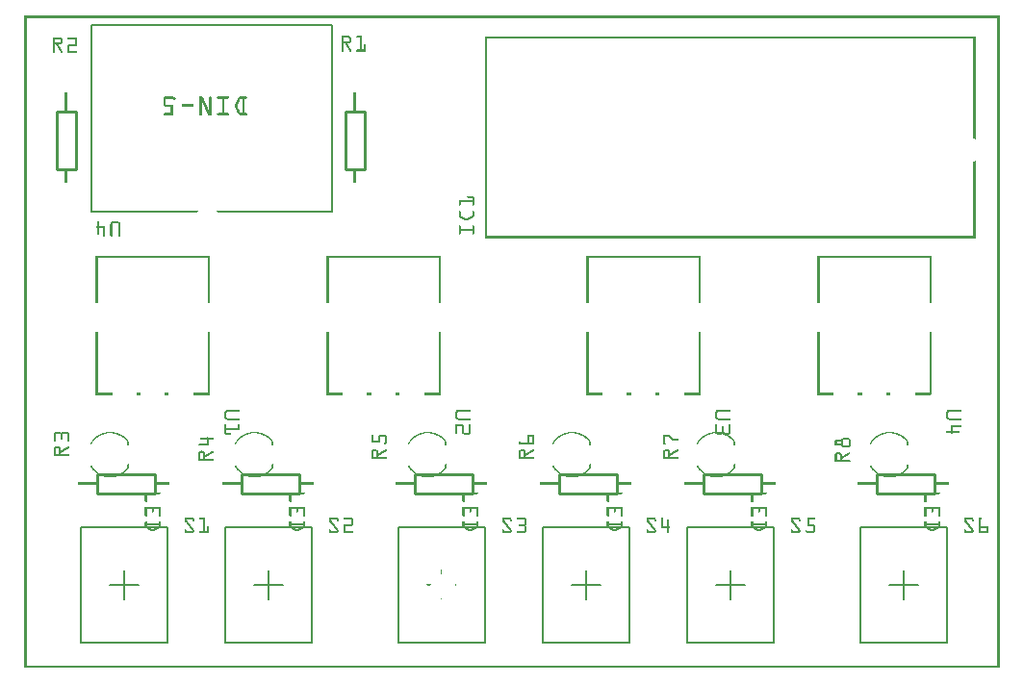
<source format=gto>
G04 MADE WITH FRITZING*
G04 WWW.FRITZING.ORG*
G04 DOUBLE SIDED*
G04 HOLES PLATED*
G04 CONTOUR ON CENTER OF CONTOUR VECTOR*
%ASAXBY*%
%FSLAX23Y23*%
%MOIN*%
%OFA0B0*%
%SFA1.0B1.0*%
%ADD10C,0.005000*%
%ADD11C,0.008000*%
%ADD12C,0.010000*%
%ADD13R,0.001000X0.001000*%
%LNSILK1*%
G90*
G70*
G54D10*
X3094Y288D02*
X2994Y288D01*
D02*
X3044Y338D02*
X3044Y238D01*
D02*
X3194Y488D02*
X3194Y88D01*
D02*
X3194Y88D02*
X2894Y88D01*
D02*
X2894Y88D02*
X2894Y488D01*
D02*
X2894Y488D02*
X3194Y488D01*
D02*
X2494Y288D02*
X2394Y288D01*
D02*
X2444Y338D02*
X2444Y238D01*
D02*
X2594Y488D02*
X2594Y88D01*
D02*
X2594Y88D02*
X2294Y88D01*
D02*
X2294Y88D02*
X2294Y488D01*
D02*
X2294Y488D02*
X2594Y488D01*
D02*
X1994Y288D02*
X1894Y288D01*
D02*
X1944Y338D02*
X1944Y238D01*
D02*
X2094Y488D02*
X2094Y88D01*
D02*
X2094Y88D02*
X1794Y88D01*
D02*
X1794Y88D02*
X1794Y488D01*
D02*
X1794Y488D02*
X2094Y488D01*
D02*
X1594Y488D02*
X1594Y88D01*
D02*
X1594Y88D02*
X1294Y88D01*
D02*
X1294Y88D02*
X1294Y488D01*
D02*
X1294Y488D02*
X1594Y488D01*
D02*
X894Y288D02*
X794Y288D01*
D02*
X844Y338D02*
X844Y238D01*
D02*
X994Y488D02*
X994Y88D01*
D02*
X994Y88D02*
X694Y88D01*
D02*
X694Y88D02*
X694Y488D01*
D02*
X694Y488D02*
X994Y488D01*
D02*
X394Y288D02*
X294Y288D01*
D02*
X344Y338D02*
X344Y238D01*
D02*
X494Y488D02*
X494Y88D01*
D02*
X494Y88D02*
X194Y88D01*
D02*
X194Y88D02*
X194Y488D01*
D02*
X194Y488D02*
X494Y488D01*
G54D11*
D02*
X1950Y1424D02*
X2338Y1424D01*
D02*
X250Y1424D02*
X638Y1424D01*
D02*
X2750Y1424D02*
X3138Y1424D01*
D02*
X1050Y1424D02*
X1438Y1424D01*
G54D10*
D02*
X1066Y2230D02*
X231Y2230D01*
D02*
X231Y2230D02*
X231Y1581D01*
D02*
X1066Y1581D02*
X1066Y2230D01*
G54D12*
D02*
X177Y1929D02*
X177Y1729D01*
D02*
X177Y1729D02*
X111Y1729D01*
D02*
X111Y1729D02*
X111Y1929D01*
D02*
X111Y1929D02*
X177Y1929D01*
D02*
X253Y671D02*
X453Y671D01*
D02*
X453Y671D02*
X453Y605D01*
D02*
X453Y605D02*
X253Y605D01*
D02*
X253Y605D02*
X253Y671D01*
D02*
X753Y671D02*
X953Y671D01*
D02*
X953Y671D02*
X953Y605D01*
D02*
X953Y605D02*
X753Y605D01*
D02*
X753Y605D02*
X753Y671D01*
D02*
X1353Y671D02*
X1553Y671D01*
D02*
X1553Y671D02*
X1553Y605D01*
D02*
X1553Y605D02*
X1353Y605D01*
D02*
X1353Y605D02*
X1353Y671D01*
D02*
X1853Y671D02*
X2053Y671D01*
D02*
X2053Y671D02*
X2053Y605D01*
D02*
X2053Y605D02*
X1853Y605D01*
D02*
X1853Y605D02*
X1853Y671D01*
D02*
X2353Y671D02*
X2553Y671D01*
D02*
X2553Y671D02*
X2553Y605D01*
D02*
X2553Y605D02*
X2353Y605D01*
D02*
X2353Y605D02*
X2353Y671D01*
D02*
X2953Y671D02*
X3153Y671D01*
D02*
X3153Y671D02*
X3153Y605D01*
D02*
X3153Y605D02*
X2953Y605D01*
D02*
X2953Y605D02*
X2953Y671D01*
D02*
X1177Y1929D02*
X1177Y1729D01*
D02*
X1177Y1729D02*
X1111Y1729D01*
D02*
X1111Y1729D02*
X1111Y1929D01*
D02*
X1111Y1929D02*
X1177Y1929D01*
G54D13*
X0Y2260D02*
X3377Y2260D01*
X0Y2259D02*
X3377Y2259D01*
X0Y2258D02*
X3377Y2258D01*
X0Y2257D02*
X3377Y2257D01*
X0Y2256D02*
X3377Y2256D01*
X0Y2255D02*
X3377Y2255D01*
X0Y2254D02*
X3377Y2254D01*
X0Y2253D02*
X3377Y2253D01*
X0Y2252D02*
X7Y2252D01*
X3370Y2252D02*
X3377Y2252D01*
X0Y2251D02*
X7Y2251D01*
X3370Y2251D02*
X3377Y2251D01*
X0Y2250D02*
X7Y2250D01*
X3370Y2250D02*
X3377Y2250D01*
X0Y2249D02*
X7Y2249D01*
X3370Y2249D02*
X3377Y2249D01*
X0Y2248D02*
X7Y2248D01*
X3370Y2248D02*
X3377Y2248D01*
X0Y2247D02*
X7Y2247D01*
X3370Y2247D02*
X3377Y2247D01*
X0Y2246D02*
X7Y2246D01*
X3370Y2246D02*
X3377Y2246D01*
X0Y2245D02*
X7Y2245D01*
X3370Y2245D02*
X3377Y2245D01*
X0Y2244D02*
X7Y2244D01*
X3370Y2244D02*
X3377Y2244D01*
X0Y2243D02*
X7Y2243D01*
X3370Y2243D02*
X3377Y2243D01*
X0Y2242D02*
X7Y2242D01*
X3370Y2242D02*
X3377Y2242D01*
X0Y2241D02*
X7Y2241D01*
X3370Y2241D02*
X3377Y2241D01*
X0Y2240D02*
X7Y2240D01*
X3370Y2240D02*
X3377Y2240D01*
X0Y2239D02*
X7Y2239D01*
X3370Y2239D02*
X3377Y2239D01*
X0Y2238D02*
X7Y2238D01*
X3370Y2238D02*
X3377Y2238D01*
X0Y2237D02*
X7Y2237D01*
X3370Y2237D02*
X3377Y2237D01*
X0Y2236D02*
X7Y2236D01*
X3370Y2236D02*
X3377Y2236D01*
X0Y2235D02*
X7Y2235D01*
X3370Y2235D02*
X3377Y2235D01*
X0Y2234D02*
X7Y2234D01*
X3370Y2234D02*
X3377Y2234D01*
X0Y2233D02*
X7Y2233D01*
X3370Y2233D02*
X3377Y2233D01*
X0Y2232D02*
X7Y2232D01*
X3370Y2232D02*
X3377Y2232D01*
X0Y2231D02*
X7Y2231D01*
X3370Y2231D02*
X3377Y2231D01*
X0Y2230D02*
X7Y2230D01*
X3370Y2230D02*
X3377Y2230D01*
X0Y2229D02*
X7Y2229D01*
X3370Y2229D02*
X3377Y2229D01*
X0Y2228D02*
X7Y2228D01*
X3370Y2228D02*
X3377Y2228D01*
X0Y2227D02*
X7Y2227D01*
X3370Y2227D02*
X3377Y2227D01*
X0Y2226D02*
X7Y2226D01*
X3370Y2226D02*
X3377Y2226D01*
X0Y2225D02*
X7Y2225D01*
X3370Y2225D02*
X3377Y2225D01*
X0Y2224D02*
X7Y2224D01*
X3370Y2224D02*
X3377Y2224D01*
X0Y2223D02*
X7Y2223D01*
X3370Y2223D02*
X3377Y2223D01*
X0Y2222D02*
X7Y2222D01*
X3370Y2222D02*
X3377Y2222D01*
X0Y2221D02*
X7Y2221D01*
X3370Y2221D02*
X3377Y2221D01*
X0Y2220D02*
X7Y2220D01*
X3370Y2220D02*
X3377Y2220D01*
X0Y2219D02*
X7Y2219D01*
X3370Y2219D02*
X3377Y2219D01*
X0Y2218D02*
X7Y2218D01*
X3370Y2218D02*
X3377Y2218D01*
X0Y2217D02*
X7Y2217D01*
X3370Y2217D02*
X3377Y2217D01*
X0Y2216D02*
X7Y2216D01*
X3370Y2216D02*
X3377Y2216D01*
X0Y2215D02*
X7Y2215D01*
X3370Y2215D02*
X3377Y2215D01*
X0Y2214D02*
X7Y2214D01*
X3370Y2214D02*
X3377Y2214D01*
X0Y2213D02*
X7Y2213D01*
X3370Y2213D02*
X3377Y2213D01*
X0Y2212D02*
X7Y2212D01*
X3370Y2212D02*
X3377Y2212D01*
X0Y2211D02*
X7Y2211D01*
X3370Y2211D02*
X3377Y2211D01*
X0Y2210D02*
X7Y2210D01*
X3370Y2210D02*
X3377Y2210D01*
X0Y2209D02*
X7Y2209D01*
X3370Y2209D02*
X3377Y2209D01*
X0Y2208D02*
X7Y2208D01*
X3370Y2208D02*
X3377Y2208D01*
X0Y2207D02*
X7Y2207D01*
X3370Y2207D02*
X3377Y2207D01*
X0Y2206D02*
X7Y2206D01*
X3370Y2206D02*
X3377Y2206D01*
X0Y2205D02*
X7Y2205D01*
X3370Y2205D02*
X3377Y2205D01*
X0Y2204D02*
X7Y2204D01*
X3370Y2204D02*
X3377Y2204D01*
X0Y2203D02*
X7Y2203D01*
X3370Y2203D02*
X3377Y2203D01*
X0Y2202D02*
X7Y2202D01*
X3370Y2202D02*
X3377Y2202D01*
X0Y2201D02*
X7Y2201D01*
X3370Y2201D02*
X3377Y2201D01*
X0Y2200D02*
X7Y2200D01*
X3370Y2200D02*
X3377Y2200D01*
X0Y2199D02*
X7Y2199D01*
X3370Y2199D02*
X3377Y2199D01*
X0Y2198D02*
X7Y2198D01*
X3370Y2198D02*
X3377Y2198D01*
X0Y2197D02*
X7Y2197D01*
X3370Y2197D02*
X3377Y2197D01*
X0Y2196D02*
X7Y2196D01*
X3370Y2196D02*
X3377Y2196D01*
X0Y2195D02*
X7Y2195D01*
X3370Y2195D02*
X3377Y2195D01*
X0Y2194D02*
X7Y2194D01*
X3370Y2194D02*
X3377Y2194D01*
X0Y2193D02*
X7Y2193D01*
X3370Y2193D02*
X3377Y2193D01*
X0Y2192D02*
X7Y2192D01*
X3370Y2192D02*
X3377Y2192D01*
X0Y2191D02*
X7Y2191D01*
X3370Y2191D02*
X3377Y2191D01*
X0Y2190D02*
X7Y2190D01*
X1099Y2190D02*
X1123Y2190D01*
X1151Y2190D02*
X1168Y2190D01*
X3370Y2190D02*
X3377Y2190D01*
X0Y2189D02*
X7Y2189D01*
X1098Y2189D02*
X1126Y2189D01*
X1149Y2189D02*
X1168Y2189D01*
X3370Y2189D02*
X3377Y2189D01*
X0Y2188D02*
X7Y2188D01*
X1098Y2188D02*
X1128Y2188D01*
X1149Y2188D02*
X1168Y2188D01*
X1594Y2188D02*
X3293Y2188D01*
X3370Y2188D02*
X3377Y2188D01*
X0Y2187D02*
X7Y2187D01*
X1098Y2187D02*
X1129Y2187D01*
X1148Y2187D02*
X1168Y2187D01*
X1594Y2187D02*
X3293Y2187D01*
X3370Y2187D02*
X3377Y2187D01*
X0Y2186D02*
X7Y2186D01*
X1098Y2186D02*
X1130Y2186D01*
X1148Y2186D02*
X1168Y2186D01*
X1594Y2186D02*
X3293Y2186D01*
X3370Y2186D02*
X3377Y2186D01*
X0Y2185D02*
X7Y2185D01*
X1098Y2185D02*
X1130Y2185D01*
X1149Y2185D02*
X1168Y2185D01*
X1594Y2185D02*
X3293Y2185D01*
X3370Y2185D02*
X3377Y2185D01*
X0Y2184D02*
X7Y2184D01*
X98Y2184D02*
X126Y2184D01*
X150Y2184D02*
X178Y2184D01*
X1098Y2184D02*
X1131Y2184D01*
X1150Y2184D02*
X1168Y2184D01*
X1594Y2184D02*
X3293Y2184D01*
X3370Y2184D02*
X3377Y2184D01*
X0Y2183D02*
X7Y2183D01*
X98Y2183D02*
X128Y2183D01*
X149Y2183D02*
X180Y2183D01*
X1098Y2183D02*
X1105Y2183D01*
X1123Y2183D02*
X1131Y2183D01*
X1162Y2183D02*
X1168Y2183D01*
X1594Y2183D02*
X3293Y2183D01*
X3370Y2183D02*
X3377Y2183D01*
X0Y2182D02*
X7Y2182D01*
X98Y2182D02*
X129Y2182D01*
X149Y2182D02*
X181Y2182D01*
X1098Y2182D02*
X1104Y2182D01*
X1125Y2182D02*
X1132Y2182D01*
X1162Y2182D02*
X1168Y2182D01*
X1594Y2182D02*
X3293Y2182D01*
X3370Y2182D02*
X3377Y2182D01*
X0Y2181D02*
X7Y2181D01*
X98Y2181D02*
X130Y2181D01*
X149Y2181D02*
X181Y2181D01*
X1098Y2181D02*
X1104Y2181D01*
X1126Y2181D02*
X1132Y2181D01*
X1162Y2181D02*
X1168Y2181D01*
X1594Y2181D02*
X3293Y2181D01*
X3370Y2181D02*
X3377Y2181D01*
X0Y2180D02*
X7Y2180D01*
X98Y2180D02*
X130Y2180D01*
X149Y2180D02*
X182Y2180D01*
X1098Y2180D02*
X1104Y2180D01*
X1126Y2180D02*
X1132Y2180D01*
X1162Y2180D02*
X1168Y2180D01*
X1594Y2180D02*
X1601Y2180D01*
X3286Y2180D02*
X3293Y2180D01*
X3370Y2180D02*
X3377Y2180D01*
X0Y2179D02*
X7Y2179D01*
X98Y2179D02*
X131Y2179D01*
X150Y2179D02*
X182Y2179D01*
X1098Y2179D02*
X1104Y2179D01*
X1126Y2179D02*
X1132Y2179D01*
X1162Y2179D02*
X1168Y2179D01*
X1594Y2179D02*
X1601Y2179D01*
X3286Y2179D02*
X3293Y2179D01*
X3370Y2179D02*
X3377Y2179D01*
X0Y2178D02*
X7Y2178D01*
X98Y2178D02*
X131Y2178D01*
X152Y2178D02*
X182Y2178D01*
X1098Y2178D02*
X1104Y2178D01*
X1126Y2178D02*
X1132Y2178D01*
X1162Y2178D02*
X1168Y2178D01*
X1594Y2178D02*
X1601Y2178D01*
X3286Y2178D02*
X3293Y2178D01*
X3370Y2178D02*
X3377Y2178D01*
X0Y2177D02*
X7Y2177D01*
X98Y2177D02*
X104Y2177D01*
X125Y2177D02*
X132Y2177D01*
X176Y2177D02*
X182Y2177D01*
X1098Y2177D02*
X1104Y2177D01*
X1126Y2177D02*
X1132Y2177D01*
X1162Y2177D02*
X1168Y2177D01*
X1594Y2177D02*
X1601Y2177D01*
X3286Y2177D02*
X3293Y2177D01*
X3370Y2177D02*
X3377Y2177D01*
X0Y2176D02*
X7Y2176D01*
X98Y2176D02*
X104Y2176D01*
X126Y2176D02*
X132Y2176D01*
X176Y2176D02*
X182Y2176D01*
X1098Y2176D02*
X1104Y2176D01*
X1126Y2176D02*
X1132Y2176D01*
X1162Y2176D02*
X1168Y2176D01*
X1594Y2176D02*
X1601Y2176D01*
X3286Y2176D02*
X3293Y2176D01*
X3370Y2176D02*
X3377Y2176D01*
X0Y2175D02*
X7Y2175D01*
X98Y2175D02*
X104Y2175D01*
X126Y2175D02*
X132Y2175D01*
X176Y2175D02*
X182Y2175D01*
X1098Y2175D02*
X1104Y2175D01*
X1126Y2175D02*
X1132Y2175D01*
X1162Y2175D02*
X1168Y2175D01*
X1594Y2175D02*
X1601Y2175D01*
X3286Y2175D02*
X3293Y2175D01*
X3370Y2175D02*
X3377Y2175D01*
X0Y2174D02*
X7Y2174D01*
X98Y2174D02*
X104Y2174D01*
X126Y2174D02*
X132Y2174D01*
X176Y2174D02*
X182Y2174D01*
X1098Y2174D02*
X1104Y2174D01*
X1125Y2174D02*
X1132Y2174D01*
X1162Y2174D02*
X1168Y2174D01*
X1594Y2174D02*
X1601Y2174D01*
X3286Y2174D02*
X3293Y2174D01*
X3370Y2174D02*
X3377Y2174D01*
X0Y2173D02*
X7Y2173D01*
X98Y2173D02*
X104Y2173D01*
X126Y2173D02*
X132Y2173D01*
X176Y2173D02*
X182Y2173D01*
X1098Y2173D02*
X1104Y2173D01*
X1124Y2173D02*
X1131Y2173D01*
X1162Y2173D02*
X1168Y2173D01*
X1594Y2173D02*
X1601Y2173D01*
X3286Y2173D02*
X3293Y2173D01*
X3370Y2173D02*
X3377Y2173D01*
X0Y2172D02*
X7Y2172D01*
X98Y2172D02*
X104Y2172D01*
X126Y2172D02*
X132Y2172D01*
X176Y2172D02*
X182Y2172D01*
X1098Y2172D02*
X1131Y2172D01*
X1162Y2172D02*
X1168Y2172D01*
X1594Y2172D02*
X1601Y2172D01*
X3286Y2172D02*
X3293Y2172D01*
X3370Y2172D02*
X3377Y2172D01*
X0Y2171D02*
X7Y2171D01*
X98Y2171D02*
X104Y2171D01*
X126Y2171D02*
X132Y2171D01*
X176Y2171D02*
X182Y2171D01*
X1098Y2171D02*
X1131Y2171D01*
X1162Y2171D02*
X1168Y2171D01*
X1594Y2171D02*
X1601Y2171D01*
X3286Y2171D02*
X3293Y2171D01*
X3370Y2171D02*
X3377Y2171D01*
X0Y2170D02*
X7Y2170D01*
X98Y2170D02*
X104Y2170D01*
X126Y2170D02*
X132Y2170D01*
X176Y2170D02*
X182Y2170D01*
X1098Y2170D02*
X1130Y2170D01*
X1162Y2170D02*
X1168Y2170D01*
X1594Y2170D02*
X1601Y2170D01*
X3286Y2170D02*
X3293Y2170D01*
X3370Y2170D02*
X3377Y2170D01*
X0Y2169D02*
X7Y2169D01*
X98Y2169D02*
X104Y2169D01*
X125Y2169D02*
X132Y2169D01*
X176Y2169D02*
X182Y2169D01*
X1098Y2169D02*
X1129Y2169D01*
X1162Y2169D02*
X1168Y2169D01*
X1594Y2169D02*
X1601Y2169D01*
X3286Y2169D02*
X3293Y2169D01*
X3370Y2169D02*
X3377Y2169D01*
X0Y2168D02*
X7Y2168D01*
X98Y2168D02*
X104Y2168D01*
X124Y2168D02*
X132Y2168D01*
X176Y2168D02*
X182Y2168D01*
X1098Y2168D02*
X1128Y2168D01*
X1162Y2168D02*
X1168Y2168D01*
X1594Y2168D02*
X1601Y2168D01*
X3286Y2168D02*
X3293Y2168D01*
X3370Y2168D02*
X3377Y2168D01*
X0Y2167D02*
X7Y2167D01*
X98Y2167D02*
X131Y2167D01*
X176Y2167D02*
X182Y2167D01*
X1098Y2167D02*
X1127Y2167D01*
X1162Y2167D02*
X1168Y2167D01*
X1594Y2167D02*
X1601Y2167D01*
X3286Y2167D02*
X3293Y2167D01*
X3370Y2167D02*
X3377Y2167D01*
X0Y2166D02*
X7Y2166D01*
X98Y2166D02*
X131Y2166D01*
X176Y2166D02*
X182Y2166D01*
X1098Y2166D02*
X1125Y2166D01*
X1162Y2166D02*
X1168Y2166D01*
X1594Y2166D02*
X1601Y2166D01*
X3286Y2166D02*
X3293Y2166D01*
X3370Y2166D02*
X3377Y2166D01*
X0Y2165D02*
X7Y2165D01*
X98Y2165D02*
X130Y2165D01*
X176Y2165D02*
X182Y2165D01*
X1098Y2165D02*
X1104Y2165D01*
X1110Y2165D02*
X1118Y2165D01*
X1162Y2165D02*
X1168Y2165D01*
X1594Y2165D02*
X1601Y2165D01*
X3286Y2165D02*
X3293Y2165D01*
X3370Y2165D02*
X3377Y2165D01*
X0Y2164D02*
X7Y2164D01*
X98Y2164D02*
X129Y2164D01*
X176Y2164D02*
X182Y2164D01*
X1098Y2164D02*
X1104Y2164D01*
X1111Y2164D02*
X1118Y2164D01*
X1162Y2164D02*
X1168Y2164D01*
X1594Y2164D02*
X1601Y2164D01*
X3286Y2164D02*
X3293Y2164D01*
X3370Y2164D02*
X3377Y2164D01*
X0Y2163D02*
X7Y2163D01*
X98Y2163D02*
X128Y2163D01*
X176Y2163D02*
X182Y2163D01*
X1098Y2163D02*
X1104Y2163D01*
X1112Y2163D02*
X1119Y2163D01*
X1162Y2163D02*
X1168Y2163D01*
X1594Y2163D02*
X1601Y2163D01*
X3286Y2163D02*
X3293Y2163D01*
X3370Y2163D02*
X3377Y2163D01*
X0Y2162D02*
X7Y2162D01*
X98Y2162D02*
X127Y2162D01*
X176Y2162D02*
X182Y2162D01*
X1098Y2162D02*
X1104Y2162D01*
X1112Y2162D02*
X1119Y2162D01*
X1162Y2162D02*
X1168Y2162D01*
X1594Y2162D02*
X1601Y2162D01*
X3286Y2162D02*
X3293Y2162D01*
X3370Y2162D02*
X3377Y2162D01*
X0Y2161D02*
X7Y2161D01*
X98Y2161D02*
X125Y2161D01*
X153Y2161D02*
X182Y2161D01*
X1098Y2161D02*
X1104Y2161D01*
X1113Y2161D02*
X1120Y2161D01*
X1162Y2161D02*
X1168Y2161D01*
X1594Y2161D02*
X1601Y2161D01*
X3286Y2161D02*
X3293Y2161D01*
X3370Y2161D02*
X3377Y2161D01*
X0Y2160D02*
X7Y2160D01*
X98Y2160D02*
X105Y2160D01*
X110Y2160D02*
X118Y2160D01*
X151Y2160D02*
X182Y2160D01*
X1098Y2160D02*
X1104Y2160D01*
X1113Y2160D02*
X1121Y2160D01*
X1162Y2160D02*
X1168Y2160D01*
X1177Y2160D02*
X1180Y2160D01*
X1594Y2160D02*
X1601Y2160D01*
X3286Y2160D02*
X3293Y2160D01*
X3370Y2160D02*
X3377Y2160D01*
X0Y2159D02*
X7Y2159D01*
X98Y2159D02*
X104Y2159D01*
X111Y2159D02*
X118Y2159D01*
X150Y2159D02*
X182Y2159D01*
X1098Y2159D02*
X1104Y2159D01*
X1114Y2159D02*
X1121Y2159D01*
X1162Y2159D02*
X1168Y2159D01*
X1176Y2159D02*
X1181Y2159D01*
X1594Y2159D02*
X1601Y2159D01*
X3286Y2159D02*
X3293Y2159D01*
X3370Y2159D02*
X3377Y2159D01*
X0Y2158D02*
X7Y2158D01*
X98Y2158D02*
X104Y2158D01*
X112Y2158D02*
X119Y2158D01*
X149Y2158D02*
X181Y2158D01*
X1098Y2158D02*
X1104Y2158D01*
X1114Y2158D02*
X1122Y2158D01*
X1162Y2158D02*
X1168Y2158D01*
X1176Y2158D02*
X1182Y2158D01*
X1594Y2158D02*
X1601Y2158D01*
X3286Y2158D02*
X3293Y2158D01*
X3370Y2158D02*
X3377Y2158D01*
X0Y2157D02*
X7Y2157D01*
X98Y2157D02*
X104Y2157D01*
X112Y2157D02*
X119Y2157D01*
X149Y2157D02*
X180Y2157D01*
X1098Y2157D02*
X1104Y2157D01*
X1115Y2157D02*
X1122Y2157D01*
X1162Y2157D02*
X1168Y2157D01*
X1176Y2157D02*
X1182Y2157D01*
X1594Y2157D02*
X1601Y2157D01*
X3286Y2157D02*
X3293Y2157D01*
X3370Y2157D02*
X3377Y2157D01*
X0Y2156D02*
X7Y2156D01*
X98Y2156D02*
X104Y2156D01*
X113Y2156D02*
X120Y2156D01*
X149Y2156D02*
X179Y2156D01*
X1098Y2156D02*
X1104Y2156D01*
X1116Y2156D02*
X1123Y2156D01*
X1162Y2156D02*
X1168Y2156D01*
X1176Y2156D02*
X1182Y2156D01*
X1594Y2156D02*
X1601Y2156D01*
X3286Y2156D02*
X3293Y2156D01*
X3370Y2156D02*
X3377Y2156D01*
X0Y2155D02*
X7Y2155D01*
X98Y2155D02*
X104Y2155D01*
X113Y2155D02*
X121Y2155D01*
X148Y2155D02*
X178Y2155D01*
X1098Y2155D02*
X1104Y2155D01*
X1116Y2155D02*
X1123Y2155D01*
X1162Y2155D02*
X1168Y2155D01*
X1176Y2155D02*
X1182Y2155D01*
X1594Y2155D02*
X1601Y2155D01*
X3286Y2155D02*
X3293Y2155D01*
X3370Y2155D02*
X3377Y2155D01*
X0Y2154D02*
X7Y2154D01*
X98Y2154D02*
X104Y2154D01*
X114Y2154D02*
X121Y2154D01*
X148Y2154D02*
X154Y2154D01*
X1098Y2154D02*
X1104Y2154D01*
X1117Y2154D02*
X1124Y2154D01*
X1162Y2154D02*
X1168Y2154D01*
X1176Y2154D02*
X1182Y2154D01*
X1594Y2154D02*
X1601Y2154D01*
X3286Y2154D02*
X3293Y2154D01*
X3370Y2154D02*
X3377Y2154D01*
X0Y2153D02*
X7Y2153D01*
X98Y2153D02*
X104Y2153D01*
X114Y2153D02*
X122Y2153D01*
X148Y2153D02*
X154Y2153D01*
X1098Y2153D02*
X1104Y2153D01*
X1117Y2153D02*
X1125Y2153D01*
X1162Y2153D02*
X1168Y2153D01*
X1176Y2153D02*
X1182Y2153D01*
X1594Y2153D02*
X1601Y2153D01*
X3286Y2153D02*
X3293Y2153D01*
X3370Y2153D02*
X3377Y2153D01*
X0Y2152D02*
X7Y2152D01*
X98Y2152D02*
X104Y2152D01*
X115Y2152D02*
X122Y2152D01*
X148Y2152D02*
X154Y2152D01*
X1098Y2152D02*
X1104Y2152D01*
X1118Y2152D02*
X1125Y2152D01*
X1162Y2152D02*
X1168Y2152D01*
X1176Y2152D02*
X1182Y2152D01*
X1594Y2152D02*
X1601Y2152D01*
X3286Y2152D02*
X3293Y2152D01*
X3370Y2152D02*
X3377Y2152D01*
X0Y2151D02*
X7Y2151D01*
X98Y2151D02*
X104Y2151D01*
X116Y2151D02*
X123Y2151D01*
X148Y2151D02*
X154Y2151D01*
X1098Y2151D02*
X1104Y2151D01*
X1119Y2151D02*
X1126Y2151D01*
X1162Y2151D02*
X1168Y2151D01*
X1176Y2151D02*
X1182Y2151D01*
X1594Y2151D02*
X1601Y2151D01*
X3286Y2151D02*
X3293Y2151D01*
X3370Y2151D02*
X3377Y2151D01*
X0Y2150D02*
X7Y2150D01*
X98Y2150D02*
X104Y2150D01*
X116Y2150D02*
X123Y2150D01*
X148Y2150D02*
X154Y2150D01*
X1098Y2150D02*
X1104Y2150D01*
X1119Y2150D02*
X1126Y2150D01*
X1162Y2150D02*
X1168Y2150D01*
X1176Y2150D02*
X1182Y2150D01*
X1594Y2150D02*
X1601Y2150D01*
X3286Y2150D02*
X3293Y2150D01*
X3370Y2150D02*
X3377Y2150D01*
X0Y2149D02*
X7Y2149D01*
X98Y2149D02*
X104Y2149D01*
X117Y2149D02*
X124Y2149D01*
X148Y2149D02*
X154Y2149D01*
X1098Y2149D02*
X1104Y2149D01*
X1120Y2149D02*
X1127Y2149D01*
X1162Y2149D02*
X1168Y2149D01*
X1176Y2149D02*
X1182Y2149D01*
X1594Y2149D02*
X1601Y2149D01*
X3286Y2149D02*
X3293Y2149D01*
X3370Y2149D02*
X3377Y2149D01*
X0Y2148D02*
X7Y2148D01*
X98Y2148D02*
X104Y2148D01*
X117Y2148D02*
X125Y2148D01*
X148Y2148D02*
X154Y2148D01*
X1098Y2148D02*
X1104Y2148D01*
X1120Y2148D02*
X1128Y2148D01*
X1162Y2148D02*
X1168Y2148D01*
X1176Y2148D02*
X1182Y2148D01*
X1594Y2148D02*
X1601Y2148D01*
X3286Y2148D02*
X3293Y2148D01*
X3370Y2148D02*
X3377Y2148D01*
X0Y2147D02*
X7Y2147D01*
X98Y2147D02*
X104Y2147D01*
X118Y2147D02*
X125Y2147D01*
X148Y2147D02*
X154Y2147D01*
X1098Y2147D02*
X1104Y2147D01*
X1121Y2147D02*
X1128Y2147D01*
X1162Y2147D02*
X1168Y2147D01*
X1176Y2147D02*
X1182Y2147D01*
X1594Y2147D02*
X1601Y2147D01*
X3286Y2147D02*
X3293Y2147D01*
X3370Y2147D02*
X3377Y2147D01*
X0Y2146D02*
X7Y2146D01*
X98Y2146D02*
X104Y2146D01*
X119Y2146D02*
X126Y2146D01*
X148Y2146D02*
X154Y2146D01*
X1098Y2146D02*
X1104Y2146D01*
X1121Y2146D02*
X1129Y2146D01*
X1162Y2146D02*
X1168Y2146D01*
X1176Y2146D02*
X1182Y2146D01*
X1594Y2146D02*
X1601Y2146D01*
X3286Y2146D02*
X3293Y2146D01*
X3370Y2146D02*
X3377Y2146D01*
X0Y2145D02*
X7Y2145D01*
X98Y2145D02*
X104Y2145D01*
X119Y2145D02*
X126Y2145D01*
X148Y2145D02*
X154Y2145D01*
X1098Y2145D02*
X1104Y2145D01*
X1122Y2145D02*
X1129Y2145D01*
X1162Y2145D02*
X1168Y2145D01*
X1176Y2145D02*
X1182Y2145D01*
X1594Y2145D02*
X1601Y2145D01*
X3286Y2145D02*
X3293Y2145D01*
X3370Y2145D02*
X3377Y2145D01*
X0Y2144D02*
X7Y2144D01*
X98Y2144D02*
X104Y2144D01*
X120Y2144D02*
X127Y2144D01*
X148Y2144D02*
X154Y2144D01*
X1098Y2144D02*
X1104Y2144D01*
X1123Y2144D02*
X1130Y2144D01*
X1162Y2144D02*
X1168Y2144D01*
X1176Y2144D02*
X1182Y2144D01*
X1594Y2144D02*
X1601Y2144D01*
X3286Y2144D02*
X3293Y2144D01*
X3370Y2144D02*
X3377Y2144D01*
X0Y2143D02*
X7Y2143D01*
X98Y2143D02*
X104Y2143D01*
X120Y2143D02*
X128Y2143D01*
X148Y2143D02*
X154Y2143D01*
X1098Y2143D02*
X1104Y2143D01*
X1123Y2143D02*
X1130Y2143D01*
X1152Y2143D02*
X1182Y2143D01*
X1594Y2143D02*
X1601Y2143D01*
X3286Y2143D02*
X3293Y2143D01*
X3370Y2143D02*
X3377Y2143D01*
X0Y2142D02*
X7Y2142D01*
X98Y2142D02*
X104Y2142D01*
X121Y2142D02*
X128Y2142D01*
X148Y2142D02*
X154Y2142D01*
X1098Y2142D02*
X1104Y2142D01*
X1124Y2142D02*
X1131Y2142D01*
X1149Y2142D02*
X1182Y2142D01*
X1594Y2142D02*
X1601Y2142D01*
X3286Y2142D02*
X3293Y2142D01*
X3370Y2142D02*
X3377Y2142D01*
X0Y2141D02*
X7Y2141D01*
X98Y2141D02*
X104Y2141D01*
X122Y2141D02*
X129Y2141D01*
X148Y2141D02*
X154Y2141D01*
X1098Y2141D02*
X1104Y2141D01*
X1124Y2141D02*
X1132Y2141D01*
X1149Y2141D02*
X1182Y2141D01*
X1594Y2141D02*
X1601Y2141D01*
X3286Y2141D02*
X3293Y2141D01*
X3370Y2141D02*
X3377Y2141D01*
X0Y2140D02*
X7Y2140D01*
X98Y2140D02*
X104Y2140D01*
X122Y2140D02*
X129Y2140D01*
X148Y2140D02*
X154Y2140D01*
X1098Y2140D02*
X1104Y2140D01*
X1125Y2140D02*
X1132Y2140D01*
X1148Y2140D02*
X1182Y2140D01*
X1594Y2140D02*
X1601Y2140D01*
X3286Y2140D02*
X3293Y2140D01*
X3370Y2140D02*
X3377Y2140D01*
X0Y2139D02*
X7Y2139D01*
X98Y2139D02*
X104Y2139D01*
X123Y2139D02*
X130Y2139D01*
X148Y2139D02*
X154Y2139D01*
X1098Y2139D02*
X1104Y2139D01*
X1126Y2139D02*
X1132Y2139D01*
X1148Y2139D02*
X1182Y2139D01*
X1594Y2139D02*
X1601Y2139D01*
X3286Y2139D02*
X3293Y2139D01*
X3370Y2139D02*
X3377Y2139D01*
X0Y2138D02*
X7Y2138D01*
X98Y2138D02*
X104Y2138D01*
X123Y2138D02*
X130Y2138D01*
X148Y2138D02*
X155Y2138D01*
X1099Y2138D02*
X1104Y2138D01*
X1126Y2138D02*
X1131Y2138D01*
X1149Y2138D02*
X1181Y2138D01*
X1594Y2138D02*
X1601Y2138D01*
X3286Y2138D02*
X3293Y2138D01*
X3370Y2138D02*
X3377Y2138D01*
X0Y2137D02*
X7Y2137D01*
X98Y2137D02*
X104Y2137D01*
X124Y2137D02*
X131Y2137D01*
X148Y2137D02*
X181Y2137D01*
X1099Y2137D02*
X1103Y2137D01*
X1127Y2137D02*
X1131Y2137D01*
X1149Y2137D02*
X1181Y2137D01*
X1594Y2137D02*
X1601Y2137D01*
X3286Y2137D02*
X3293Y2137D01*
X3370Y2137D02*
X3377Y2137D01*
X0Y2136D02*
X7Y2136D01*
X98Y2136D02*
X104Y2136D01*
X124Y2136D02*
X132Y2136D01*
X148Y2136D02*
X182Y2136D01*
X1594Y2136D02*
X1601Y2136D01*
X3286Y2136D02*
X3293Y2136D01*
X3370Y2136D02*
X3377Y2136D01*
X0Y2135D02*
X7Y2135D01*
X98Y2135D02*
X104Y2135D01*
X125Y2135D02*
X132Y2135D01*
X148Y2135D02*
X182Y2135D01*
X1594Y2135D02*
X1601Y2135D01*
X3286Y2135D02*
X3293Y2135D01*
X3370Y2135D02*
X3377Y2135D01*
X0Y2134D02*
X7Y2134D01*
X99Y2134D02*
X104Y2134D01*
X126Y2134D02*
X132Y2134D01*
X148Y2134D02*
X182Y2134D01*
X1594Y2134D02*
X1601Y2134D01*
X3286Y2134D02*
X3293Y2134D01*
X3370Y2134D02*
X3377Y2134D01*
X0Y2133D02*
X7Y2133D01*
X99Y2133D02*
X104Y2133D01*
X126Y2133D02*
X132Y2133D01*
X148Y2133D02*
X182Y2133D01*
X1594Y2133D02*
X1601Y2133D01*
X3286Y2133D02*
X3293Y2133D01*
X3370Y2133D02*
X3377Y2133D01*
X0Y2132D02*
X7Y2132D01*
X99Y2132D02*
X103Y2132D01*
X127Y2132D02*
X131Y2132D01*
X148Y2132D02*
X181Y2132D01*
X1594Y2132D02*
X1601Y2132D01*
X3286Y2132D02*
X3293Y2132D01*
X3370Y2132D02*
X3377Y2132D01*
X0Y2131D02*
X7Y2131D01*
X101Y2131D02*
X102Y2131D01*
X128Y2131D02*
X129Y2131D01*
X149Y2131D02*
X179Y2131D01*
X1594Y2131D02*
X1601Y2131D01*
X3286Y2131D02*
X3293Y2131D01*
X3370Y2131D02*
X3377Y2131D01*
X0Y2130D02*
X7Y2130D01*
X1594Y2130D02*
X1601Y2130D01*
X3286Y2130D02*
X3293Y2130D01*
X3370Y2130D02*
X3377Y2130D01*
X0Y2129D02*
X7Y2129D01*
X1594Y2129D02*
X1601Y2129D01*
X3286Y2129D02*
X3293Y2129D01*
X3370Y2129D02*
X3377Y2129D01*
X0Y2128D02*
X7Y2128D01*
X1594Y2128D02*
X1601Y2128D01*
X3286Y2128D02*
X3293Y2128D01*
X3370Y2128D02*
X3377Y2128D01*
X0Y2127D02*
X7Y2127D01*
X1594Y2127D02*
X1601Y2127D01*
X3286Y2127D02*
X3293Y2127D01*
X3370Y2127D02*
X3377Y2127D01*
X0Y2126D02*
X7Y2126D01*
X1594Y2126D02*
X1601Y2126D01*
X3286Y2126D02*
X3293Y2126D01*
X3370Y2126D02*
X3377Y2126D01*
X0Y2125D02*
X7Y2125D01*
X1594Y2125D02*
X1601Y2125D01*
X3286Y2125D02*
X3293Y2125D01*
X3370Y2125D02*
X3377Y2125D01*
X0Y2124D02*
X7Y2124D01*
X1594Y2124D02*
X1601Y2124D01*
X3286Y2124D02*
X3293Y2124D01*
X3370Y2124D02*
X3377Y2124D01*
X0Y2123D02*
X7Y2123D01*
X1594Y2123D02*
X1601Y2123D01*
X3286Y2123D02*
X3293Y2123D01*
X3370Y2123D02*
X3377Y2123D01*
X0Y2122D02*
X7Y2122D01*
X1594Y2122D02*
X1601Y2122D01*
X3286Y2122D02*
X3293Y2122D01*
X3370Y2122D02*
X3377Y2122D01*
X0Y2121D02*
X7Y2121D01*
X1594Y2121D02*
X1601Y2121D01*
X3286Y2121D02*
X3293Y2121D01*
X3370Y2121D02*
X3377Y2121D01*
X0Y2120D02*
X7Y2120D01*
X1594Y2120D02*
X1601Y2120D01*
X3286Y2120D02*
X3293Y2120D01*
X3370Y2120D02*
X3377Y2120D01*
X0Y2119D02*
X7Y2119D01*
X1594Y2119D02*
X1601Y2119D01*
X3286Y2119D02*
X3293Y2119D01*
X3370Y2119D02*
X3377Y2119D01*
X0Y2118D02*
X7Y2118D01*
X1594Y2118D02*
X1601Y2118D01*
X3286Y2118D02*
X3293Y2118D01*
X3370Y2118D02*
X3377Y2118D01*
X0Y2117D02*
X7Y2117D01*
X1594Y2117D02*
X1601Y2117D01*
X3286Y2117D02*
X3293Y2117D01*
X3370Y2117D02*
X3377Y2117D01*
X0Y2116D02*
X7Y2116D01*
X1594Y2116D02*
X1601Y2116D01*
X3286Y2116D02*
X3293Y2116D01*
X3370Y2116D02*
X3377Y2116D01*
X0Y2115D02*
X7Y2115D01*
X1594Y2115D02*
X1601Y2115D01*
X3286Y2115D02*
X3293Y2115D01*
X3370Y2115D02*
X3377Y2115D01*
X0Y2114D02*
X7Y2114D01*
X1594Y2114D02*
X1601Y2114D01*
X3286Y2114D02*
X3293Y2114D01*
X3370Y2114D02*
X3377Y2114D01*
X0Y2113D02*
X7Y2113D01*
X1594Y2113D02*
X1601Y2113D01*
X3286Y2113D02*
X3293Y2113D01*
X3370Y2113D02*
X3377Y2113D01*
X0Y2112D02*
X7Y2112D01*
X1594Y2112D02*
X1601Y2112D01*
X3286Y2112D02*
X3293Y2112D01*
X3370Y2112D02*
X3377Y2112D01*
X0Y2111D02*
X7Y2111D01*
X1594Y2111D02*
X1601Y2111D01*
X3286Y2111D02*
X3293Y2111D01*
X3370Y2111D02*
X3377Y2111D01*
X0Y2110D02*
X7Y2110D01*
X1594Y2110D02*
X1601Y2110D01*
X3286Y2110D02*
X3293Y2110D01*
X3370Y2110D02*
X3377Y2110D01*
X0Y2109D02*
X7Y2109D01*
X1594Y2109D02*
X1601Y2109D01*
X3286Y2109D02*
X3293Y2109D01*
X3370Y2109D02*
X3377Y2109D01*
X0Y2108D02*
X7Y2108D01*
X1594Y2108D02*
X1601Y2108D01*
X3286Y2108D02*
X3293Y2108D01*
X3370Y2108D02*
X3377Y2108D01*
X0Y2107D02*
X7Y2107D01*
X1594Y2107D02*
X1601Y2107D01*
X3286Y2107D02*
X3293Y2107D01*
X3370Y2107D02*
X3377Y2107D01*
X0Y2106D02*
X7Y2106D01*
X1594Y2106D02*
X1601Y2106D01*
X3286Y2106D02*
X3293Y2106D01*
X3370Y2106D02*
X3377Y2106D01*
X0Y2105D02*
X7Y2105D01*
X1594Y2105D02*
X1601Y2105D01*
X3286Y2105D02*
X3293Y2105D01*
X3370Y2105D02*
X3377Y2105D01*
X0Y2104D02*
X7Y2104D01*
X1594Y2104D02*
X1601Y2104D01*
X3286Y2104D02*
X3293Y2104D01*
X3370Y2104D02*
X3377Y2104D01*
X0Y2103D02*
X7Y2103D01*
X1594Y2103D02*
X1601Y2103D01*
X3286Y2103D02*
X3293Y2103D01*
X3370Y2103D02*
X3377Y2103D01*
X0Y2102D02*
X7Y2102D01*
X1594Y2102D02*
X1601Y2102D01*
X3286Y2102D02*
X3293Y2102D01*
X3370Y2102D02*
X3377Y2102D01*
X0Y2101D02*
X7Y2101D01*
X1594Y2101D02*
X1601Y2101D01*
X3286Y2101D02*
X3293Y2101D01*
X3370Y2101D02*
X3377Y2101D01*
X0Y2100D02*
X7Y2100D01*
X1594Y2100D02*
X1601Y2100D01*
X3286Y2100D02*
X3293Y2100D01*
X3370Y2100D02*
X3377Y2100D01*
X0Y2099D02*
X7Y2099D01*
X1594Y2099D02*
X1601Y2099D01*
X3286Y2099D02*
X3293Y2099D01*
X3370Y2099D02*
X3377Y2099D01*
X0Y2098D02*
X7Y2098D01*
X1594Y2098D02*
X1601Y2098D01*
X3286Y2098D02*
X3293Y2098D01*
X3370Y2098D02*
X3377Y2098D01*
X0Y2097D02*
X7Y2097D01*
X1594Y2097D02*
X1601Y2097D01*
X3286Y2097D02*
X3293Y2097D01*
X3370Y2097D02*
X3377Y2097D01*
X0Y2096D02*
X7Y2096D01*
X1594Y2096D02*
X1601Y2096D01*
X3286Y2096D02*
X3293Y2096D01*
X3370Y2096D02*
X3377Y2096D01*
X0Y2095D02*
X7Y2095D01*
X1594Y2095D02*
X1601Y2095D01*
X3286Y2095D02*
X3293Y2095D01*
X3370Y2095D02*
X3377Y2095D01*
X0Y2094D02*
X7Y2094D01*
X1594Y2094D02*
X1601Y2094D01*
X3286Y2094D02*
X3293Y2094D01*
X3370Y2094D02*
X3377Y2094D01*
X0Y2093D02*
X7Y2093D01*
X1594Y2093D02*
X1601Y2093D01*
X3286Y2093D02*
X3293Y2093D01*
X3370Y2093D02*
X3377Y2093D01*
X0Y2092D02*
X7Y2092D01*
X1594Y2092D02*
X1601Y2092D01*
X3286Y2092D02*
X3293Y2092D01*
X3370Y2092D02*
X3377Y2092D01*
X0Y2091D02*
X7Y2091D01*
X1594Y2091D02*
X1601Y2091D01*
X3286Y2091D02*
X3293Y2091D01*
X3370Y2091D02*
X3377Y2091D01*
X0Y2090D02*
X7Y2090D01*
X1594Y2090D02*
X1601Y2090D01*
X3286Y2090D02*
X3293Y2090D01*
X3370Y2090D02*
X3377Y2090D01*
X0Y2089D02*
X7Y2089D01*
X1594Y2089D02*
X1601Y2089D01*
X3286Y2089D02*
X3293Y2089D01*
X3370Y2089D02*
X3377Y2089D01*
X0Y2088D02*
X7Y2088D01*
X1594Y2088D02*
X1601Y2088D01*
X3286Y2088D02*
X3293Y2088D01*
X3370Y2088D02*
X3377Y2088D01*
X0Y2087D02*
X7Y2087D01*
X1594Y2087D02*
X1601Y2087D01*
X3286Y2087D02*
X3293Y2087D01*
X3370Y2087D02*
X3377Y2087D01*
X0Y2086D02*
X7Y2086D01*
X1594Y2086D02*
X1601Y2086D01*
X3286Y2086D02*
X3293Y2086D01*
X3370Y2086D02*
X3377Y2086D01*
X0Y2085D02*
X7Y2085D01*
X1594Y2085D02*
X1601Y2085D01*
X3286Y2085D02*
X3293Y2085D01*
X3370Y2085D02*
X3377Y2085D01*
X0Y2084D02*
X7Y2084D01*
X1594Y2084D02*
X1601Y2084D01*
X3286Y2084D02*
X3293Y2084D01*
X3370Y2084D02*
X3377Y2084D01*
X0Y2083D02*
X7Y2083D01*
X1594Y2083D02*
X1601Y2083D01*
X3286Y2083D02*
X3293Y2083D01*
X3370Y2083D02*
X3377Y2083D01*
X0Y2082D02*
X7Y2082D01*
X1594Y2082D02*
X1601Y2082D01*
X3286Y2082D02*
X3293Y2082D01*
X3370Y2082D02*
X3377Y2082D01*
X0Y2081D02*
X7Y2081D01*
X1594Y2081D02*
X1601Y2081D01*
X3286Y2081D02*
X3293Y2081D01*
X3370Y2081D02*
X3377Y2081D01*
X0Y2080D02*
X7Y2080D01*
X1594Y2080D02*
X1601Y2080D01*
X3286Y2080D02*
X3293Y2080D01*
X3370Y2080D02*
X3377Y2080D01*
X0Y2079D02*
X7Y2079D01*
X1594Y2079D02*
X1601Y2079D01*
X3286Y2079D02*
X3293Y2079D01*
X3370Y2079D02*
X3377Y2079D01*
X0Y2078D02*
X7Y2078D01*
X1594Y2078D02*
X1601Y2078D01*
X3286Y2078D02*
X3293Y2078D01*
X3370Y2078D02*
X3377Y2078D01*
X0Y2077D02*
X7Y2077D01*
X1594Y2077D02*
X1601Y2077D01*
X3286Y2077D02*
X3293Y2077D01*
X3370Y2077D02*
X3377Y2077D01*
X0Y2076D02*
X7Y2076D01*
X1594Y2076D02*
X1601Y2076D01*
X3286Y2076D02*
X3293Y2076D01*
X3370Y2076D02*
X3377Y2076D01*
X0Y2075D02*
X7Y2075D01*
X1594Y2075D02*
X1601Y2075D01*
X3286Y2075D02*
X3293Y2075D01*
X3370Y2075D02*
X3377Y2075D01*
X0Y2074D02*
X7Y2074D01*
X1594Y2074D02*
X1601Y2074D01*
X3286Y2074D02*
X3293Y2074D01*
X3370Y2074D02*
X3377Y2074D01*
X0Y2073D02*
X7Y2073D01*
X1594Y2073D02*
X1601Y2073D01*
X3286Y2073D02*
X3293Y2073D01*
X3370Y2073D02*
X3377Y2073D01*
X0Y2072D02*
X7Y2072D01*
X1594Y2072D02*
X1601Y2072D01*
X3286Y2072D02*
X3293Y2072D01*
X3370Y2072D02*
X3377Y2072D01*
X0Y2071D02*
X7Y2071D01*
X1594Y2071D02*
X1601Y2071D01*
X3286Y2071D02*
X3293Y2071D01*
X3370Y2071D02*
X3377Y2071D01*
X0Y2070D02*
X7Y2070D01*
X1594Y2070D02*
X1601Y2070D01*
X3286Y2070D02*
X3293Y2070D01*
X3370Y2070D02*
X3377Y2070D01*
X0Y2069D02*
X7Y2069D01*
X1594Y2069D02*
X1601Y2069D01*
X3286Y2069D02*
X3293Y2069D01*
X3370Y2069D02*
X3377Y2069D01*
X0Y2068D02*
X7Y2068D01*
X1594Y2068D02*
X1601Y2068D01*
X3286Y2068D02*
X3293Y2068D01*
X3370Y2068D02*
X3377Y2068D01*
X0Y2067D02*
X7Y2067D01*
X1594Y2067D02*
X1601Y2067D01*
X3286Y2067D02*
X3293Y2067D01*
X3370Y2067D02*
X3377Y2067D01*
X0Y2066D02*
X7Y2066D01*
X1594Y2066D02*
X1601Y2066D01*
X3286Y2066D02*
X3293Y2066D01*
X3370Y2066D02*
X3377Y2066D01*
X0Y2065D02*
X7Y2065D01*
X1594Y2065D02*
X1601Y2065D01*
X3286Y2065D02*
X3293Y2065D01*
X3370Y2065D02*
X3377Y2065D01*
X0Y2064D02*
X7Y2064D01*
X1594Y2064D02*
X1601Y2064D01*
X3286Y2064D02*
X3293Y2064D01*
X3370Y2064D02*
X3377Y2064D01*
X0Y2063D02*
X7Y2063D01*
X1594Y2063D02*
X1601Y2063D01*
X3286Y2063D02*
X3293Y2063D01*
X3370Y2063D02*
X3377Y2063D01*
X0Y2062D02*
X7Y2062D01*
X1594Y2062D02*
X1601Y2062D01*
X3286Y2062D02*
X3293Y2062D01*
X3370Y2062D02*
X3377Y2062D01*
X0Y2061D02*
X7Y2061D01*
X1594Y2061D02*
X1601Y2061D01*
X3286Y2061D02*
X3293Y2061D01*
X3370Y2061D02*
X3377Y2061D01*
X0Y2060D02*
X7Y2060D01*
X1594Y2060D02*
X1601Y2060D01*
X3286Y2060D02*
X3293Y2060D01*
X3370Y2060D02*
X3377Y2060D01*
X0Y2059D02*
X7Y2059D01*
X1594Y2059D02*
X1601Y2059D01*
X3286Y2059D02*
X3293Y2059D01*
X3370Y2059D02*
X3377Y2059D01*
X0Y2058D02*
X7Y2058D01*
X1594Y2058D02*
X1601Y2058D01*
X3286Y2058D02*
X3293Y2058D01*
X3370Y2058D02*
X3377Y2058D01*
X0Y2057D02*
X7Y2057D01*
X1594Y2057D02*
X1601Y2057D01*
X3286Y2057D02*
X3293Y2057D01*
X3370Y2057D02*
X3377Y2057D01*
X0Y2056D02*
X7Y2056D01*
X1594Y2056D02*
X1601Y2056D01*
X3286Y2056D02*
X3293Y2056D01*
X3370Y2056D02*
X3377Y2056D01*
X0Y2055D02*
X7Y2055D01*
X1594Y2055D02*
X1601Y2055D01*
X3286Y2055D02*
X3293Y2055D01*
X3370Y2055D02*
X3377Y2055D01*
X0Y2054D02*
X7Y2054D01*
X1594Y2054D02*
X1601Y2054D01*
X3286Y2054D02*
X3293Y2054D01*
X3370Y2054D02*
X3377Y2054D01*
X0Y2053D02*
X7Y2053D01*
X1594Y2053D02*
X1601Y2053D01*
X3286Y2053D02*
X3293Y2053D01*
X3370Y2053D02*
X3377Y2053D01*
X0Y2052D02*
X7Y2052D01*
X1594Y2052D02*
X1601Y2052D01*
X3286Y2052D02*
X3293Y2052D01*
X3370Y2052D02*
X3377Y2052D01*
X0Y2051D02*
X7Y2051D01*
X1594Y2051D02*
X1601Y2051D01*
X3286Y2051D02*
X3293Y2051D01*
X3370Y2051D02*
X3377Y2051D01*
X0Y2050D02*
X7Y2050D01*
X1594Y2050D02*
X1601Y2050D01*
X3286Y2050D02*
X3293Y2050D01*
X3370Y2050D02*
X3377Y2050D01*
X0Y2049D02*
X7Y2049D01*
X1594Y2049D02*
X1601Y2049D01*
X3286Y2049D02*
X3293Y2049D01*
X3370Y2049D02*
X3377Y2049D01*
X0Y2048D02*
X7Y2048D01*
X1594Y2048D02*
X1601Y2048D01*
X3286Y2048D02*
X3293Y2048D01*
X3370Y2048D02*
X3377Y2048D01*
X0Y2047D02*
X7Y2047D01*
X1594Y2047D02*
X1601Y2047D01*
X3286Y2047D02*
X3293Y2047D01*
X3370Y2047D02*
X3377Y2047D01*
X0Y2046D02*
X7Y2046D01*
X1594Y2046D02*
X1601Y2046D01*
X3286Y2046D02*
X3293Y2046D01*
X3370Y2046D02*
X3377Y2046D01*
X0Y2045D02*
X7Y2045D01*
X1594Y2045D02*
X1601Y2045D01*
X3286Y2045D02*
X3293Y2045D01*
X3370Y2045D02*
X3377Y2045D01*
X0Y2044D02*
X7Y2044D01*
X1594Y2044D02*
X1601Y2044D01*
X3286Y2044D02*
X3293Y2044D01*
X3370Y2044D02*
X3377Y2044D01*
X0Y2043D02*
X7Y2043D01*
X1594Y2043D02*
X1601Y2043D01*
X3286Y2043D02*
X3293Y2043D01*
X3370Y2043D02*
X3377Y2043D01*
X0Y2042D02*
X7Y2042D01*
X1594Y2042D02*
X1601Y2042D01*
X3286Y2042D02*
X3293Y2042D01*
X3370Y2042D02*
X3377Y2042D01*
X0Y2041D02*
X7Y2041D01*
X1594Y2041D02*
X1601Y2041D01*
X3286Y2041D02*
X3293Y2041D01*
X3370Y2041D02*
X3377Y2041D01*
X0Y2040D02*
X7Y2040D01*
X1594Y2040D02*
X1601Y2040D01*
X3286Y2040D02*
X3293Y2040D01*
X3370Y2040D02*
X3377Y2040D01*
X0Y2039D02*
X7Y2039D01*
X1594Y2039D02*
X1601Y2039D01*
X3286Y2039D02*
X3293Y2039D01*
X3370Y2039D02*
X3377Y2039D01*
X0Y2038D02*
X7Y2038D01*
X1594Y2038D02*
X1601Y2038D01*
X3286Y2038D02*
X3293Y2038D01*
X3370Y2038D02*
X3377Y2038D01*
X0Y2037D02*
X7Y2037D01*
X1594Y2037D02*
X1601Y2037D01*
X3286Y2037D02*
X3293Y2037D01*
X3370Y2037D02*
X3377Y2037D01*
X0Y2036D02*
X7Y2036D01*
X1594Y2036D02*
X1601Y2036D01*
X3286Y2036D02*
X3293Y2036D01*
X3370Y2036D02*
X3377Y2036D01*
X0Y2035D02*
X7Y2035D01*
X1594Y2035D02*
X1601Y2035D01*
X3286Y2035D02*
X3293Y2035D01*
X3370Y2035D02*
X3377Y2035D01*
X0Y2034D02*
X7Y2034D01*
X1594Y2034D02*
X1601Y2034D01*
X3286Y2034D02*
X3293Y2034D01*
X3370Y2034D02*
X3377Y2034D01*
X0Y2033D02*
X7Y2033D01*
X1594Y2033D02*
X1601Y2033D01*
X3286Y2033D02*
X3293Y2033D01*
X3370Y2033D02*
X3377Y2033D01*
X0Y2032D02*
X7Y2032D01*
X1594Y2032D02*
X1601Y2032D01*
X3286Y2032D02*
X3293Y2032D01*
X3370Y2032D02*
X3377Y2032D01*
X0Y2031D02*
X7Y2031D01*
X1594Y2031D02*
X1601Y2031D01*
X3286Y2031D02*
X3293Y2031D01*
X3370Y2031D02*
X3377Y2031D01*
X0Y2030D02*
X7Y2030D01*
X1594Y2030D02*
X1601Y2030D01*
X3286Y2030D02*
X3293Y2030D01*
X3370Y2030D02*
X3377Y2030D01*
X0Y2029D02*
X7Y2029D01*
X1594Y2029D02*
X1601Y2029D01*
X3286Y2029D02*
X3293Y2029D01*
X3370Y2029D02*
X3377Y2029D01*
X0Y2028D02*
X7Y2028D01*
X1594Y2028D02*
X1601Y2028D01*
X3286Y2028D02*
X3293Y2028D01*
X3370Y2028D02*
X3377Y2028D01*
X0Y2027D02*
X7Y2027D01*
X1594Y2027D02*
X1601Y2027D01*
X3286Y2027D02*
X3293Y2027D01*
X3370Y2027D02*
X3377Y2027D01*
X0Y2026D02*
X7Y2026D01*
X1594Y2026D02*
X1601Y2026D01*
X3286Y2026D02*
X3293Y2026D01*
X3370Y2026D02*
X3377Y2026D01*
X0Y2025D02*
X7Y2025D01*
X1594Y2025D02*
X1601Y2025D01*
X3286Y2025D02*
X3293Y2025D01*
X3370Y2025D02*
X3377Y2025D01*
X0Y2024D02*
X7Y2024D01*
X1594Y2024D02*
X1601Y2024D01*
X3286Y2024D02*
X3293Y2024D01*
X3370Y2024D02*
X3377Y2024D01*
X0Y2023D02*
X7Y2023D01*
X1594Y2023D02*
X1601Y2023D01*
X3286Y2023D02*
X3293Y2023D01*
X3370Y2023D02*
X3377Y2023D01*
X0Y2022D02*
X7Y2022D01*
X1594Y2022D02*
X1601Y2022D01*
X3286Y2022D02*
X3293Y2022D01*
X3370Y2022D02*
X3377Y2022D01*
X0Y2021D02*
X7Y2021D01*
X1594Y2021D02*
X1601Y2021D01*
X3286Y2021D02*
X3293Y2021D01*
X3370Y2021D02*
X3377Y2021D01*
X0Y2020D02*
X7Y2020D01*
X1594Y2020D02*
X1601Y2020D01*
X3286Y2020D02*
X3293Y2020D01*
X3370Y2020D02*
X3377Y2020D01*
X0Y2019D02*
X7Y2019D01*
X1594Y2019D02*
X1601Y2019D01*
X3286Y2019D02*
X3293Y2019D01*
X3370Y2019D02*
X3377Y2019D01*
X0Y2018D02*
X7Y2018D01*
X1594Y2018D02*
X1601Y2018D01*
X3286Y2018D02*
X3293Y2018D01*
X3370Y2018D02*
X3377Y2018D01*
X0Y2017D02*
X7Y2017D01*
X1594Y2017D02*
X1601Y2017D01*
X3286Y2017D02*
X3293Y2017D01*
X3370Y2017D02*
X3377Y2017D01*
X0Y2016D02*
X7Y2016D01*
X1594Y2016D02*
X1601Y2016D01*
X3286Y2016D02*
X3293Y2016D01*
X3370Y2016D02*
X3377Y2016D01*
X0Y2015D02*
X7Y2015D01*
X1594Y2015D02*
X1601Y2015D01*
X3286Y2015D02*
X3293Y2015D01*
X3370Y2015D02*
X3377Y2015D01*
X0Y2014D02*
X7Y2014D01*
X1594Y2014D02*
X1601Y2014D01*
X3286Y2014D02*
X3293Y2014D01*
X3370Y2014D02*
X3377Y2014D01*
X0Y2013D02*
X7Y2013D01*
X1594Y2013D02*
X1601Y2013D01*
X3286Y2013D02*
X3293Y2013D01*
X3370Y2013D02*
X3377Y2013D01*
X0Y2012D02*
X7Y2012D01*
X1594Y2012D02*
X1601Y2012D01*
X3286Y2012D02*
X3293Y2012D01*
X3370Y2012D02*
X3377Y2012D01*
X0Y2011D02*
X7Y2011D01*
X1594Y2011D02*
X1601Y2011D01*
X3286Y2011D02*
X3293Y2011D01*
X3370Y2011D02*
X3377Y2011D01*
X0Y2010D02*
X7Y2010D01*
X1594Y2010D02*
X1601Y2010D01*
X3286Y2010D02*
X3293Y2010D01*
X3370Y2010D02*
X3377Y2010D01*
X0Y2009D02*
X7Y2009D01*
X1594Y2009D02*
X1601Y2009D01*
X3286Y2009D02*
X3293Y2009D01*
X3370Y2009D02*
X3377Y2009D01*
X0Y2008D02*
X7Y2008D01*
X1594Y2008D02*
X1601Y2008D01*
X3286Y2008D02*
X3293Y2008D01*
X3370Y2008D02*
X3377Y2008D01*
X0Y2007D02*
X7Y2007D01*
X1594Y2007D02*
X1601Y2007D01*
X3286Y2007D02*
X3293Y2007D01*
X3370Y2007D02*
X3377Y2007D01*
X0Y2006D02*
X7Y2006D01*
X1594Y2006D02*
X1601Y2006D01*
X3286Y2006D02*
X3293Y2006D01*
X3370Y2006D02*
X3377Y2006D01*
X0Y2005D02*
X7Y2005D01*
X1594Y2005D02*
X1601Y2005D01*
X3286Y2005D02*
X3293Y2005D01*
X3370Y2005D02*
X3377Y2005D01*
X0Y2004D02*
X7Y2004D01*
X1594Y2004D02*
X1601Y2004D01*
X3286Y2004D02*
X3293Y2004D01*
X3370Y2004D02*
X3377Y2004D01*
X0Y2003D02*
X7Y2003D01*
X1594Y2003D02*
X1601Y2003D01*
X3286Y2003D02*
X3293Y2003D01*
X3370Y2003D02*
X3377Y2003D01*
X0Y2002D02*
X7Y2002D01*
X1594Y2002D02*
X1601Y2002D01*
X3286Y2002D02*
X3293Y2002D01*
X3370Y2002D02*
X3377Y2002D01*
X0Y2001D02*
X7Y2001D01*
X1594Y2001D02*
X1601Y2001D01*
X3286Y2001D02*
X3293Y2001D01*
X3370Y2001D02*
X3377Y2001D01*
X0Y2000D02*
X7Y2000D01*
X1594Y2000D02*
X1601Y2000D01*
X3286Y2000D02*
X3293Y2000D01*
X3370Y2000D02*
X3377Y2000D01*
X0Y1999D02*
X7Y1999D01*
X1594Y1999D02*
X1601Y1999D01*
X3286Y1999D02*
X3293Y1999D01*
X3370Y1999D02*
X3377Y1999D01*
X0Y1998D02*
X7Y1998D01*
X1594Y1998D02*
X1601Y1998D01*
X3286Y1998D02*
X3293Y1998D01*
X3370Y1998D02*
X3377Y1998D01*
X0Y1997D02*
X7Y1997D01*
X1594Y1997D02*
X1601Y1997D01*
X3286Y1997D02*
X3293Y1997D01*
X3370Y1997D02*
X3377Y1997D01*
X0Y1996D02*
X7Y1996D01*
X139Y1996D02*
X148Y1996D01*
X1139Y1996D02*
X1148Y1996D01*
X1594Y1996D02*
X1601Y1996D01*
X3286Y1996D02*
X3293Y1996D01*
X3370Y1996D02*
X3377Y1996D01*
X0Y1995D02*
X7Y1995D01*
X139Y1995D02*
X148Y1995D01*
X1139Y1995D02*
X1148Y1995D01*
X1594Y1995D02*
X1601Y1995D01*
X3286Y1995D02*
X3293Y1995D01*
X3370Y1995D02*
X3377Y1995D01*
X0Y1994D02*
X7Y1994D01*
X139Y1994D02*
X148Y1994D01*
X1139Y1994D02*
X1148Y1994D01*
X1594Y1994D02*
X1601Y1994D01*
X3286Y1994D02*
X3293Y1994D01*
X3370Y1994D02*
X3377Y1994D01*
X0Y1993D02*
X7Y1993D01*
X139Y1993D02*
X148Y1993D01*
X1139Y1993D02*
X1148Y1993D01*
X1594Y1993D02*
X1601Y1993D01*
X3286Y1993D02*
X3293Y1993D01*
X3370Y1993D02*
X3377Y1993D01*
X0Y1992D02*
X7Y1992D01*
X139Y1992D02*
X148Y1992D01*
X1139Y1992D02*
X1148Y1992D01*
X1594Y1992D02*
X1601Y1992D01*
X3286Y1992D02*
X3293Y1992D01*
X3370Y1992D02*
X3377Y1992D01*
X0Y1991D02*
X7Y1991D01*
X139Y1991D02*
X148Y1991D01*
X1139Y1991D02*
X1148Y1991D01*
X1594Y1991D02*
X1601Y1991D01*
X3286Y1991D02*
X3293Y1991D01*
X3370Y1991D02*
X3377Y1991D01*
X0Y1990D02*
X7Y1990D01*
X139Y1990D02*
X148Y1990D01*
X1139Y1990D02*
X1148Y1990D01*
X1594Y1990D02*
X1601Y1990D01*
X3286Y1990D02*
X3293Y1990D01*
X3370Y1990D02*
X3377Y1990D01*
X0Y1989D02*
X7Y1989D01*
X139Y1989D02*
X148Y1989D01*
X1139Y1989D02*
X1148Y1989D01*
X1594Y1989D02*
X1601Y1989D01*
X3286Y1989D02*
X3293Y1989D01*
X3370Y1989D02*
X3377Y1989D01*
X0Y1988D02*
X7Y1988D01*
X139Y1988D02*
X148Y1988D01*
X1139Y1988D02*
X1148Y1988D01*
X1594Y1988D02*
X1601Y1988D01*
X3286Y1988D02*
X3293Y1988D01*
X3370Y1988D02*
X3377Y1988D01*
X0Y1987D02*
X7Y1987D01*
X139Y1987D02*
X148Y1987D01*
X1139Y1987D02*
X1148Y1987D01*
X1594Y1987D02*
X1601Y1987D01*
X3286Y1987D02*
X3293Y1987D01*
X3370Y1987D02*
X3377Y1987D01*
X0Y1986D02*
X7Y1986D01*
X139Y1986D02*
X148Y1986D01*
X1139Y1986D02*
X1148Y1986D01*
X1594Y1986D02*
X1601Y1986D01*
X3286Y1986D02*
X3293Y1986D01*
X3370Y1986D02*
X3377Y1986D01*
X0Y1985D02*
X7Y1985D01*
X139Y1985D02*
X148Y1985D01*
X1139Y1985D02*
X1148Y1985D01*
X1594Y1985D02*
X1601Y1985D01*
X3286Y1985D02*
X3293Y1985D01*
X3370Y1985D02*
X3377Y1985D01*
X0Y1984D02*
X7Y1984D01*
X139Y1984D02*
X148Y1984D01*
X1139Y1984D02*
X1148Y1984D01*
X1594Y1984D02*
X1601Y1984D01*
X3286Y1984D02*
X3293Y1984D01*
X3370Y1984D02*
X3377Y1984D01*
X0Y1983D02*
X7Y1983D01*
X139Y1983D02*
X148Y1983D01*
X1139Y1983D02*
X1148Y1983D01*
X1594Y1983D02*
X1601Y1983D01*
X3286Y1983D02*
X3293Y1983D01*
X3370Y1983D02*
X3377Y1983D01*
X0Y1982D02*
X7Y1982D01*
X139Y1982D02*
X148Y1982D01*
X1139Y1982D02*
X1148Y1982D01*
X1594Y1982D02*
X1601Y1982D01*
X3286Y1982D02*
X3293Y1982D01*
X3370Y1982D02*
X3377Y1982D01*
X0Y1981D02*
X7Y1981D01*
X139Y1981D02*
X148Y1981D01*
X488Y1981D02*
X512Y1981D01*
X605Y1981D02*
X616Y1981D01*
X642Y1981D02*
X644Y1981D01*
X670Y1981D02*
X706Y1981D01*
X748Y1981D02*
X768Y1981D01*
X1139Y1981D02*
X1148Y1981D01*
X1594Y1981D02*
X1601Y1981D01*
X3286Y1981D02*
X3293Y1981D01*
X3370Y1981D02*
X3377Y1981D01*
X0Y1980D02*
X7Y1980D01*
X139Y1980D02*
X148Y1980D01*
X486Y1980D02*
X515Y1980D01*
X605Y1980D02*
X616Y1980D01*
X641Y1980D02*
X646Y1980D01*
X668Y1980D02*
X708Y1980D01*
X746Y1980D02*
X769Y1980D01*
X1139Y1980D02*
X1148Y1980D01*
X1594Y1980D02*
X1601Y1980D01*
X3286Y1980D02*
X3293Y1980D01*
X3370Y1980D02*
X3377Y1980D01*
X0Y1979D02*
X7Y1979D01*
X139Y1979D02*
X148Y1979D01*
X485Y1979D02*
X518Y1979D01*
X605Y1979D02*
X617Y1979D01*
X640Y1979D02*
X647Y1979D01*
X668Y1979D02*
X708Y1979D01*
X744Y1979D02*
X770Y1979D01*
X1139Y1979D02*
X1148Y1979D01*
X1594Y1979D02*
X1601Y1979D01*
X3286Y1979D02*
X3293Y1979D01*
X3370Y1979D02*
X3377Y1979D01*
X0Y1978D02*
X7Y1978D01*
X139Y1978D02*
X148Y1978D01*
X484Y1978D02*
X520Y1978D01*
X605Y1978D02*
X617Y1978D01*
X640Y1978D02*
X647Y1978D01*
X667Y1978D02*
X709Y1978D01*
X743Y1978D02*
X770Y1978D01*
X1139Y1978D02*
X1148Y1978D01*
X1594Y1978D02*
X1601Y1978D01*
X3286Y1978D02*
X3293Y1978D01*
X3370Y1978D02*
X3377Y1978D01*
X0Y1977D02*
X7Y1977D01*
X139Y1977D02*
X148Y1977D01*
X483Y1977D02*
X522Y1977D01*
X605Y1977D02*
X618Y1977D01*
X639Y1977D02*
X647Y1977D01*
X667Y1977D02*
X709Y1977D01*
X742Y1977D02*
X771Y1977D01*
X1139Y1977D02*
X1148Y1977D01*
X1594Y1977D02*
X1601Y1977D01*
X3286Y1977D02*
X3293Y1977D01*
X3370Y1977D02*
X3377Y1977D01*
X0Y1976D02*
X7Y1976D01*
X139Y1976D02*
X148Y1976D01*
X483Y1976D02*
X523Y1976D01*
X605Y1976D02*
X618Y1976D01*
X639Y1976D02*
X647Y1976D01*
X667Y1976D02*
X709Y1976D01*
X741Y1976D02*
X770Y1976D01*
X1139Y1976D02*
X1148Y1976D01*
X1594Y1976D02*
X1601Y1976D01*
X3286Y1976D02*
X3293Y1976D01*
X3370Y1976D02*
X3377Y1976D01*
X0Y1975D02*
X7Y1975D01*
X139Y1975D02*
X148Y1975D01*
X482Y1975D02*
X523Y1975D01*
X605Y1975D02*
X619Y1975D01*
X639Y1975D02*
X647Y1975D01*
X668Y1975D02*
X708Y1975D01*
X740Y1975D02*
X770Y1975D01*
X1139Y1975D02*
X1148Y1975D01*
X1594Y1975D02*
X1601Y1975D01*
X3286Y1975D02*
X3293Y1975D01*
X3370Y1975D02*
X3377Y1975D01*
X0Y1974D02*
X7Y1974D01*
X139Y1974D02*
X148Y1974D01*
X482Y1974D02*
X523Y1974D01*
X605Y1974D02*
X619Y1974D01*
X639Y1974D02*
X647Y1974D01*
X668Y1974D02*
X708Y1974D01*
X740Y1974D02*
X769Y1974D01*
X1139Y1974D02*
X1148Y1974D01*
X1594Y1974D02*
X1601Y1974D01*
X3286Y1974D02*
X3293Y1974D01*
X3370Y1974D02*
X3377Y1974D01*
X0Y1973D02*
X7Y1973D01*
X139Y1973D02*
X148Y1973D01*
X482Y1973D02*
X523Y1973D01*
X605Y1973D02*
X620Y1973D01*
X639Y1973D02*
X647Y1973D01*
X670Y1973D02*
X706Y1973D01*
X739Y1973D02*
X768Y1973D01*
X1139Y1973D02*
X1148Y1973D01*
X1594Y1973D02*
X1601Y1973D01*
X3286Y1973D02*
X3293Y1973D01*
X3370Y1973D02*
X3377Y1973D01*
X0Y1972D02*
X7Y1972D01*
X139Y1972D02*
X148Y1972D01*
X482Y1972D02*
X489Y1972D01*
X512Y1972D02*
X523Y1972D01*
X605Y1972D02*
X620Y1972D01*
X639Y1972D02*
X647Y1972D01*
X684Y1972D02*
X692Y1972D01*
X739Y1972D02*
X748Y1972D01*
X754Y1972D02*
X762Y1972D01*
X1139Y1972D02*
X1148Y1972D01*
X1594Y1972D02*
X1601Y1972D01*
X3286Y1972D02*
X3293Y1972D01*
X3370Y1972D02*
X3377Y1972D01*
X0Y1971D02*
X7Y1971D01*
X139Y1971D02*
X148Y1971D01*
X482Y1971D02*
X489Y1971D01*
X515Y1971D02*
X523Y1971D01*
X605Y1971D02*
X620Y1971D01*
X639Y1971D02*
X647Y1971D01*
X684Y1971D02*
X692Y1971D01*
X738Y1971D02*
X747Y1971D01*
X754Y1971D02*
X762Y1971D01*
X1139Y1971D02*
X1148Y1971D01*
X1594Y1971D02*
X1601Y1971D01*
X3286Y1971D02*
X3293Y1971D01*
X3370Y1971D02*
X3377Y1971D01*
X0Y1970D02*
X7Y1970D01*
X139Y1970D02*
X148Y1970D01*
X482Y1970D02*
X489Y1970D01*
X517Y1970D02*
X522Y1970D01*
X605Y1970D02*
X621Y1970D01*
X639Y1970D02*
X647Y1970D01*
X684Y1970D02*
X692Y1970D01*
X738Y1970D02*
X746Y1970D01*
X754Y1970D02*
X762Y1970D01*
X1139Y1970D02*
X1148Y1970D01*
X1594Y1970D02*
X1601Y1970D01*
X3286Y1970D02*
X3293Y1970D01*
X3370Y1970D02*
X3377Y1970D01*
X0Y1969D02*
X7Y1969D01*
X139Y1969D02*
X148Y1969D01*
X482Y1969D02*
X489Y1969D01*
X605Y1969D02*
X621Y1969D01*
X639Y1969D02*
X647Y1969D01*
X684Y1969D02*
X692Y1969D01*
X737Y1969D02*
X746Y1969D01*
X754Y1969D02*
X762Y1969D01*
X1139Y1969D02*
X1148Y1969D01*
X1594Y1969D02*
X1601Y1969D01*
X3286Y1969D02*
X3293Y1969D01*
X3370Y1969D02*
X3377Y1969D01*
X0Y1968D02*
X7Y1968D01*
X139Y1968D02*
X148Y1968D01*
X482Y1968D02*
X489Y1968D01*
X605Y1968D02*
X622Y1968D01*
X639Y1968D02*
X647Y1968D01*
X684Y1968D02*
X692Y1968D01*
X737Y1968D02*
X745Y1968D01*
X754Y1968D02*
X762Y1968D01*
X1139Y1968D02*
X1148Y1968D01*
X1594Y1968D02*
X1601Y1968D01*
X3286Y1968D02*
X3293Y1968D01*
X3370Y1968D02*
X3377Y1968D01*
X0Y1967D02*
X7Y1967D01*
X139Y1967D02*
X148Y1967D01*
X482Y1967D02*
X489Y1967D01*
X605Y1967D02*
X622Y1967D01*
X639Y1967D02*
X647Y1967D01*
X684Y1967D02*
X692Y1967D01*
X736Y1967D02*
X745Y1967D01*
X754Y1967D02*
X762Y1967D01*
X1139Y1967D02*
X1148Y1967D01*
X1594Y1967D02*
X1601Y1967D01*
X3286Y1967D02*
X3293Y1967D01*
X3370Y1967D02*
X3377Y1967D01*
X0Y1966D02*
X7Y1966D01*
X139Y1966D02*
X148Y1966D01*
X482Y1966D02*
X489Y1966D01*
X605Y1966D02*
X623Y1966D01*
X639Y1966D02*
X647Y1966D01*
X684Y1966D02*
X692Y1966D01*
X736Y1966D02*
X744Y1966D01*
X754Y1966D02*
X762Y1966D01*
X1139Y1966D02*
X1148Y1966D01*
X1594Y1966D02*
X1601Y1966D01*
X3286Y1966D02*
X3293Y1966D01*
X3370Y1966D02*
X3377Y1966D01*
X0Y1965D02*
X7Y1965D01*
X139Y1965D02*
X148Y1965D01*
X482Y1965D02*
X489Y1965D01*
X605Y1965D02*
X623Y1965D01*
X639Y1965D02*
X647Y1965D01*
X684Y1965D02*
X692Y1965D01*
X735Y1965D02*
X744Y1965D01*
X754Y1965D02*
X762Y1965D01*
X1139Y1965D02*
X1148Y1965D01*
X1594Y1965D02*
X1601Y1965D01*
X3286Y1965D02*
X3293Y1965D01*
X3370Y1965D02*
X3377Y1965D01*
X0Y1964D02*
X7Y1964D01*
X139Y1964D02*
X148Y1964D01*
X482Y1964D02*
X489Y1964D01*
X605Y1964D02*
X613Y1964D01*
X615Y1964D02*
X623Y1964D01*
X639Y1964D02*
X647Y1964D01*
X684Y1964D02*
X692Y1964D01*
X735Y1964D02*
X743Y1964D01*
X754Y1964D02*
X762Y1964D01*
X1139Y1964D02*
X1148Y1964D01*
X1594Y1964D02*
X1601Y1964D01*
X3286Y1964D02*
X3293Y1964D01*
X3370Y1964D02*
X3377Y1964D01*
X0Y1963D02*
X7Y1963D01*
X139Y1963D02*
X148Y1963D01*
X482Y1963D02*
X489Y1963D01*
X605Y1963D02*
X613Y1963D01*
X615Y1963D02*
X624Y1963D01*
X639Y1963D02*
X647Y1963D01*
X684Y1963D02*
X692Y1963D01*
X734Y1963D02*
X743Y1963D01*
X754Y1963D02*
X762Y1963D01*
X1139Y1963D02*
X1148Y1963D01*
X1594Y1963D02*
X1601Y1963D01*
X3286Y1963D02*
X3293Y1963D01*
X3370Y1963D02*
X3377Y1963D01*
X0Y1962D02*
X7Y1962D01*
X139Y1962D02*
X148Y1962D01*
X482Y1962D02*
X489Y1962D01*
X605Y1962D02*
X613Y1962D01*
X616Y1962D02*
X624Y1962D01*
X639Y1962D02*
X647Y1962D01*
X684Y1962D02*
X692Y1962D01*
X734Y1962D02*
X742Y1962D01*
X754Y1962D02*
X762Y1962D01*
X1139Y1962D02*
X1148Y1962D01*
X1594Y1962D02*
X1601Y1962D01*
X3286Y1962D02*
X3293Y1962D01*
X3370Y1962D02*
X3377Y1962D01*
X0Y1961D02*
X7Y1961D01*
X139Y1961D02*
X148Y1961D01*
X482Y1961D02*
X489Y1961D01*
X605Y1961D02*
X613Y1961D01*
X616Y1961D02*
X625Y1961D01*
X639Y1961D02*
X647Y1961D01*
X684Y1961D02*
X692Y1961D01*
X733Y1961D02*
X742Y1961D01*
X754Y1961D02*
X762Y1961D01*
X1139Y1961D02*
X1148Y1961D01*
X1594Y1961D02*
X1601Y1961D01*
X3286Y1961D02*
X3293Y1961D01*
X3370Y1961D02*
X3377Y1961D01*
X0Y1960D02*
X7Y1960D01*
X139Y1960D02*
X148Y1960D01*
X482Y1960D02*
X489Y1960D01*
X605Y1960D02*
X613Y1960D01*
X617Y1960D02*
X625Y1960D01*
X639Y1960D02*
X647Y1960D01*
X684Y1960D02*
X692Y1960D01*
X733Y1960D02*
X741Y1960D01*
X754Y1960D02*
X762Y1960D01*
X1139Y1960D02*
X1148Y1960D01*
X1594Y1960D02*
X1601Y1960D01*
X3286Y1960D02*
X3293Y1960D01*
X3370Y1960D02*
X3377Y1960D01*
X0Y1959D02*
X7Y1959D01*
X139Y1959D02*
X148Y1959D01*
X482Y1959D02*
X489Y1959D01*
X605Y1959D02*
X613Y1959D01*
X617Y1959D02*
X626Y1959D01*
X639Y1959D02*
X647Y1959D01*
X684Y1959D02*
X692Y1959D01*
X732Y1959D02*
X741Y1959D01*
X754Y1959D02*
X762Y1959D01*
X1139Y1959D02*
X1148Y1959D01*
X1594Y1959D02*
X1601Y1959D01*
X3286Y1959D02*
X3293Y1959D01*
X3370Y1959D02*
X3377Y1959D01*
X0Y1958D02*
X7Y1958D01*
X139Y1958D02*
X148Y1958D01*
X482Y1958D02*
X489Y1958D01*
X605Y1958D02*
X613Y1958D01*
X618Y1958D02*
X626Y1958D01*
X639Y1958D02*
X647Y1958D01*
X684Y1958D02*
X692Y1958D01*
X732Y1958D02*
X740Y1958D01*
X754Y1958D02*
X762Y1958D01*
X1139Y1958D02*
X1148Y1958D01*
X1594Y1958D02*
X1601Y1958D01*
X3286Y1958D02*
X3293Y1958D01*
X3370Y1958D02*
X3377Y1958D01*
X0Y1957D02*
X7Y1957D01*
X139Y1957D02*
X148Y1957D01*
X482Y1957D02*
X489Y1957D01*
X605Y1957D02*
X613Y1957D01*
X618Y1957D02*
X627Y1957D01*
X639Y1957D02*
X647Y1957D01*
X684Y1957D02*
X692Y1957D01*
X731Y1957D02*
X740Y1957D01*
X754Y1957D02*
X762Y1957D01*
X1139Y1957D02*
X1148Y1957D01*
X1594Y1957D02*
X1601Y1957D01*
X3286Y1957D02*
X3293Y1957D01*
X3370Y1957D02*
X3377Y1957D01*
X0Y1956D02*
X7Y1956D01*
X139Y1956D02*
X148Y1956D01*
X482Y1956D02*
X489Y1956D01*
X605Y1956D02*
X613Y1956D01*
X618Y1956D02*
X627Y1956D01*
X639Y1956D02*
X647Y1956D01*
X684Y1956D02*
X692Y1956D01*
X731Y1956D02*
X739Y1956D01*
X754Y1956D02*
X762Y1956D01*
X1139Y1956D02*
X1148Y1956D01*
X1594Y1956D02*
X1601Y1956D01*
X3286Y1956D02*
X3293Y1956D01*
X3370Y1956D02*
X3377Y1956D01*
X0Y1955D02*
X7Y1955D01*
X139Y1955D02*
X148Y1955D01*
X482Y1955D02*
X489Y1955D01*
X545Y1955D02*
X583Y1955D01*
X605Y1955D02*
X613Y1955D01*
X619Y1955D02*
X627Y1955D01*
X639Y1955D02*
X647Y1955D01*
X684Y1955D02*
X692Y1955D01*
X730Y1955D02*
X739Y1955D01*
X754Y1955D02*
X762Y1955D01*
X1139Y1955D02*
X1148Y1955D01*
X1594Y1955D02*
X1601Y1955D01*
X3286Y1955D02*
X3293Y1955D01*
X3370Y1955D02*
X3377Y1955D01*
X0Y1954D02*
X7Y1954D01*
X139Y1954D02*
X148Y1954D01*
X482Y1954D02*
X489Y1954D01*
X544Y1954D02*
X584Y1954D01*
X605Y1954D02*
X613Y1954D01*
X619Y1954D02*
X628Y1954D01*
X639Y1954D02*
X647Y1954D01*
X684Y1954D02*
X692Y1954D01*
X730Y1954D02*
X738Y1954D01*
X754Y1954D02*
X762Y1954D01*
X1139Y1954D02*
X1148Y1954D01*
X1594Y1954D02*
X1601Y1954D01*
X3286Y1954D02*
X3293Y1954D01*
X3370Y1954D02*
X3377Y1954D01*
X0Y1953D02*
X7Y1953D01*
X139Y1953D02*
X148Y1953D01*
X482Y1953D02*
X489Y1953D01*
X544Y1953D02*
X585Y1953D01*
X605Y1953D02*
X613Y1953D01*
X620Y1953D02*
X628Y1953D01*
X639Y1953D02*
X647Y1953D01*
X684Y1953D02*
X692Y1953D01*
X730Y1953D02*
X738Y1953D01*
X754Y1953D02*
X762Y1953D01*
X1139Y1953D02*
X1148Y1953D01*
X1594Y1953D02*
X1601Y1953D01*
X3286Y1953D02*
X3293Y1953D01*
X3370Y1953D02*
X3377Y1953D01*
X0Y1952D02*
X7Y1952D01*
X139Y1952D02*
X148Y1952D01*
X482Y1952D02*
X515Y1952D01*
X544Y1952D02*
X585Y1952D01*
X605Y1952D02*
X613Y1952D01*
X620Y1952D02*
X629Y1952D01*
X639Y1952D02*
X647Y1952D01*
X684Y1952D02*
X692Y1952D01*
X729Y1952D02*
X737Y1952D01*
X754Y1952D02*
X762Y1952D01*
X1139Y1952D02*
X1148Y1952D01*
X1594Y1952D02*
X1601Y1952D01*
X3286Y1952D02*
X3293Y1952D01*
X3370Y1952D02*
X3377Y1952D01*
X0Y1951D02*
X7Y1951D01*
X139Y1951D02*
X148Y1951D01*
X482Y1951D02*
X515Y1951D01*
X544Y1951D02*
X585Y1951D01*
X605Y1951D02*
X613Y1951D01*
X621Y1951D02*
X629Y1951D01*
X639Y1951D02*
X647Y1951D01*
X684Y1951D02*
X692Y1951D01*
X729Y1951D02*
X737Y1951D01*
X754Y1951D02*
X762Y1951D01*
X1139Y1951D02*
X1148Y1951D01*
X1594Y1951D02*
X1601Y1951D01*
X3286Y1951D02*
X3293Y1951D01*
X3370Y1951D02*
X3377Y1951D01*
X0Y1950D02*
X7Y1950D01*
X139Y1950D02*
X148Y1950D01*
X482Y1950D02*
X515Y1950D01*
X544Y1950D02*
X585Y1950D01*
X605Y1950D02*
X613Y1950D01*
X621Y1950D02*
X630Y1950D01*
X639Y1950D02*
X647Y1950D01*
X684Y1950D02*
X692Y1950D01*
X729Y1950D02*
X737Y1950D01*
X754Y1950D02*
X762Y1950D01*
X1139Y1950D02*
X1148Y1950D01*
X1594Y1950D02*
X1601Y1950D01*
X3286Y1950D02*
X3293Y1950D01*
X3370Y1950D02*
X3377Y1950D01*
X0Y1949D02*
X7Y1949D01*
X139Y1949D02*
X148Y1949D01*
X482Y1949D02*
X515Y1949D01*
X544Y1949D02*
X585Y1949D01*
X605Y1949D02*
X613Y1949D01*
X622Y1949D02*
X630Y1949D01*
X639Y1949D02*
X647Y1949D01*
X684Y1949D02*
X692Y1949D01*
X729Y1949D02*
X737Y1949D01*
X754Y1949D02*
X762Y1949D01*
X1139Y1949D02*
X1148Y1949D01*
X1594Y1949D02*
X1601Y1949D01*
X3286Y1949D02*
X3293Y1949D01*
X3370Y1949D02*
X3377Y1949D01*
X0Y1948D02*
X7Y1948D01*
X139Y1948D02*
X148Y1948D01*
X483Y1948D02*
X515Y1948D01*
X544Y1948D02*
X585Y1948D01*
X605Y1948D02*
X613Y1948D01*
X622Y1948D02*
X630Y1948D01*
X639Y1948D02*
X647Y1948D01*
X684Y1948D02*
X692Y1948D01*
X729Y1948D02*
X737Y1948D01*
X754Y1948D02*
X762Y1948D01*
X1139Y1948D02*
X1148Y1948D01*
X1594Y1948D02*
X1601Y1948D01*
X3286Y1948D02*
X3293Y1948D01*
X3370Y1948D02*
X3377Y1948D01*
X0Y1947D02*
X7Y1947D01*
X139Y1947D02*
X148Y1947D01*
X484Y1947D02*
X515Y1947D01*
X544Y1947D02*
X585Y1947D01*
X605Y1947D02*
X613Y1947D01*
X622Y1947D02*
X631Y1947D01*
X639Y1947D02*
X647Y1947D01*
X684Y1947D02*
X692Y1947D01*
X729Y1947D02*
X737Y1947D01*
X754Y1947D02*
X762Y1947D01*
X1139Y1947D02*
X1148Y1947D01*
X1594Y1947D02*
X1601Y1947D01*
X3286Y1947D02*
X3293Y1947D01*
X3370Y1947D02*
X3377Y1947D01*
X0Y1946D02*
X7Y1946D01*
X139Y1946D02*
X148Y1946D01*
X485Y1946D02*
X515Y1946D01*
X544Y1946D02*
X585Y1946D01*
X605Y1946D02*
X613Y1946D01*
X623Y1946D02*
X631Y1946D01*
X639Y1946D02*
X647Y1946D01*
X684Y1946D02*
X692Y1946D01*
X729Y1946D02*
X737Y1946D01*
X754Y1946D02*
X762Y1946D01*
X1139Y1946D02*
X1148Y1946D01*
X1594Y1946D02*
X1601Y1946D01*
X3286Y1946D02*
X3293Y1946D01*
X3370Y1946D02*
X3377Y1946D01*
X0Y1945D02*
X7Y1945D01*
X139Y1945D02*
X148Y1945D01*
X486Y1945D02*
X515Y1945D01*
X545Y1945D02*
X584Y1945D01*
X605Y1945D02*
X613Y1945D01*
X623Y1945D02*
X632Y1945D01*
X639Y1945D02*
X647Y1945D01*
X684Y1945D02*
X692Y1945D01*
X729Y1945D02*
X737Y1945D01*
X754Y1945D02*
X762Y1945D01*
X1139Y1945D02*
X1148Y1945D01*
X1594Y1945D02*
X1601Y1945D01*
X3286Y1945D02*
X3293Y1945D01*
X3370Y1945D02*
X3377Y1945D01*
X0Y1944D02*
X7Y1944D01*
X139Y1944D02*
X148Y1944D01*
X488Y1944D02*
X515Y1944D01*
X546Y1944D02*
X583Y1944D01*
X605Y1944D02*
X613Y1944D01*
X624Y1944D02*
X632Y1944D01*
X639Y1944D02*
X647Y1944D01*
X684Y1944D02*
X692Y1944D01*
X729Y1944D02*
X737Y1944D01*
X754Y1944D02*
X762Y1944D01*
X1139Y1944D02*
X1148Y1944D01*
X1594Y1944D02*
X1601Y1944D01*
X3286Y1944D02*
X3293Y1944D01*
X3370Y1944D02*
X3377Y1944D01*
X0Y1943D02*
X7Y1943D01*
X139Y1943D02*
X148Y1943D01*
X507Y1943D02*
X515Y1943D01*
X605Y1943D02*
X613Y1943D01*
X624Y1943D02*
X633Y1943D01*
X639Y1943D02*
X647Y1943D01*
X684Y1943D02*
X692Y1943D01*
X730Y1943D02*
X738Y1943D01*
X754Y1943D02*
X762Y1943D01*
X1139Y1943D02*
X1148Y1943D01*
X1594Y1943D02*
X1601Y1943D01*
X3286Y1943D02*
X3293Y1943D01*
X3370Y1943D02*
X3377Y1943D01*
X0Y1942D02*
X7Y1942D01*
X139Y1942D02*
X148Y1942D01*
X507Y1942D02*
X515Y1942D01*
X605Y1942D02*
X613Y1942D01*
X625Y1942D02*
X633Y1942D01*
X639Y1942D02*
X647Y1942D01*
X684Y1942D02*
X692Y1942D01*
X730Y1942D02*
X738Y1942D01*
X754Y1942D02*
X762Y1942D01*
X1139Y1942D02*
X1148Y1942D01*
X1594Y1942D02*
X1601Y1942D01*
X3286Y1942D02*
X3293Y1942D01*
X3370Y1942D02*
X3377Y1942D01*
X0Y1941D02*
X7Y1941D01*
X139Y1941D02*
X148Y1941D01*
X507Y1941D02*
X515Y1941D01*
X605Y1941D02*
X613Y1941D01*
X625Y1941D02*
X634Y1941D01*
X639Y1941D02*
X647Y1941D01*
X684Y1941D02*
X692Y1941D01*
X730Y1941D02*
X739Y1941D01*
X754Y1941D02*
X762Y1941D01*
X1139Y1941D02*
X1148Y1941D01*
X1594Y1941D02*
X1601Y1941D01*
X3286Y1941D02*
X3293Y1941D01*
X3370Y1941D02*
X3377Y1941D01*
X0Y1940D02*
X7Y1940D01*
X139Y1940D02*
X148Y1940D01*
X507Y1940D02*
X515Y1940D01*
X605Y1940D02*
X613Y1940D01*
X625Y1940D02*
X634Y1940D01*
X639Y1940D02*
X647Y1940D01*
X684Y1940D02*
X692Y1940D01*
X731Y1940D02*
X739Y1940D01*
X754Y1940D02*
X762Y1940D01*
X1139Y1940D02*
X1148Y1940D01*
X1594Y1940D02*
X1601Y1940D01*
X3286Y1940D02*
X3293Y1940D01*
X3370Y1940D02*
X3377Y1940D01*
X0Y1939D02*
X7Y1939D01*
X139Y1939D02*
X148Y1939D01*
X507Y1939D02*
X515Y1939D01*
X605Y1939D02*
X613Y1939D01*
X626Y1939D02*
X634Y1939D01*
X639Y1939D02*
X647Y1939D01*
X684Y1939D02*
X692Y1939D01*
X731Y1939D02*
X740Y1939D01*
X754Y1939D02*
X762Y1939D01*
X1139Y1939D02*
X1148Y1939D01*
X1594Y1939D02*
X1601Y1939D01*
X3286Y1939D02*
X3293Y1939D01*
X3370Y1939D02*
X3377Y1939D01*
X0Y1938D02*
X7Y1938D01*
X139Y1938D02*
X148Y1938D01*
X507Y1938D02*
X515Y1938D01*
X605Y1938D02*
X613Y1938D01*
X626Y1938D02*
X635Y1938D01*
X639Y1938D02*
X647Y1938D01*
X684Y1938D02*
X692Y1938D01*
X732Y1938D02*
X740Y1938D01*
X754Y1938D02*
X762Y1938D01*
X1139Y1938D02*
X1148Y1938D01*
X1594Y1938D02*
X1601Y1938D01*
X3286Y1938D02*
X3293Y1938D01*
X3370Y1938D02*
X3377Y1938D01*
X0Y1937D02*
X7Y1937D01*
X139Y1937D02*
X148Y1937D01*
X507Y1937D02*
X515Y1937D01*
X605Y1937D02*
X613Y1937D01*
X627Y1937D02*
X635Y1937D01*
X639Y1937D02*
X647Y1937D01*
X684Y1937D02*
X692Y1937D01*
X732Y1937D02*
X741Y1937D01*
X754Y1937D02*
X762Y1937D01*
X1139Y1937D02*
X1148Y1937D01*
X1594Y1937D02*
X1601Y1937D01*
X3286Y1937D02*
X3293Y1937D01*
X3370Y1937D02*
X3377Y1937D01*
X0Y1936D02*
X7Y1936D01*
X139Y1936D02*
X148Y1936D01*
X507Y1936D02*
X515Y1936D01*
X605Y1936D02*
X613Y1936D01*
X627Y1936D02*
X636Y1936D01*
X639Y1936D02*
X647Y1936D01*
X684Y1936D02*
X692Y1936D01*
X733Y1936D02*
X741Y1936D01*
X754Y1936D02*
X762Y1936D01*
X1139Y1936D02*
X1148Y1936D01*
X1594Y1936D02*
X1601Y1936D01*
X3286Y1936D02*
X3293Y1936D01*
X3370Y1936D02*
X3377Y1936D01*
X0Y1935D02*
X7Y1935D01*
X139Y1935D02*
X148Y1935D01*
X507Y1935D02*
X515Y1935D01*
X605Y1935D02*
X613Y1935D01*
X628Y1935D02*
X636Y1935D01*
X639Y1935D02*
X647Y1935D01*
X684Y1935D02*
X692Y1935D01*
X733Y1935D02*
X742Y1935D01*
X754Y1935D02*
X762Y1935D01*
X1139Y1935D02*
X1148Y1935D01*
X1594Y1935D02*
X1601Y1935D01*
X3286Y1935D02*
X3293Y1935D01*
X3370Y1935D02*
X3377Y1935D01*
X0Y1934D02*
X7Y1934D01*
X139Y1934D02*
X148Y1934D01*
X507Y1934D02*
X515Y1934D01*
X605Y1934D02*
X613Y1934D01*
X628Y1934D02*
X637Y1934D01*
X639Y1934D02*
X647Y1934D01*
X684Y1934D02*
X692Y1934D01*
X734Y1934D02*
X742Y1934D01*
X754Y1934D02*
X762Y1934D01*
X1139Y1934D02*
X1148Y1934D01*
X1594Y1934D02*
X1601Y1934D01*
X3286Y1934D02*
X3293Y1934D01*
X3370Y1934D02*
X3377Y1934D01*
X0Y1933D02*
X7Y1933D01*
X139Y1933D02*
X148Y1933D01*
X507Y1933D02*
X515Y1933D01*
X605Y1933D02*
X613Y1933D01*
X629Y1933D02*
X637Y1933D01*
X639Y1933D02*
X647Y1933D01*
X684Y1933D02*
X692Y1933D01*
X734Y1933D02*
X743Y1933D01*
X754Y1933D02*
X762Y1933D01*
X1139Y1933D02*
X1148Y1933D01*
X1594Y1933D02*
X1601Y1933D01*
X3286Y1933D02*
X3293Y1933D01*
X3370Y1933D02*
X3377Y1933D01*
X0Y1932D02*
X7Y1932D01*
X139Y1932D02*
X148Y1932D01*
X507Y1932D02*
X515Y1932D01*
X605Y1932D02*
X613Y1932D01*
X629Y1932D02*
X637Y1932D01*
X639Y1932D02*
X647Y1932D01*
X684Y1932D02*
X692Y1932D01*
X735Y1932D02*
X743Y1932D01*
X754Y1932D02*
X762Y1932D01*
X1139Y1932D02*
X1148Y1932D01*
X1594Y1932D02*
X1601Y1932D01*
X3286Y1932D02*
X3293Y1932D01*
X3370Y1932D02*
X3377Y1932D01*
X0Y1931D02*
X7Y1931D01*
X139Y1931D02*
X148Y1931D01*
X507Y1931D02*
X515Y1931D01*
X605Y1931D02*
X613Y1931D01*
X629Y1931D02*
X647Y1931D01*
X684Y1931D02*
X692Y1931D01*
X735Y1931D02*
X744Y1931D01*
X754Y1931D02*
X762Y1931D01*
X1139Y1931D02*
X1148Y1931D01*
X1594Y1931D02*
X1601Y1931D01*
X3286Y1931D02*
X3293Y1931D01*
X3370Y1931D02*
X3377Y1931D01*
X0Y1930D02*
X7Y1930D01*
X139Y1930D02*
X148Y1930D01*
X507Y1930D02*
X515Y1930D01*
X605Y1930D02*
X613Y1930D01*
X630Y1930D02*
X647Y1930D01*
X684Y1930D02*
X692Y1930D01*
X736Y1930D02*
X744Y1930D01*
X754Y1930D02*
X762Y1930D01*
X1139Y1930D02*
X1148Y1930D01*
X1594Y1930D02*
X1601Y1930D01*
X3286Y1930D02*
X3293Y1930D01*
X3370Y1930D02*
X3377Y1930D01*
X0Y1929D02*
X7Y1929D01*
X507Y1929D02*
X515Y1929D01*
X605Y1929D02*
X613Y1929D01*
X630Y1929D02*
X647Y1929D01*
X684Y1929D02*
X692Y1929D01*
X736Y1929D02*
X745Y1929D01*
X754Y1929D02*
X762Y1929D01*
X1594Y1929D02*
X1601Y1929D01*
X3286Y1929D02*
X3293Y1929D01*
X3370Y1929D02*
X3377Y1929D01*
X0Y1928D02*
X7Y1928D01*
X507Y1928D02*
X515Y1928D01*
X605Y1928D02*
X613Y1928D01*
X631Y1928D02*
X647Y1928D01*
X684Y1928D02*
X692Y1928D01*
X737Y1928D02*
X745Y1928D01*
X754Y1928D02*
X762Y1928D01*
X1594Y1928D02*
X1601Y1928D01*
X3286Y1928D02*
X3293Y1928D01*
X3370Y1928D02*
X3377Y1928D01*
X0Y1927D02*
X7Y1927D01*
X507Y1927D02*
X515Y1927D01*
X605Y1927D02*
X613Y1927D01*
X631Y1927D02*
X647Y1927D01*
X684Y1927D02*
X692Y1927D01*
X737Y1927D02*
X746Y1927D01*
X754Y1927D02*
X762Y1927D01*
X1594Y1927D02*
X1601Y1927D01*
X3286Y1927D02*
X3293Y1927D01*
X3370Y1927D02*
X3377Y1927D01*
X0Y1926D02*
X7Y1926D01*
X507Y1926D02*
X515Y1926D01*
X605Y1926D02*
X613Y1926D01*
X632Y1926D02*
X647Y1926D01*
X684Y1926D02*
X692Y1926D01*
X738Y1926D02*
X746Y1926D01*
X754Y1926D02*
X762Y1926D01*
X1594Y1926D02*
X1601Y1926D01*
X3286Y1926D02*
X3293Y1926D01*
X3370Y1926D02*
X3377Y1926D01*
X0Y1925D02*
X7Y1925D01*
X507Y1925D02*
X515Y1925D01*
X605Y1925D02*
X613Y1925D01*
X632Y1925D02*
X647Y1925D01*
X684Y1925D02*
X692Y1925D01*
X738Y1925D02*
X747Y1925D01*
X754Y1925D02*
X762Y1925D01*
X1594Y1925D02*
X1601Y1925D01*
X3286Y1925D02*
X3293Y1925D01*
X3370Y1925D02*
X3377Y1925D01*
X0Y1924D02*
X7Y1924D01*
X507Y1924D02*
X515Y1924D01*
X605Y1924D02*
X613Y1924D01*
X632Y1924D02*
X647Y1924D01*
X684Y1924D02*
X692Y1924D01*
X739Y1924D02*
X748Y1924D01*
X754Y1924D02*
X762Y1924D01*
X1594Y1924D02*
X1601Y1924D01*
X3286Y1924D02*
X3293Y1924D01*
X3370Y1924D02*
X3377Y1924D01*
X0Y1923D02*
X7Y1923D01*
X486Y1923D02*
X515Y1923D01*
X605Y1923D02*
X613Y1923D01*
X633Y1923D02*
X647Y1923D01*
X671Y1923D02*
X705Y1923D01*
X739Y1923D02*
X767Y1923D01*
X1594Y1923D02*
X1601Y1923D01*
X3286Y1923D02*
X3293Y1923D01*
X3370Y1923D02*
X3377Y1923D01*
X0Y1922D02*
X7Y1922D01*
X483Y1922D02*
X515Y1922D01*
X605Y1922D02*
X613Y1922D01*
X633Y1922D02*
X647Y1922D01*
X669Y1922D02*
X707Y1922D01*
X740Y1922D02*
X769Y1922D01*
X1594Y1922D02*
X1601Y1922D01*
X3286Y1922D02*
X3293Y1922D01*
X3370Y1922D02*
X3377Y1922D01*
X0Y1921D02*
X7Y1921D01*
X483Y1921D02*
X515Y1921D01*
X605Y1921D02*
X613Y1921D01*
X634Y1921D02*
X647Y1921D01*
X668Y1921D02*
X708Y1921D01*
X740Y1921D02*
X770Y1921D01*
X1594Y1921D02*
X1601Y1921D01*
X3286Y1921D02*
X3293Y1921D01*
X3370Y1921D02*
X3377Y1921D01*
X0Y1920D02*
X7Y1920D01*
X482Y1920D02*
X515Y1920D01*
X605Y1920D02*
X613Y1920D01*
X634Y1920D02*
X647Y1920D01*
X667Y1920D02*
X709Y1920D01*
X741Y1920D02*
X770Y1920D01*
X1594Y1920D02*
X1601Y1920D01*
X3286Y1920D02*
X3293Y1920D01*
X3370Y1920D02*
X3377Y1920D01*
X0Y1919D02*
X7Y1919D01*
X482Y1919D02*
X515Y1919D01*
X605Y1919D02*
X613Y1919D01*
X635Y1919D02*
X647Y1919D01*
X667Y1919D02*
X709Y1919D01*
X742Y1919D02*
X771Y1919D01*
X1594Y1919D02*
X1601Y1919D01*
X3286Y1919D02*
X3293Y1919D01*
X3370Y1919D02*
X3377Y1919D01*
X0Y1918D02*
X7Y1918D01*
X482Y1918D02*
X515Y1918D01*
X606Y1918D02*
X613Y1918D01*
X635Y1918D02*
X647Y1918D01*
X667Y1918D02*
X709Y1918D01*
X743Y1918D02*
X770Y1918D01*
X1594Y1918D02*
X1601Y1918D01*
X3286Y1918D02*
X3293Y1918D01*
X3370Y1918D02*
X3377Y1918D01*
X0Y1917D02*
X7Y1917D01*
X482Y1917D02*
X515Y1917D01*
X606Y1917D02*
X613Y1917D01*
X636Y1917D02*
X647Y1917D01*
X668Y1917D02*
X708Y1917D01*
X744Y1917D02*
X770Y1917D01*
X1594Y1917D02*
X1601Y1917D01*
X3286Y1917D02*
X3293Y1917D01*
X3370Y1917D02*
X3377Y1917D01*
X0Y1916D02*
X7Y1916D01*
X483Y1916D02*
X515Y1916D01*
X607Y1916D02*
X612Y1916D01*
X636Y1916D02*
X647Y1916D01*
X668Y1916D02*
X708Y1916D01*
X745Y1916D02*
X770Y1916D01*
X1594Y1916D02*
X1601Y1916D01*
X3286Y1916D02*
X3293Y1916D01*
X3370Y1916D02*
X3377Y1916D01*
X0Y1915D02*
X7Y1915D01*
X484Y1915D02*
X515Y1915D01*
X608Y1915D02*
X611Y1915D01*
X636Y1915D02*
X647Y1915D01*
X670Y1915D02*
X707Y1915D01*
X748Y1915D02*
X768Y1915D01*
X1594Y1915D02*
X1601Y1915D01*
X3286Y1915D02*
X3293Y1915D01*
X3370Y1915D02*
X3377Y1915D01*
X0Y1914D02*
X7Y1914D01*
X1594Y1914D02*
X1601Y1914D01*
X3286Y1914D02*
X3293Y1914D01*
X3370Y1914D02*
X3377Y1914D01*
X0Y1913D02*
X7Y1913D01*
X1594Y1913D02*
X1601Y1913D01*
X3286Y1913D02*
X3293Y1913D01*
X3370Y1913D02*
X3377Y1913D01*
X0Y1912D02*
X7Y1912D01*
X1594Y1912D02*
X1601Y1912D01*
X3286Y1912D02*
X3293Y1912D01*
X3370Y1912D02*
X3377Y1912D01*
X0Y1911D02*
X7Y1911D01*
X1594Y1911D02*
X1601Y1911D01*
X3286Y1911D02*
X3293Y1911D01*
X3370Y1911D02*
X3377Y1911D01*
X0Y1910D02*
X7Y1910D01*
X1594Y1910D02*
X1601Y1910D01*
X3286Y1910D02*
X3293Y1910D01*
X3370Y1910D02*
X3377Y1910D01*
X0Y1909D02*
X7Y1909D01*
X1594Y1909D02*
X1601Y1909D01*
X3286Y1909D02*
X3293Y1909D01*
X3370Y1909D02*
X3377Y1909D01*
X0Y1908D02*
X7Y1908D01*
X1594Y1908D02*
X1601Y1908D01*
X3286Y1908D02*
X3293Y1908D01*
X3370Y1908D02*
X3377Y1908D01*
X0Y1907D02*
X7Y1907D01*
X1594Y1907D02*
X1601Y1907D01*
X3286Y1907D02*
X3293Y1907D01*
X3370Y1907D02*
X3377Y1907D01*
X0Y1906D02*
X7Y1906D01*
X1594Y1906D02*
X1601Y1906D01*
X3286Y1906D02*
X3293Y1906D01*
X3370Y1906D02*
X3377Y1906D01*
X0Y1905D02*
X7Y1905D01*
X1594Y1905D02*
X1601Y1905D01*
X3286Y1905D02*
X3293Y1905D01*
X3370Y1905D02*
X3377Y1905D01*
X0Y1904D02*
X7Y1904D01*
X1594Y1904D02*
X1601Y1904D01*
X3286Y1904D02*
X3293Y1904D01*
X3370Y1904D02*
X3377Y1904D01*
X0Y1903D02*
X7Y1903D01*
X1594Y1903D02*
X1601Y1903D01*
X3286Y1903D02*
X3293Y1903D01*
X3370Y1903D02*
X3377Y1903D01*
X0Y1902D02*
X7Y1902D01*
X1594Y1902D02*
X1601Y1902D01*
X3286Y1902D02*
X3293Y1902D01*
X3370Y1902D02*
X3377Y1902D01*
X0Y1901D02*
X7Y1901D01*
X1594Y1901D02*
X1601Y1901D01*
X3286Y1901D02*
X3293Y1901D01*
X3370Y1901D02*
X3377Y1901D01*
X0Y1900D02*
X7Y1900D01*
X1594Y1900D02*
X1601Y1900D01*
X3286Y1900D02*
X3293Y1900D01*
X3370Y1900D02*
X3377Y1900D01*
X0Y1899D02*
X7Y1899D01*
X1594Y1899D02*
X1601Y1899D01*
X3286Y1899D02*
X3293Y1899D01*
X3370Y1899D02*
X3377Y1899D01*
X0Y1898D02*
X7Y1898D01*
X1594Y1898D02*
X1601Y1898D01*
X3286Y1898D02*
X3293Y1898D01*
X3370Y1898D02*
X3377Y1898D01*
X0Y1897D02*
X7Y1897D01*
X1594Y1897D02*
X1601Y1897D01*
X3286Y1897D02*
X3293Y1897D01*
X3370Y1897D02*
X3377Y1897D01*
X0Y1896D02*
X7Y1896D01*
X1594Y1896D02*
X1601Y1896D01*
X3286Y1896D02*
X3293Y1896D01*
X3370Y1896D02*
X3377Y1896D01*
X0Y1895D02*
X7Y1895D01*
X1594Y1895D02*
X1601Y1895D01*
X3286Y1895D02*
X3293Y1895D01*
X3370Y1895D02*
X3377Y1895D01*
X0Y1894D02*
X7Y1894D01*
X1594Y1894D02*
X1601Y1894D01*
X3286Y1894D02*
X3293Y1894D01*
X3370Y1894D02*
X3377Y1894D01*
X0Y1893D02*
X7Y1893D01*
X1594Y1893D02*
X1601Y1893D01*
X3286Y1893D02*
X3293Y1893D01*
X3370Y1893D02*
X3377Y1893D01*
X0Y1892D02*
X7Y1892D01*
X1594Y1892D02*
X1601Y1892D01*
X3286Y1892D02*
X3293Y1892D01*
X3370Y1892D02*
X3377Y1892D01*
X0Y1891D02*
X7Y1891D01*
X1594Y1891D02*
X1601Y1891D01*
X3286Y1891D02*
X3293Y1891D01*
X3370Y1891D02*
X3377Y1891D01*
X0Y1890D02*
X7Y1890D01*
X1594Y1890D02*
X1601Y1890D01*
X3286Y1890D02*
X3293Y1890D01*
X3370Y1890D02*
X3377Y1890D01*
X0Y1889D02*
X7Y1889D01*
X1594Y1889D02*
X1601Y1889D01*
X3286Y1889D02*
X3293Y1889D01*
X3370Y1889D02*
X3377Y1889D01*
X0Y1888D02*
X7Y1888D01*
X1594Y1888D02*
X1601Y1888D01*
X3286Y1888D02*
X3293Y1888D01*
X3370Y1888D02*
X3377Y1888D01*
X0Y1887D02*
X7Y1887D01*
X1594Y1887D02*
X1601Y1887D01*
X3286Y1887D02*
X3293Y1887D01*
X3370Y1887D02*
X3377Y1887D01*
X0Y1886D02*
X7Y1886D01*
X1594Y1886D02*
X1601Y1886D01*
X3286Y1886D02*
X3293Y1886D01*
X3370Y1886D02*
X3377Y1886D01*
X0Y1885D02*
X7Y1885D01*
X1594Y1885D02*
X1601Y1885D01*
X3286Y1885D02*
X3293Y1885D01*
X3370Y1885D02*
X3377Y1885D01*
X0Y1884D02*
X7Y1884D01*
X1594Y1884D02*
X1601Y1884D01*
X3286Y1884D02*
X3293Y1884D01*
X3370Y1884D02*
X3377Y1884D01*
X0Y1883D02*
X7Y1883D01*
X1594Y1883D02*
X1601Y1883D01*
X3286Y1883D02*
X3293Y1883D01*
X3370Y1883D02*
X3377Y1883D01*
X0Y1882D02*
X7Y1882D01*
X1594Y1882D02*
X1601Y1882D01*
X3286Y1882D02*
X3293Y1882D01*
X3370Y1882D02*
X3377Y1882D01*
X0Y1881D02*
X7Y1881D01*
X1594Y1881D02*
X1601Y1881D01*
X3286Y1881D02*
X3293Y1881D01*
X3370Y1881D02*
X3377Y1881D01*
X0Y1880D02*
X7Y1880D01*
X1594Y1880D02*
X1601Y1880D01*
X3286Y1880D02*
X3293Y1880D01*
X3370Y1880D02*
X3377Y1880D01*
X0Y1879D02*
X7Y1879D01*
X1594Y1879D02*
X1601Y1879D01*
X3286Y1879D02*
X3293Y1879D01*
X3370Y1879D02*
X3377Y1879D01*
X0Y1878D02*
X7Y1878D01*
X1594Y1878D02*
X1601Y1878D01*
X3286Y1878D02*
X3293Y1878D01*
X3370Y1878D02*
X3377Y1878D01*
X0Y1877D02*
X7Y1877D01*
X1594Y1877D02*
X1601Y1877D01*
X3286Y1877D02*
X3293Y1877D01*
X3370Y1877D02*
X3377Y1877D01*
X0Y1876D02*
X7Y1876D01*
X1594Y1876D02*
X1601Y1876D01*
X3286Y1876D02*
X3293Y1876D01*
X3370Y1876D02*
X3377Y1876D01*
X0Y1875D02*
X7Y1875D01*
X1594Y1875D02*
X1601Y1875D01*
X3286Y1875D02*
X3293Y1875D01*
X3370Y1875D02*
X3377Y1875D01*
X0Y1874D02*
X7Y1874D01*
X1594Y1874D02*
X1601Y1874D01*
X3286Y1874D02*
X3293Y1874D01*
X3370Y1874D02*
X3377Y1874D01*
X0Y1873D02*
X7Y1873D01*
X1594Y1873D02*
X1601Y1873D01*
X3286Y1873D02*
X3293Y1873D01*
X3370Y1873D02*
X3377Y1873D01*
X0Y1872D02*
X7Y1872D01*
X1594Y1872D02*
X1601Y1872D01*
X3286Y1872D02*
X3293Y1872D01*
X3370Y1872D02*
X3377Y1872D01*
X0Y1871D02*
X7Y1871D01*
X1594Y1871D02*
X1601Y1871D01*
X3286Y1871D02*
X3293Y1871D01*
X3370Y1871D02*
X3377Y1871D01*
X0Y1870D02*
X7Y1870D01*
X1594Y1870D02*
X1601Y1870D01*
X3286Y1870D02*
X3293Y1870D01*
X3370Y1870D02*
X3377Y1870D01*
X0Y1869D02*
X7Y1869D01*
X1594Y1869D02*
X1601Y1869D01*
X3286Y1869D02*
X3293Y1869D01*
X3370Y1869D02*
X3377Y1869D01*
X0Y1868D02*
X7Y1868D01*
X1594Y1868D02*
X1601Y1868D01*
X3286Y1868D02*
X3293Y1868D01*
X3370Y1868D02*
X3377Y1868D01*
X0Y1867D02*
X7Y1867D01*
X1594Y1867D02*
X1601Y1867D01*
X3286Y1867D02*
X3293Y1867D01*
X3370Y1867D02*
X3377Y1867D01*
X0Y1866D02*
X7Y1866D01*
X1594Y1866D02*
X1601Y1866D01*
X3286Y1866D02*
X3293Y1866D01*
X3370Y1866D02*
X3377Y1866D01*
X0Y1865D02*
X7Y1865D01*
X1594Y1865D02*
X1601Y1865D01*
X3286Y1865D02*
X3293Y1865D01*
X3370Y1865D02*
X3377Y1865D01*
X0Y1864D02*
X7Y1864D01*
X1594Y1864D02*
X1601Y1864D01*
X3286Y1864D02*
X3293Y1864D01*
X3370Y1864D02*
X3377Y1864D01*
X0Y1863D02*
X7Y1863D01*
X1594Y1863D02*
X1601Y1863D01*
X3286Y1863D02*
X3293Y1863D01*
X3370Y1863D02*
X3377Y1863D01*
X0Y1862D02*
X7Y1862D01*
X1594Y1862D02*
X1601Y1862D01*
X3286Y1862D02*
X3293Y1862D01*
X3370Y1862D02*
X3377Y1862D01*
X0Y1861D02*
X7Y1861D01*
X1594Y1861D02*
X1601Y1861D01*
X3286Y1861D02*
X3293Y1861D01*
X3370Y1861D02*
X3377Y1861D01*
X0Y1860D02*
X7Y1860D01*
X1594Y1860D02*
X1601Y1860D01*
X3286Y1860D02*
X3293Y1860D01*
X3370Y1860D02*
X3377Y1860D01*
X0Y1859D02*
X7Y1859D01*
X1594Y1859D02*
X1601Y1859D01*
X3286Y1859D02*
X3293Y1859D01*
X3370Y1859D02*
X3377Y1859D01*
X0Y1858D02*
X7Y1858D01*
X1594Y1858D02*
X1601Y1858D01*
X3286Y1858D02*
X3293Y1858D01*
X3370Y1858D02*
X3377Y1858D01*
X0Y1857D02*
X7Y1857D01*
X1594Y1857D02*
X1601Y1857D01*
X3286Y1857D02*
X3293Y1857D01*
X3370Y1857D02*
X3377Y1857D01*
X0Y1856D02*
X7Y1856D01*
X1594Y1856D02*
X1601Y1856D01*
X3286Y1856D02*
X3293Y1856D01*
X3370Y1856D02*
X3377Y1856D01*
X0Y1855D02*
X7Y1855D01*
X1594Y1855D02*
X1601Y1855D01*
X3286Y1855D02*
X3293Y1855D01*
X3370Y1855D02*
X3377Y1855D01*
X0Y1854D02*
X7Y1854D01*
X1594Y1854D02*
X1601Y1854D01*
X3286Y1854D02*
X3293Y1854D01*
X3370Y1854D02*
X3377Y1854D01*
X0Y1853D02*
X7Y1853D01*
X1594Y1853D02*
X1601Y1853D01*
X3286Y1853D02*
X3293Y1853D01*
X3370Y1853D02*
X3377Y1853D01*
X0Y1852D02*
X7Y1852D01*
X1594Y1852D02*
X1601Y1852D01*
X3286Y1852D02*
X3293Y1852D01*
X3370Y1852D02*
X3377Y1852D01*
X0Y1851D02*
X7Y1851D01*
X1594Y1851D02*
X1601Y1851D01*
X3286Y1851D02*
X3293Y1851D01*
X3370Y1851D02*
X3377Y1851D01*
X0Y1850D02*
X7Y1850D01*
X1594Y1850D02*
X1601Y1850D01*
X3286Y1850D02*
X3293Y1850D01*
X3370Y1850D02*
X3377Y1850D01*
X0Y1849D02*
X7Y1849D01*
X1594Y1849D02*
X1601Y1849D01*
X3286Y1849D02*
X3293Y1849D01*
X3370Y1849D02*
X3377Y1849D01*
X0Y1848D02*
X7Y1848D01*
X1594Y1848D02*
X1601Y1848D01*
X3286Y1848D02*
X3293Y1848D01*
X3370Y1848D02*
X3377Y1848D01*
X0Y1847D02*
X7Y1847D01*
X1594Y1847D02*
X1601Y1847D01*
X3286Y1847D02*
X3293Y1847D01*
X3370Y1847D02*
X3377Y1847D01*
X0Y1846D02*
X7Y1846D01*
X1594Y1846D02*
X1601Y1846D01*
X3286Y1846D02*
X3293Y1846D01*
X3370Y1846D02*
X3377Y1846D01*
X0Y1845D02*
X7Y1845D01*
X1594Y1845D02*
X1601Y1845D01*
X3286Y1845D02*
X3293Y1845D01*
X3370Y1845D02*
X3377Y1845D01*
X0Y1844D02*
X7Y1844D01*
X1594Y1844D02*
X1601Y1844D01*
X3286Y1844D02*
X3293Y1844D01*
X3370Y1844D02*
X3377Y1844D01*
X0Y1843D02*
X7Y1843D01*
X1594Y1843D02*
X1601Y1843D01*
X3286Y1843D02*
X3293Y1843D01*
X3370Y1843D02*
X3377Y1843D01*
X0Y1842D02*
X7Y1842D01*
X1594Y1842D02*
X1601Y1842D01*
X3286Y1842D02*
X3293Y1842D01*
X3370Y1842D02*
X3377Y1842D01*
X0Y1841D02*
X7Y1841D01*
X1594Y1841D02*
X1601Y1841D01*
X3286Y1841D02*
X3293Y1841D01*
X3370Y1841D02*
X3377Y1841D01*
X0Y1840D02*
X7Y1840D01*
X1594Y1840D02*
X1601Y1840D01*
X3286Y1840D02*
X3293Y1840D01*
X3370Y1840D02*
X3377Y1840D01*
X0Y1839D02*
X7Y1839D01*
X1594Y1839D02*
X1601Y1839D01*
X3286Y1839D02*
X3293Y1839D01*
X3370Y1839D02*
X3377Y1839D01*
X0Y1838D02*
X7Y1838D01*
X1594Y1838D02*
X1601Y1838D01*
X3286Y1838D02*
X3293Y1838D01*
X3370Y1838D02*
X3377Y1838D01*
X0Y1837D02*
X7Y1837D01*
X1594Y1837D02*
X1601Y1837D01*
X3286Y1837D02*
X3293Y1837D01*
X3370Y1837D02*
X3377Y1837D01*
X0Y1836D02*
X7Y1836D01*
X1594Y1836D02*
X1601Y1836D01*
X3286Y1836D02*
X3293Y1836D01*
X3370Y1836D02*
X3377Y1836D01*
X0Y1835D02*
X7Y1835D01*
X1594Y1835D02*
X1601Y1835D01*
X3288Y1835D02*
X3293Y1835D01*
X3370Y1835D02*
X3377Y1835D01*
X0Y1834D02*
X7Y1834D01*
X1594Y1834D02*
X1601Y1834D01*
X3291Y1834D02*
X3293Y1834D01*
X3370Y1834D02*
X3377Y1834D01*
X0Y1833D02*
X7Y1833D01*
X1594Y1833D02*
X1601Y1833D01*
X3293Y1833D02*
X3293Y1833D01*
X3370Y1833D02*
X3377Y1833D01*
X0Y1832D02*
X7Y1832D01*
X1594Y1832D02*
X1601Y1832D01*
X3370Y1832D02*
X3377Y1832D01*
X0Y1831D02*
X7Y1831D01*
X1594Y1831D02*
X1601Y1831D01*
X3370Y1831D02*
X3377Y1831D01*
X0Y1830D02*
X7Y1830D01*
X1594Y1830D02*
X1601Y1830D01*
X3370Y1830D02*
X3377Y1830D01*
X0Y1829D02*
X7Y1829D01*
X1594Y1829D02*
X1601Y1829D01*
X3370Y1829D02*
X3377Y1829D01*
X0Y1828D02*
X7Y1828D01*
X1594Y1828D02*
X1601Y1828D01*
X3370Y1828D02*
X3377Y1828D01*
X0Y1827D02*
X7Y1827D01*
X1594Y1827D02*
X1601Y1827D01*
X3370Y1827D02*
X3377Y1827D01*
X0Y1826D02*
X7Y1826D01*
X1594Y1826D02*
X1601Y1826D01*
X3370Y1826D02*
X3377Y1826D01*
X0Y1825D02*
X7Y1825D01*
X1594Y1825D02*
X1601Y1825D01*
X3370Y1825D02*
X3377Y1825D01*
X0Y1824D02*
X7Y1824D01*
X1594Y1824D02*
X1601Y1824D01*
X3370Y1824D02*
X3377Y1824D01*
X0Y1823D02*
X7Y1823D01*
X1594Y1823D02*
X1601Y1823D01*
X3370Y1823D02*
X3377Y1823D01*
X0Y1822D02*
X7Y1822D01*
X1594Y1822D02*
X1601Y1822D01*
X3370Y1822D02*
X3377Y1822D01*
X0Y1821D02*
X7Y1821D01*
X1594Y1821D02*
X1601Y1821D01*
X3370Y1821D02*
X3377Y1821D01*
X0Y1820D02*
X7Y1820D01*
X1594Y1820D02*
X1601Y1820D01*
X3370Y1820D02*
X3377Y1820D01*
X0Y1819D02*
X7Y1819D01*
X1594Y1819D02*
X1601Y1819D01*
X3370Y1819D02*
X3377Y1819D01*
X0Y1818D02*
X7Y1818D01*
X1594Y1818D02*
X1601Y1818D01*
X3370Y1818D02*
X3377Y1818D01*
X0Y1817D02*
X7Y1817D01*
X1594Y1817D02*
X1601Y1817D01*
X3370Y1817D02*
X3377Y1817D01*
X0Y1816D02*
X7Y1816D01*
X1594Y1816D02*
X1601Y1816D01*
X3370Y1816D02*
X3377Y1816D01*
X0Y1815D02*
X7Y1815D01*
X1594Y1815D02*
X1601Y1815D01*
X3370Y1815D02*
X3377Y1815D01*
X0Y1814D02*
X7Y1814D01*
X1594Y1814D02*
X1601Y1814D01*
X3370Y1814D02*
X3377Y1814D01*
X0Y1813D02*
X7Y1813D01*
X1594Y1813D02*
X1601Y1813D01*
X3370Y1813D02*
X3377Y1813D01*
X0Y1812D02*
X7Y1812D01*
X1594Y1812D02*
X1601Y1812D01*
X3370Y1812D02*
X3377Y1812D01*
X0Y1811D02*
X7Y1811D01*
X1594Y1811D02*
X1601Y1811D01*
X3370Y1811D02*
X3377Y1811D01*
X0Y1810D02*
X7Y1810D01*
X1594Y1810D02*
X1601Y1810D01*
X3370Y1810D02*
X3377Y1810D01*
X0Y1809D02*
X7Y1809D01*
X1594Y1809D02*
X1601Y1809D01*
X3370Y1809D02*
X3377Y1809D01*
X0Y1808D02*
X7Y1808D01*
X1594Y1808D02*
X1601Y1808D01*
X3370Y1808D02*
X3377Y1808D01*
X0Y1807D02*
X7Y1807D01*
X1594Y1807D02*
X1601Y1807D01*
X3370Y1807D02*
X3377Y1807D01*
X0Y1806D02*
X7Y1806D01*
X1594Y1806D02*
X1601Y1806D01*
X3370Y1806D02*
X3377Y1806D01*
X0Y1805D02*
X7Y1805D01*
X1594Y1805D02*
X1601Y1805D01*
X3370Y1805D02*
X3377Y1805D01*
X0Y1804D02*
X7Y1804D01*
X1594Y1804D02*
X1601Y1804D01*
X3370Y1804D02*
X3377Y1804D01*
X0Y1803D02*
X7Y1803D01*
X1594Y1803D02*
X1601Y1803D01*
X3370Y1803D02*
X3377Y1803D01*
X0Y1802D02*
X7Y1802D01*
X1594Y1802D02*
X1601Y1802D01*
X3370Y1802D02*
X3377Y1802D01*
X0Y1801D02*
X7Y1801D01*
X1594Y1801D02*
X1601Y1801D01*
X3370Y1801D02*
X3377Y1801D01*
X0Y1800D02*
X7Y1800D01*
X1594Y1800D02*
X1601Y1800D01*
X3370Y1800D02*
X3377Y1800D01*
X0Y1799D02*
X7Y1799D01*
X1594Y1799D02*
X1601Y1799D01*
X3370Y1799D02*
X3377Y1799D01*
X0Y1798D02*
X7Y1798D01*
X1594Y1798D02*
X1601Y1798D01*
X3370Y1798D02*
X3377Y1798D01*
X0Y1797D02*
X7Y1797D01*
X1594Y1797D02*
X1601Y1797D01*
X3370Y1797D02*
X3377Y1797D01*
X0Y1796D02*
X7Y1796D01*
X1594Y1796D02*
X1601Y1796D01*
X3370Y1796D02*
X3377Y1796D01*
X0Y1795D02*
X7Y1795D01*
X1594Y1795D02*
X1601Y1795D01*
X3370Y1795D02*
X3377Y1795D01*
X0Y1794D02*
X7Y1794D01*
X1594Y1794D02*
X1601Y1794D01*
X3370Y1794D02*
X3377Y1794D01*
X0Y1793D02*
X7Y1793D01*
X1594Y1793D02*
X1601Y1793D01*
X3370Y1793D02*
X3377Y1793D01*
X0Y1792D02*
X7Y1792D01*
X1594Y1792D02*
X1601Y1792D01*
X3370Y1792D02*
X3377Y1792D01*
X0Y1791D02*
X7Y1791D01*
X1594Y1791D02*
X1601Y1791D01*
X3370Y1791D02*
X3377Y1791D01*
X0Y1790D02*
X7Y1790D01*
X1594Y1790D02*
X1601Y1790D01*
X3370Y1790D02*
X3377Y1790D01*
X0Y1789D02*
X7Y1789D01*
X1594Y1789D02*
X1601Y1789D01*
X3370Y1789D02*
X3377Y1789D01*
X0Y1788D02*
X7Y1788D01*
X1594Y1788D02*
X1601Y1788D01*
X3370Y1788D02*
X3377Y1788D01*
X0Y1787D02*
X7Y1787D01*
X1594Y1787D02*
X1601Y1787D01*
X3370Y1787D02*
X3377Y1787D01*
X0Y1786D02*
X7Y1786D01*
X1594Y1786D02*
X1601Y1786D01*
X3370Y1786D02*
X3377Y1786D01*
X0Y1785D02*
X7Y1785D01*
X1594Y1785D02*
X1601Y1785D01*
X3370Y1785D02*
X3377Y1785D01*
X0Y1784D02*
X7Y1784D01*
X1594Y1784D02*
X1601Y1784D01*
X3370Y1784D02*
X3377Y1784D01*
X0Y1783D02*
X7Y1783D01*
X1594Y1783D02*
X1601Y1783D01*
X3370Y1783D02*
X3377Y1783D01*
X0Y1782D02*
X7Y1782D01*
X1594Y1782D02*
X1601Y1782D01*
X3370Y1782D02*
X3377Y1782D01*
X0Y1781D02*
X7Y1781D01*
X1594Y1781D02*
X1601Y1781D01*
X3370Y1781D02*
X3377Y1781D01*
X0Y1780D02*
X7Y1780D01*
X1594Y1780D02*
X1601Y1780D01*
X3370Y1780D02*
X3377Y1780D01*
X0Y1779D02*
X7Y1779D01*
X1594Y1779D02*
X1601Y1779D01*
X3370Y1779D02*
X3377Y1779D01*
X0Y1778D02*
X7Y1778D01*
X1594Y1778D02*
X1601Y1778D01*
X3370Y1778D02*
X3377Y1778D01*
X0Y1777D02*
X7Y1777D01*
X1594Y1777D02*
X1601Y1777D01*
X3370Y1777D02*
X3377Y1777D01*
X0Y1776D02*
X7Y1776D01*
X1594Y1776D02*
X1601Y1776D01*
X3370Y1776D02*
X3377Y1776D01*
X0Y1775D02*
X7Y1775D01*
X1594Y1775D02*
X1601Y1775D01*
X3370Y1775D02*
X3377Y1775D01*
X0Y1774D02*
X7Y1774D01*
X1594Y1774D02*
X1601Y1774D01*
X3370Y1774D02*
X3377Y1774D01*
X0Y1773D02*
X7Y1773D01*
X1594Y1773D02*
X1601Y1773D01*
X3370Y1773D02*
X3377Y1773D01*
X0Y1772D02*
X7Y1772D01*
X1594Y1772D02*
X1601Y1772D01*
X3370Y1772D02*
X3377Y1772D01*
X0Y1771D02*
X7Y1771D01*
X1594Y1771D02*
X1601Y1771D01*
X3370Y1771D02*
X3377Y1771D01*
X0Y1770D02*
X7Y1770D01*
X1594Y1770D02*
X1601Y1770D01*
X3370Y1770D02*
X3377Y1770D01*
X0Y1769D02*
X7Y1769D01*
X1594Y1769D02*
X1601Y1769D01*
X3370Y1769D02*
X3377Y1769D01*
X0Y1768D02*
X7Y1768D01*
X1594Y1768D02*
X1601Y1768D01*
X3370Y1768D02*
X3377Y1768D01*
X0Y1767D02*
X7Y1767D01*
X1594Y1767D02*
X1601Y1767D01*
X3370Y1767D02*
X3377Y1767D01*
X0Y1766D02*
X7Y1766D01*
X1594Y1766D02*
X1601Y1766D01*
X3370Y1766D02*
X3377Y1766D01*
X0Y1765D02*
X7Y1765D01*
X1594Y1765D02*
X1601Y1765D01*
X3370Y1765D02*
X3377Y1765D01*
X0Y1764D02*
X7Y1764D01*
X1594Y1764D02*
X1601Y1764D01*
X3370Y1764D02*
X3377Y1764D01*
X0Y1763D02*
X7Y1763D01*
X1594Y1763D02*
X1601Y1763D01*
X3370Y1763D02*
X3377Y1763D01*
X0Y1762D02*
X7Y1762D01*
X1594Y1762D02*
X1601Y1762D01*
X3370Y1762D02*
X3377Y1762D01*
X0Y1761D02*
X7Y1761D01*
X1594Y1761D02*
X1601Y1761D01*
X3370Y1761D02*
X3377Y1761D01*
X0Y1760D02*
X7Y1760D01*
X1594Y1760D02*
X1601Y1760D01*
X3370Y1760D02*
X3377Y1760D01*
X0Y1759D02*
X7Y1759D01*
X1594Y1759D02*
X1601Y1759D01*
X3370Y1759D02*
X3377Y1759D01*
X0Y1758D02*
X7Y1758D01*
X1594Y1758D02*
X1601Y1758D01*
X3370Y1758D02*
X3377Y1758D01*
X0Y1757D02*
X7Y1757D01*
X1594Y1757D02*
X1601Y1757D01*
X3293Y1757D02*
X3293Y1757D01*
X3370Y1757D02*
X3377Y1757D01*
X0Y1756D02*
X7Y1756D01*
X1594Y1756D02*
X1601Y1756D01*
X3291Y1756D02*
X3293Y1756D01*
X3370Y1756D02*
X3377Y1756D01*
X0Y1755D02*
X7Y1755D01*
X1594Y1755D02*
X1601Y1755D01*
X3288Y1755D02*
X3293Y1755D01*
X3370Y1755D02*
X3377Y1755D01*
X0Y1754D02*
X7Y1754D01*
X1594Y1754D02*
X1601Y1754D01*
X3286Y1754D02*
X3293Y1754D01*
X3370Y1754D02*
X3377Y1754D01*
X0Y1753D02*
X7Y1753D01*
X1594Y1753D02*
X1601Y1753D01*
X3286Y1753D02*
X3293Y1753D01*
X3370Y1753D02*
X3377Y1753D01*
X0Y1752D02*
X7Y1752D01*
X1594Y1752D02*
X1601Y1752D01*
X3286Y1752D02*
X3293Y1752D01*
X3370Y1752D02*
X3377Y1752D01*
X0Y1751D02*
X7Y1751D01*
X1594Y1751D02*
X1601Y1751D01*
X3286Y1751D02*
X3293Y1751D01*
X3370Y1751D02*
X3377Y1751D01*
X0Y1750D02*
X7Y1750D01*
X1594Y1750D02*
X1601Y1750D01*
X3286Y1750D02*
X3293Y1750D01*
X3370Y1750D02*
X3377Y1750D01*
X0Y1749D02*
X7Y1749D01*
X1594Y1749D02*
X1601Y1749D01*
X3286Y1749D02*
X3293Y1749D01*
X3370Y1749D02*
X3377Y1749D01*
X0Y1748D02*
X7Y1748D01*
X1594Y1748D02*
X1601Y1748D01*
X3286Y1748D02*
X3293Y1748D01*
X3370Y1748D02*
X3377Y1748D01*
X0Y1747D02*
X7Y1747D01*
X1594Y1747D02*
X1601Y1747D01*
X3286Y1747D02*
X3293Y1747D01*
X3370Y1747D02*
X3377Y1747D01*
X0Y1746D02*
X7Y1746D01*
X1594Y1746D02*
X1601Y1746D01*
X3286Y1746D02*
X3293Y1746D01*
X3370Y1746D02*
X3377Y1746D01*
X0Y1745D02*
X7Y1745D01*
X1594Y1745D02*
X1601Y1745D01*
X3286Y1745D02*
X3293Y1745D01*
X3370Y1745D02*
X3377Y1745D01*
X0Y1744D02*
X7Y1744D01*
X1594Y1744D02*
X1601Y1744D01*
X3286Y1744D02*
X3293Y1744D01*
X3370Y1744D02*
X3377Y1744D01*
X0Y1743D02*
X7Y1743D01*
X1594Y1743D02*
X1601Y1743D01*
X3286Y1743D02*
X3293Y1743D01*
X3370Y1743D02*
X3377Y1743D01*
X0Y1742D02*
X7Y1742D01*
X1594Y1742D02*
X1601Y1742D01*
X3286Y1742D02*
X3293Y1742D01*
X3370Y1742D02*
X3377Y1742D01*
X0Y1741D02*
X7Y1741D01*
X1594Y1741D02*
X1601Y1741D01*
X3286Y1741D02*
X3293Y1741D01*
X3370Y1741D02*
X3377Y1741D01*
X0Y1740D02*
X7Y1740D01*
X1594Y1740D02*
X1601Y1740D01*
X3286Y1740D02*
X3293Y1740D01*
X3370Y1740D02*
X3377Y1740D01*
X0Y1739D02*
X7Y1739D01*
X1594Y1739D02*
X1601Y1739D01*
X3286Y1739D02*
X3293Y1739D01*
X3370Y1739D02*
X3377Y1739D01*
X0Y1738D02*
X7Y1738D01*
X1594Y1738D02*
X1601Y1738D01*
X3286Y1738D02*
X3293Y1738D01*
X3370Y1738D02*
X3377Y1738D01*
X0Y1737D02*
X7Y1737D01*
X1594Y1737D02*
X1601Y1737D01*
X3286Y1737D02*
X3293Y1737D01*
X3370Y1737D02*
X3377Y1737D01*
X0Y1736D02*
X7Y1736D01*
X1594Y1736D02*
X1601Y1736D01*
X3286Y1736D02*
X3293Y1736D01*
X3370Y1736D02*
X3377Y1736D01*
X0Y1735D02*
X7Y1735D01*
X1594Y1735D02*
X1601Y1735D01*
X3286Y1735D02*
X3293Y1735D01*
X3370Y1735D02*
X3377Y1735D01*
X0Y1734D02*
X7Y1734D01*
X1594Y1734D02*
X1601Y1734D01*
X3286Y1734D02*
X3293Y1734D01*
X3370Y1734D02*
X3377Y1734D01*
X0Y1733D02*
X7Y1733D01*
X1594Y1733D02*
X1601Y1733D01*
X3286Y1733D02*
X3293Y1733D01*
X3370Y1733D02*
X3377Y1733D01*
X0Y1732D02*
X7Y1732D01*
X1594Y1732D02*
X1601Y1732D01*
X3286Y1732D02*
X3293Y1732D01*
X3370Y1732D02*
X3377Y1732D01*
X0Y1731D02*
X7Y1731D01*
X1594Y1731D02*
X1601Y1731D01*
X3286Y1731D02*
X3293Y1731D01*
X3370Y1731D02*
X3377Y1731D01*
X0Y1730D02*
X7Y1730D01*
X1594Y1730D02*
X1601Y1730D01*
X3286Y1730D02*
X3293Y1730D01*
X3370Y1730D02*
X3377Y1730D01*
X0Y1729D02*
X7Y1729D01*
X139Y1729D02*
X148Y1729D01*
X1139Y1729D02*
X1148Y1729D01*
X1594Y1729D02*
X1601Y1729D01*
X3286Y1729D02*
X3293Y1729D01*
X3370Y1729D02*
X3377Y1729D01*
X0Y1728D02*
X7Y1728D01*
X139Y1728D02*
X148Y1728D01*
X1139Y1728D02*
X1148Y1728D01*
X1594Y1728D02*
X1601Y1728D01*
X3286Y1728D02*
X3293Y1728D01*
X3370Y1728D02*
X3377Y1728D01*
X0Y1727D02*
X7Y1727D01*
X139Y1727D02*
X148Y1727D01*
X1139Y1727D02*
X1148Y1727D01*
X1594Y1727D02*
X1601Y1727D01*
X3286Y1727D02*
X3293Y1727D01*
X3370Y1727D02*
X3377Y1727D01*
X0Y1726D02*
X7Y1726D01*
X139Y1726D02*
X148Y1726D01*
X1139Y1726D02*
X1148Y1726D01*
X1594Y1726D02*
X1601Y1726D01*
X3286Y1726D02*
X3293Y1726D01*
X3370Y1726D02*
X3377Y1726D01*
X0Y1725D02*
X7Y1725D01*
X139Y1725D02*
X148Y1725D01*
X1139Y1725D02*
X1148Y1725D01*
X1594Y1725D02*
X1601Y1725D01*
X3286Y1725D02*
X3293Y1725D01*
X3370Y1725D02*
X3377Y1725D01*
X0Y1724D02*
X7Y1724D01*
X139Y1724D02*
X148Y1724D01*
X1139Y1724D02*
X1148Y1724D01*
X1594Y1724D02*
X1601Y1724D01*
X3286Y1724D02*
X3293Y1724D01*
X3370Y1724D02*
X3377Y1724D01*
X0Y1723D02*
X7Y1723D01*
X139Y1723D02*
X148Y1723D01*
X1139Y1723D02*
X1148Y1723D01*
X1594Y1723D02*
X1601Y1723D01*
X3286Y1723D02*
X3293Y1723D01*
X3370Y1723D02*
X3377Y1723D01*
X0Y1722D02*
X7Y1722D01*
X139Y1722D02*
X148Y1722D01*
X1139Y1722D02*
X1148Y1722D01*
X1594Y1722D02*
X1601Y1722D01*
X3286Y1722D02*
X3293Y1722D01*
X3370Y1722D02*
X3377Y1722D01*
X0Y1721D02*
X7Y1721D01*
X139Y1721D02*
X148Y1721D01*
X1139Y1721D02*
X1148Y1721D01*
X1594Y1721D02*
X1601Y1721D01*
X3286Y1721D02*
X3293Y1721D01*
X3370Y1721D02*
X3377Y1721D01*
X0Y1720D02*
X7Y1720D01*
X139Y1720D02*
X148Y1720D01*
X1139Y1720D02*
X1148Y1720D01*
X1594Y1720D02*
X1601Y1720D01*
X3286Y1720D02*
X3293Y1720D01*
X3370Y1720D02*
X3377Y1720D01*
X0Y1719D02*
X7Y1719D01*
X139Y1719D02*
X148Y1719D01*
X1139Y1719D02*
X1148Y1719D01*
X1594Y1719D02*
X1601Y1719D01*
X3286Y1719D02*
X3293Y1719D01*
X3370Y1719D02*
X3377Y1719D01*
X0Y1718D02*
X7Y1718D01*
X139Y1718D02*
X148Y1718D01*
X1139Y1718D02*
X1148Y1718D01*
X1594Y1718D02*
X1601Y1718D01*
X3286Y1718D02*
X3293Y1718D01*
X3370Y1718D02*
X3377Y1718D01*
X0Y1717D02*
X7Y1717D01*
X139Y1717D02*
X148Y1717D01*
X1139Y1717D02*
X1148Y1717D01*
X1594Y1717D02*
X1601Y1717D01*
X3286Y1717D02*
X3293Y1717D01*
X3370Y1717D02*
X3377Y1717D01*
X0Y1716D02*
X7Y1716D01*
X139Y1716D02*
X148Y1716D01*
X1139Y1716D02*
X1148Y1716D01*
X1594Y1716D02*
X1601Y1716D01*
X3286Y1716D02*
X3293Y1716D01*
X3370Y1716D02*
X3377Y1716D01*
X0Y1715D02*
X7Y1715D01*
X139Y1715D02*
X148Y1715D01*
X1139Y1715D02*
X1148Y1715D01*
X1594Y1715D02*
X1601Y1715D01*
X3286Y1715D02*
X3293Y1715D01*
X3370Y1715D02*
X3377Y1715D01*
X0Y1714D02*
X7Y1714D01*
X139Y1714D02*
X148Y1714D01*
X1139Y1714D02*
X1148Y1714D01*
X1594Y1714D02*
X1601Y1714D01*
X3286Y1714D02*
X3293Y1714D01*
X3370Y1714D02*
X3377Y1714D01*
X0Y1713D02*
X7Y1713D01*
X139Y1713D02*
X148Y1713D01*
X1139Y1713D02*
X1148Y1713D01*
X1594Y1713D02*
X1601Y1713D01*
X3286Y1713D02*
X3293Y1713D01*
X3370Y1713D02*
X3377Y1713D01*
X0Y1712D02*
X7Y1712D01*
X139Y1712D02*
X148Y1712D01*
X1139Y1712D02*
X1148Y1712D01*
X1594Y1712D02*
X1601Y1712D01*
X3286Y1712D02*
X3293Y1712D01*
X3370Y1712D02*
X3377Y1712D01*
X0Y1711D02*
X7Y1711D01*
X139Y1711D02*
X148Y1711D01*
X1139Y1711D02*
X1148Y1711D01*
X1594Y1711D02*
X1601Y1711D01*
X3286Y1711D02*
X3293Y1711D01*
X3370Y1711D02*
X3377Y1711D01*
X0Y1710D02*
X7Y1710D01*
X139Y1710D02*
X148Y1710D01*
X1139Y1710D02*
X1148Y1710D01*
X1594Y1710D02*
X1601Y1710D01*
X3286Y1710D02*
X3293Y1710D01*
X3370Y1710D02*
X3377Y1710D01*
X0Y1709D02*
X7Y1709D01*
X139Y1709D02*
X148Y1709D01*
X1139Y1709D02*
X1148Y1709D01*
X1594Y1709D02*
X1601Y1709D01*
X3286Y1709D02*
X3293Y1709D01*
X3370Y1709D02*
X3377Y1709D01*
X0Y1708D02*
X7Y1708D01*
X139Y1708D02*
X148Y1708D01*
X1139Y1708D02*
X1148Y1708D01*
X1594Y1708D02*
X1601Y1708D01*
X3286Y1708D02*
X3293Y1708D01*
X3370Y1708D02*
X3377Y1708D01*
X0Y1707D02*
X7Y1707D01*
X139Y1707D02*
X148Y1707D01*
X1139Y1707D02*
X1148Y1707D01*
X1594Y1707D02*
X1601Y1707D01*
X3286Y1707D02*
X3293Y1707D01*
X3370Y1707D02*
X3377Y1707D01*
X0Y1706D02*
X7Y1706D01*
X139Y1706D02*
X148Y1706D01*
X1139Y1706D02*
X1148Y1706D01*
X1594Y1706D02*
X1601Y1706D01*
X3286Y1706D02*
X3293Y1706D01*
X3370Y1706D02*
X3377Y1706D01*
X0Y1705D02*
X7Y1705D01*
X139Y1705D02*
X148Y1705D01*
X1139Y1705D02*
X1148Y1705D01*
X1594Y1705D02*
X1601Y1705D01*
X3286Y1705D02*
X3293Y1705D01*
X3370Y1705D02*
X3377Y1705D01*
X0Y1704D02*
X7Y1704D01*
X139Y1704D02*
X148Y1704D01*
X1139Y1704D02*
X1148Y1704D01*
X1594Y1704D02*
X1601Y1704D01*
X3286Y1704D02*
X3293Y1704D01*
X3370Y1704D02*
X3377Y1704D01*
X0Y1703D02*
X7Y1703D01*
X139Y1703D02*
X148Y1703D01*
X1139Y1703D02*
X1148Y1703D01*
X1594Y1703D02*
X1601Y1703D01*
X3286Y1703D02*
X3293Y1703D01*
X3370Y1703D02*
X3377Y1703D01*
X0Y1702D02*
X7Y1702D01*
X139Y1702D02*
X148Y1702D01*
X1139Y1702D02*
X1148Y1702D01*
X1594Y1702D02*
X1601Y1702D01*
X3286Y1702D02*
X3293Y1702D01*
X3370Y1702D02*
X3377Y1702D01*
X0Y1701D02*
X7Y1701D01*
X139Y1701D02*
X148Y1701D01*
X1139Y1701D02*
X1148Y1701D01*
X1594Y1701D02*
X1601Y1701D01*
X3286Y1701D02*
X3293Y1701D01*
X3370Y1701D02*
X3377Y1701D01*
X0Y1700D02*
X7Y1700D01*
X139Y1700D02*
X148Y1700D01*
X1139Y1700D02*
X1148Y1700D01*
X1594Y1700D02*
X1601Y1700D01*
X3286Y1700D02*
X3293Y1700D01*
X3370Y1700D02*
X3377Y1700D01*
X0Y1699D02*
X7Y1699D01*
X139Y1699D02*
X148Y1699D01*
X1139Y1699D02*
X1148Y1699D01*
X1594Y1699D02*
X1601Y1699D01*
X3286Y1699D02*
X3293Y1699D01*
X3370Y1699D02*
X3377Y1699D01*
X0Y1698D02*
X7Y1698D01*
X139Y1698D02*
X148Y1698D01*
X1139Y1698D02*
X1148Y1698D01*
X1594Y1698D02*
X1601Y1698D01*
X3286Y1698D02*
X3293Y1698D01*
X3370Y1698D02*
X3377Y1698D01*
X0Y1697D02*
X7Y1697D01*
X139Y1697D02*
X148Y1697D01*
X1139Y1697D02*
X1148Y1697D01*
X1594Y1697D02*
X1601Y1697D01*
X3286Y1697D02*
X3293Y1697D01*
X3370Y1697D02*
X3377Y1697D01*
X0Y1696D02*
X7Y1696D01*
X139Y1696D02*
X148Y1696D01*
X1139Y1696D02*
X1148Y1696D01*
X1594Y1696D02*
X1601Y1696D01*
X3286Y1696D02*
X3293Y1696D01*
X3370Y1696D02*
X3377Y1696D01*
X0Y1695D02*
X7Y1695D01*
X139Y1695D02*
X148Y1695D01*
X1139Y1695D02*
X1148Y1695D01*
X1594Y1695D02*
X1601Y1695D01*
X3286Y1695D02*
X3293Y1695D01*
X3370Y1695D02*
X3377Y1695D01*
X0Y1694D02*
X7Y1694D01*
X139Y1694D02*
X148Y1694D01*
X1139Y1694D02*
X1148Y1694D01*
X1594Y1694D02*
X1601Y1694D01*
X3286Y1694D02*
X3293Y1694D01*
X3370Y1694D02*
X3377Y1694D01*
X0Y1693D02*
X7Y1693D01*
X139Y1693D02*
X148Y1693D01*
X1139Y1693D02*
X1148Y1693D01*
X1594Y1693D02*
X1601Y1693D01*
X3286Y1693D02*
X3293Y1693D01*
X3370Y1693D02*
X3377Y1693D01*
X0Y1692D02*
X7Y1692D01*
X139Y1692D02*
X148Y1692D01*
X1139Y1692D02*
X1148Y1692D01*
X1594Y1692D02*
X1601Y1692D01*
X3286Y1692D02*
X3293Y1692D01*
X3370Y1692D02*
X3377Y1692D01*
X0Y1691D02*
X7Y1691D01*
X139Y1691D02*
X148Y1691D01*
X1139Y1691D02*
X1148Y1691D01*
X1594Y1691D02*
X1601Y1691D01*
X3286Y1691D02*
X3293Y1691D01*
X3370Y1691D02*
X3377Y1691D01*
X0Y1690D02*
X7Y1690D01*
X139Y1690D02*
X148Y1690D01*
X1139Y1690D02*
X1148Y1690D01*
X1594Y1690D02*
X1601Y1690D01*
X3286Y1690D02*
X3293Y1690D01*
X3370Y1690D02*
X3377Y1690D01*
X0Y1689D02*
X7Y1689D01*
X139Y1689D02*
X148Y1689D01*
X1139Y1689D02*
X1148Y1689D01*
X1594Y1689D02*
X1601Y1689D01*
X3286Y1689D02*
X3293Y1689D01*
X3370Y1689D02*
X3377Y1689D01*
X0Y1688D02*
X7Y1688D01*
X139Y1688D02*
X148Y1688D01*
X1139Y1688D02*
X1148Y1688D01*
X1594Y1688D02*
X1601Y1688D01*
X3286Y1688D02*
X3293Y1688D01*
X3370Y1688D02*
X3377Y1688D01*
X0Y1687D02*
X7Y1687D01*
X139Y1687D02*
X148Y1687D01*
X1139Y1687D02*
X1148Y1687D01*
X1594Y1687D02*
X1601Y1687D01*
X3286Y1687D02*
X3293Y1687D01*
X3370Y1687D02*
X3377Y1687D01*
X0Y1686D02*
X7Y1686D01*
X139Y1686D02*
X148Y1686D01*
X1139Y1686D02*
X1148Y1686D01*
X1594Y1686D02*
X1601Y1686D01*
X3286Y1686D02*
X3293Y1686D01*
X3370Y1686D02*
X3377Y1686D01*
X0Y1685D02*
X7Y1685D01*
X139Y1685D02*
X148Y1685D01*
X1139Y1685D02*
X1148Y1685D01*
X1594Y1685D02*
X1601Y1685D01*
X3286Y1685D02*
X3293Y1685D01*
X3370Y1685D02*
X3377Y1685D01*
X0Y1684D02*
X7Y1684D01*
X139Y1684D02*
X148Y1684D01*
X1139Y1684D02*
X1148Y1684D01*
X1594Y1684D02*
X1601Y1684D01*
X3286Y1684D02*
X3293Y1684D01*
X3370Y1684D02*
X3377Y1684D01*
X0Y1683D02*
X7Y1683D01*
X139Y1683D02*
X148Y1683D01*
X1139Y1683D02*
X1148Y1683D01*
X1594Y1683D02*
X1601Y1683D01*
X3286Y1683D02*
X3293Y1683D01*
X3370Y1683D02*
X3377Y1683D01*
X0Y1682D02*
X7Y1682D01*
X139Y1682D02*
X148Y1682D01*
X1139Y1682D02*
X1148Y1682D01*
X1594Y1682D02*
X1601Y1682D01*
X3286Y1682D02*
X3293Y1682D01*
X3370Y1682D02*
X3377Y1682D01*
X0Y1681D02*
X7Y1681D01*
X1594Y1681D02*
X1601Y1681D01*
X3286Y1681D02*
X3293Y1681D01*
X3370Y1681D02*
X3377Y1681D01*
X0Y1680D02*
X7Y1680D01*
X1594Y1680D02*
X1601Y1680D01*
X3286Y1680D02*
X3293Y1680D01*
X3370Y1680D02*
X3377Y1680D01*
X0Y1679D02*
X7Y1679D01*
X1594Y1679D02*
X1601Y1679D01*
X3286Y1679D02*
X3293Y1679D01*
X3370Y1679D02*
X3377Y1679D01*
X0Y1678D02*
X7Y1678D01*
X1594Y1678D02*
X1601Y1678D01*
X3286Y1678D02*
X3293Y1678D01*
X3370Y1678D02*
X3377Y1678D01*
X0Y1677D02*
X7Y1677D01*
X1594Y1677D02*
X1601Y1677D01*
X3286Y1677D02*
X3293Y1677D01*
X3370Y1677D02*
X3377Y1677D01*
X0Y1676D02*
X7Y1676D01*
X1594Y1676D02*
X1601Y1676D01*
X3286Y1676D02*
X3293Y1676D01*
X3370Y1676D02*
X3377Y1676D01*
X0Y1675D02*
X7Y1675D01*
X1594Y1675D02*
X1601Y1675D01*
X3286Y1675D02*
X3293Y1675D01*
X3370Y1675D02*
X3377Y1675D01*
X0Y1674D02*
X7Y1674D01*
X1594Y1674D02*
X1601Y1674D01*
X3286Y1674D02*
X3293Y1674D01*
X3370Y1674D02*
X3377Y1674D01*
X0Y1673D02*
X7Y1673D01*
X1594Y1673D02*
X1601Y1673D01*
X3286Y1673D02*
X3293Y1673D01*
X3370Y1673D02*
X3377Y1673D01*
X0Y1672D02*
X7Y1672D01*
X1594Y1672D02*
X1601Y1672D01*
X3286Y1672D02*
X3293Y1672D01*
X3370Y1672D02*
X3377Y1672D01*
X0Y1671D02*
X7Y1671D01*
X1594Y1671D02*
X1601Y1671D01*
X3286Y1671D02*
X3293Y1671D01*
X3370Y1671D02*
X3377Y1671D01*
X0Y1670D02*
X7Y1670D01*
X1594Y1670D02*
X1601Y1670D01*
X3286Y1670D02*
X3293Y1670D01*
X3370Y1670D02*
X3377Y1670D01*
X0Y1669D02*
X7Y1669D01*
X1594Y1669D02*
X1601Y1669D01*
X3286Y1669D02*
X3293Y1669D01*
X3370Y1669D02*
X3377Y1669D01*
X0Y1668D02*
X7Y1668D01*
X1594Y1668D02*
X1601Y1668D01*
X3286Y1668D02*
X3293Y1668D01*
X3370Y1668D02*
X3377Y1668D01*
X0Y1667D02*
X7Y1667D01*
X1594Y1667D02*
X1601Y1667D01*
X3286Y1667D02*
X3293Y1667D01*
X3370Y1667D02*
X3377Y1667D01*
X0Y1666D02*
X7Y1666D01*
X1594Y1666D02*
X1601Y1666D01*
X3286Y1666D02*
X3293Y1666D01*
X3370Y1666D02*
X3377Y1666D01*
X0Y1665D02*
X7Y1665D01*
X1594Y1665D02*
X1601Y1665D01*
X3286Y1665D02*
X3293Y1665D01*
X3370Y1665D02*
X3377Y1665D01*
X0Y1664D02*
X7Y1664D01*
X1594Y1664D02*
X1601Y1664D01*
X3286Y1664D02*
X3293Y1664D01*
X3370Y1664D02*
X3377Y1664D01*
X0Y1663D02*
X7Y1663D01*
X1594Y1663D02*
X1601Y1663D01*
X3286Y1663D02*
X3293Y1663D01*
X3370Y1663D02*
X3377Y1663D01*
X0Y1662D02*
X7Y1662D01*
X1594Y1662D02*
X1601Y1662D01*
X3286Y1662D02*
X3293Y1662D01*
X3370Y1662D02*
X3377Y1662D01*
X0Y1661D02*
X7Y1661D01*
X1594Y1661D02*
X1601Y1661D01*
X3286Y1661D02*
X3293Y1661D01*
X3370Y1661D02*
X3377Y1661D01*
X0Y1660D02*
X7Y1660D01*
X1594Y1660D02*
X1601Y1660D01*
X3286Y1660D02*
X3293Y1660D01*
X3370Y1660D02*
X3377Y1660D01*
X0Y1659D02*
X7Y1659D01*
X1594Y1659D02*
X1601Y1659D01*
X3286Y1659D02*
X3293Y1659D01*
X3370Y1659D02*
X3377Y1659D01*
X0Y1658D02*
X7Y1658D01*
X1594Y1658D02*
X1601Y1658D01*
X3286Y1658D02*
X3293Y1658D01*
X3370Y1658D02*
X3377Y1658D01*
X0Y1657D02*
X7Y1657D01*
X1594Y1657D02*
X1601Y1657D01*
X3286Y1657D02*
X3293Y1657D01*
X3370Y1657D02*
X3377Y1657D01*
X0Y1656D02*
X7Y1656D01*
X1594Y1656D02*
X1601Y1656D01*
X3286Y1656D02*
X3293Y1656D01*
X3370Y1656D02*
X3377Y1656D01*
X0Y1655D02*
X7Y1655D01*
X1594Y1655D02*
X1601Y1655D01*
X3286Y1655D02*
X3293Y1655D01*
X3370Y1655D02*
X3377Y1655D01*
X0Y1654D02*
X7Y1654D01*
X1594Y1654D02*
X1601Y1654D01*
X3286Y1654D02*
X3293Y1654D01*
X3370Y1654D02*
X3377Y1654D01*
X0Y1653D02*
X7Y1653D01*
X1594Y1653D02*
X1601Y1653D01*
X3286Y1653D02*
X3293Y1653D01*
X3370Y1653D02*
X3377Y1653D01*
X0Y1652D02*
X7Y1652D01*
X1594Y1652D02*
X1601Y1652D01*
X3286Y1652D02*
X3293Y1652D01*
X3370Y1652D02*
X3377Y1652D01*
X0Y1651D02*
X7Y1651D01*
X1594Y1651D02*
X1601Y1651D01*
X3286Y1651D02*
X3293Y1651D01*
X3370Y1651D02*
X3377Y1651D01*
X0Y1650D02*
X7Y1650D01*
X1594Y1650D02*
X1601Y1650D01*
X3286Y1650D02*
X3293Y1650D01*
X3370Y1650D02*
X3377Y1650D01*
X0Y1649D02*
X7Y1649D01*
X1594Y1649D02*
X1601Y1649D01*
X3286Y1649D02*
X3293Y1649D01*
X3370Y1649D02*
X3377Y1649D01*
X0Y1648D02*
X7Y1648D01*
X1594Y1648D02*
X1601Y1648D01*
X3286Y1648D02*
X3293Y1648D01*
X3370Y1648D02*
X3377Y1648D01*
X0Y1647D02*
X7Y1647D01*
X1594Y1647D02*
X1601Y1647D01*
X3286Y1647D02*
X3293Y1647D01*
X3370Y1647D02*
X3377Y1647D01*
X0Y1646D02*
X7Y1646D01*
X1594Y1646D02*
X1601Y1646D01*
X3286Y1646D02*
X3293Y1646D01*
X3370Y1646D02*
X3377Y1646D01*
X0Y1645D02*
X7Y1645D01*
X1594Y1645D02*
X1601Y1645D01*
X3286Y1645D02*
X3293Y1645D01*
X3370Y1645D02*
X3377Y1645D01*
X0Y1644D02*
X7Y1644D01*
X1594Y1644D02*
X1601Y1644D01*
X3286Y1644D02*
X3293Y1644D01*
X3370Y1644D02*
X3377Y1644D01*
X0Y1643D02*
X7Y1643D01*
X1594Y1643D02*
X1601Y1643D01*
X3286Y1643D02*
X3293Y1643D01*
X3370Y1643D02*
X3377Y1643D01*
X0Y1642D02*
X7Y1642D01*
X1594Y1642D02*
X1601Y1642D01*
X3286Y1642D02*
X3293Y1642D01*
X3370Y1642D02*
X3377Y1642D01*
X0Y1641D02*
X7Y1641D01*
X1594Y1641D02*
X1601Y1641D01*
X3286Y1641D02*
X3293Y1641D01*
X3370Y1641D02*
X3377Y1641D01*
X0Y1640D02*
X7Y1640D01*
X1594Y1640D02*
X1601Y1640D01*
X3286Y1640D02*
X3293Y1640D01*
X3370Y1640D02*
X3377Y1640D01*
X0Y1639D02*
X7Y1639D01*
X1594Y1639D02*
X1601Y1639D01*
X3286Y1639D02*
X3293Y1639D01*
X3370Y1639D02*
X3377Y1639D01*
X0Y1638D02*
X7Y1638D01*
X1594Y1638D02*
X1601Y1638D01*
X3286Y1638D02*
X3293Y1638D01*
X3370Y1638D02*
X3377Y1638D01*
X0Y1637D02*
X7Y1637D01*
X1594Y1637D02*
X1601Y1637D01*
X3286Y1637D02*
X3293Y1637D01*
X3370Y1637D02*
X3377Y1637D01*
X0Y1636D02*
X7Y1636D01*
X1594Y1636D02*
X1601Y1636D01*
X3286Y1636D02*
X3293Y1636D01*
X3370Y1636D02*
X3377Y1636D01*
X0Y1635D02*
X7Y1635D01*
X1535Y1635D02*
X1555Y1635D01*
X1594Y1635D02*
X1601Y1635D01*
X3286Y1635D02*
X3293Y1635D01*
X3370Y1635D02*
X3377Y1635D01*
X0Y1634D02*
X7Y1634D01*
X1534Y1634D02*
X1556Y1634D01*
X1594Y1634D02*
X1601Y1634D01*
X3286Y1634D02*
X3293Y1634D01*
X3370Y1634D02*
X3377Y1634D01*
X0Y1633D02*
X7Y1633D01*
X1533Y1633D02*
X1556Y1633D01*
X1594Y1633D02*
X1601Y1633D01*
X3286Y1633D02*
X3293Y1633D01*
X3370Y1633D02*
X3377Y1633D01*
X0Y1632D02*
X7Y1632D01*
X1533Y1632D02*
X1557Y1632D01*
X1594Y1632D02*
X1601Y1632D01*
X3286Y1632D02*
X3293Y1632D01*
X3370Y1632D02*
X3377Y1632D01*
X0Y1631D02*
X7Y1631D01*
X1533Y1631D02*
X1557Y1631D01*
X1594Y1631D02*
X1601Y1631D01*
X3286Y1631D02*
X3293Y1631D01*
X3370Y1631D02*
X3377Y1631D01*
X0Y1630D02*
X7Y1630D01*
X1534Y1630D02*
X1557Y1630D01*
X1594Y1630D02*
X1601Y1630D01*
X3286Y1630D02*
X3293Y1630D01*
X3370Y1630D02*
X3377Y1630D01*
X0Y1629D02*
X7Y1629D01*
X1535Y1629D02*
X1557Y1629D01*
X1594Y1629D02*
X1601Y1629D01*
X3286Y1629D02*
X3293Y1629D01*
X3370Y1629D02*
X3377Y1629D01*
X0Y1628D02*
X7Y1628D01*
X1551Y1628D02*
X1557Y1628D01*
X1594Y1628D02*
X1601Y1628D01*
X3286Y1628D02*
X3293Y1628D01*
X3370Y1628D02*
X3377Y1628D01*
X0Y1627D02*
X7Y1627D01*
X1551Y1627D02*
X1557Y1627D01*
X1594Y1627D02*
X1601Y1627D01*
X3286Y1627D02*
X3293Y1627D01*
X3370Y1627D02*
X3377Y1627D01*
X0Y1626D02*
X7Y1626D01*
X1551Y1626D02*
X1557Y1626D01*
X1594Y1626D02*
X1601Y1626D01*
X3286Y1626D02*
X3293Y1626D01*
X3370Y1626D02*
X3377Y1626D01*
X0Y1625D02*
X7Y1625D01*
X1551Y1625D02*
X1557Y1625D01*
X1594Y1625D02*
X1601Y1625D01*
X3286Y1625D02*
X3293Y1625D01*
X3370Y1625D02*
X3377Y1625D01*
X0Y1624D02*
X7Y1624D01*
X1551Y1624D02*
X1557Y1624D01*
X1594Y1624D02*
X1601Y1624D01*
X3286Y1624D02*
X3293Y1624D01*
X3370Y1624D02*
X3377Y1624D01*
X0Y1623D02*
X7Y1623D01*
X1551Y1623D02*
X1557Y1623D01*
X1594Y1623D02*
X1601Y1623D01*
X3286Y1623D02*
X3293Y1623D01*
X3370Y1623D02*
X3377Y1623D01*
X0Y1622D02*
X7Y1622D01*
X1551Y1622D02*
X1557Y1622D01*
X1594Y1622D02*
X1601Y1622D01*
X3286Y1622D02*
X3293Y1622D01*
X3370Y1622D02*
X3377Y1622D01*
X0Y1621D02*
X7Y1621D01*
X1504Y1621D02*
X1557Y1621D01*
X1594Y1621D02*
X1601Y1621D01*
X3286Y1621D02*
X3293Y1621D01*
X3370Y1621D02*
X3377Y1621D01*
X0Y1620D02*
X7Y1620D01*
X1504Y1620D02*
X1557Y1620D01*
X1594Y1620D02*
X1601Y1620D01*
X3286Y1620D02*
X3293Y1620D01*
X3370Y1620D02*
X3377Y1620D01*
X0Y1619D02*
X7Y1619D01*
X1504Y1619D02*
X1557Y1619D01*
X1594Y1619D02*
X1601Y1619D01*
X3286Y1619D02*
X3293Y1619D01*
X3370Y1619D02*
X3377Y1619D01*
X0Y1618D02*
X7Y1618D01*
X1504Y1618D02*
X1557Y1618D01*
X1594Y1618D02*
X1601Y1618D01*
X3286Y1618D02*
X3293Y1618D01*
X3370Y1618D02*
X3377Y1618D01*
X0Y1617D02*
X7Y1617D01*
X1504Y1617D02*
X1557Y1617D01*
X1594Y1617D02*
X1601Y1617D01*
X3286Y1617D02*
X3293Y1617D01*
X3370Y1617D02*
X3377Y1617D01*
X0Y1616D02*
X7Y1616D01*
X1504Y1616D02*
X1557Y1616D01*
X1594Y1616D02*
X1601Y1616D01*
X3286Y1616D02*
X3293Y1616D01*
X3370Y1616D02*
X3377Y1616D01*
X0Y1615D02*
X7Y1615D01*
X1504Y1615D02*
X1557Y1615D01*
X1594Y1615D02*
X1601Y1615D01*
X3286Y1615D02*
X3293Y1615D01*
X3370Y1615D02*
X3377Y1615D01*
X0Y1614D02*
X7Y1614D01*
X1504Y1614D02*
X1510Y1614D01*
X1551Y1614D02*
X1557Y1614D01*
X1594Y1614D02*
X1601Y1614D01*
X3286Y1614D02*
X3293Y1614D01*
X3370Y1614D02*
X3377Y1614D01*
X0Y1613D02*
X7Y1613D01*
X1504Y1613D02*
X1510Y1613D01*
X1551Y1613D02*
X1557Y1613D01*
X1594Y1613D02*
X1601Y1613D01*
X3286Y1613D02*
X3293Y1613D01*
X3370Y1613D02*
X3377Y1613D01*
X0Y1612D02*
X7Y1612D01*
X1504Y1612D02*
X1510Y1612D01*
X1551Y1612D02*
X1557Y1612D01*
X1594Y1612D02*
X1601Y1612D01*
X3286Y1612D02*
X3293Y1612D01*
X3370Y1612D02*
X3377Y1612D01*
X0Y1611D02*
X7Y1611D01*
X1504Y1611D02*
X1510Y1611D01*
X1551Y1611D02*
X1557Y1611D01*
X1594Y1611D02*
X1601Y1611D01*
X3286Y1611D02*
X3293Y1611D01*
X3370Y1611D02*
X3377Y1611D01*
X0Y1610D02*
X7Y1610D01*
X1504Y1610D02*
X1510Y1610D01*
X1551Y1610D02*
X1557Y1610D01*
X1594Y1610D02*
X1601Y1610D01*
X3286Y1610D02*
X3293Y1610D01*
X3370Y1610D02*
X3377Y1610D01*
X0Y1609D02*
X7Y1609D01*
X1504Y1609D02*
X1510Y1609D01*
X1551Y1609D02*
X1557Y1609D01*
X1594Y1609D02*
X1601Y1609D01*
X3286Y1609D02*
X3293Y1609D01*
X3370Y1609D02*
X3377Y1609D01*
X0Y1608D02*
X7Y1608D01*
X1504Y1608D02*
X1510Y1608D01*
X1551Y1608D02*
X1557Y1608D01*
X1594Y1608D02*
X1601Y1608D01*
X3286Y1608D02*
X3293Y1608D01*
X3370Y1608D02*
X3377Y1608D01*
X0Y1607D02*
X7Y1607D01*
X1504Y1607D02*
X1510Y1607D01*
X1551Y1607D02*
X1557Y1607D01*
X1594Y1607D02*
X1601Y1607D01*
X3286Y1607D02*
X3293Y1607D01*
X3370Y1607D02*
X3377Y1607D01*
X0Y1606D02*
X7Y1606D01*
X1504Y1606D02*
X1510Y1606D01*
X1551Y1606D02*
X1557Y1606D01*
X1594Y1606D02*
X1601Y1606D01*
X3286Y1606D02*
X3293Y1606D01*
X3370Y1606D02*
X3377Y1606D01*
X0Y1605D02*
X7Y1605D01*
X1504Y1605D02*
X1510Y1605D01*
X1551Y1605D02*
X1557Y1605D01*
X1594Y1605D02*
X1601Y1605D01*
X3286Y1605D02*
X3293Y1605D01*
X3370Y1605D02*
X3377Y1605D01*
X0Y1604D02*
X7Y1604D01*
X1504Y1604D02*
X1510Y1604D01*
X1551Y1604D02*
X1557Y1604D01*
X1594Y1604D02*
X1601Y1604D01*
X3286Y1604D02*
X3293Y1604D01*
X3370Y1604D02*
X3377Y1604D01*
X0Y1603D02*
X7Y1603D01*
X1504Y1603D02*
X1509Y1603D01*
X1551Y1603D02*
X1556Y1603D01*
X1594Y1603D02*
X1601Y1603D01*
X3286Y1603D02*
X3293Y1603D01*
X3370Y1603D02*
X3377Y1603D01*
X0Y1602D02*
X7Y1602D01*
X1505Y1602D02*
X1509Y1602D01*
X1552Y1602D02*
X1556Y1602D01*
X1594Y1602D02*
X1601Y1602D01*
X3286Y1602D02*
X3293Y1602D01*
X3370Y1602D02*
X3377Y1602D01*
X0Y1601D02*
X7Y1601D01*
X1506Y1601D02*
X1507Y1601D01*
X1553Y1601D02*
X1554Y1601D01*
X1594Y1601D02*
X1601Y1601D01*
X3286Y1601D02*
X3293Y1601D01*
X3370Y1601D02*
X3377Y1601D01*
X0Y1600D02*
X7Y1600D01*
X1594Y1600D02*
X1601Y1600D01*
X3286Y1600D02*
X3293Y1600D01*
X3370Y1600D02*
X3377Y1600D01*
X0Y1599D02*
X7Y1599D01*
X1594Y1599D02*
X1601Y1599D01*
X3286Y1599D02*
X3293Y1599D01*
X3370Y1599D02*
X3377Y1599D01*
X0Y1598D02*
X7Y1598D01*
X1594Y1598D02*
X1601Y1598D01*
X3286Y1598D02*
X3293Y1598D01*
X3370Y1598D02*
X3377Y1598D01*
X0Y1597D02*
X7Y1597D01*
X1594Y1597D02*
X1601Y1597D01*
X3286Y1597D02*
X3293Y1597D01*
X3370Y1597D02*
X3377Y1597D01*
X0Y1596D02*
X7Y1596D01*
X1594Y1596D02*
X1601Y1596D01*
X3286Y1596D02*
X3293Y1596D01*
X3370Y1596D02*
X3377Y1596D01*
X0Y1595D02*
X7Y1595D01*
X1594Y1595D02*
X1601Y1595D01*
X3286Y1595D02*
X3293Y1595D01*
X3370Y1595D02*
X3377Y1595D01*
X0Y1594D02*
X7Y1594D01*
X1594Y1594D02*
X1601Y1594D01*
X3286Y1594D02*
X3293Y1594D01*
X3370Y1594D02*
X3377Y1594D01*
X0Y1593D02*
X7Y1593D01*
X1594Y1593D02*
X1601Y1593D01*
X3286Y1593D02*
X3293Y1593D01*
X3370Y1593D02*
X3377Y1593D01*
X0Y1592D02*
X7Y1592D01*
X1594Y1592D02*
X1601Y1592D01*
X3286Y1592D02*
X3293Y1592D01*
X3370Y1592D02*
X3377Y1592D01*
X0Y1591D02*
X7Y1591D01*
X1594Y1591D02*
X1601Y1591D01*
X3286Y1591D02*
X3293Y1591D01*
X3370Y1591D02*
X3377Y1591D01*
X0Y1590D02*
X7Y1590D01*
X1594Y1590D02*
X1601Y1590D01*
X3286Y1590D02*
X3293Y1590D01*
X3370Y1590D02*
X3377Y1590D01*
X0Y1589D02*
X7Y1589D01*
X1594Y1589D02*
X1601Y1589D01*
X3286Y1589D02*
X3293Y1589D01*
X3370Y1589D02*
X3377Y1589D01*
X0Y1588D02*
X7Y1588D01*
X1594Y1588D02*
X1601Y1588D01*
X3286Y1588D02*
X3293Y1588D01*
X3370Y1588D02*
X3377Y1588D01*
X0Y1587D02*
X7Y1587D01*
X1594Y1587D02*
X1601Y1587D01*
X3286Y1587D02*
X3293Y1587D01*
X3370Y1587D02*
X3377Y1587D01*
X0Y1586D02*
X7Y1586D01*
X1594Y1586D02*
X1601Y1586D01*
X3286Y1586D02*
X3293Y1586D01*
X3370Y1586D02*
X3377Y1586D01*
X0Y1585D02*
X7Y1585D01*
X1506Y1585D02*
X1508Y1585D01*
X1553Y1585D02*
X1555Y1585D01*
X1594Y1585D02*
X1601Y1585D01*
X3286Y1585D02*
X3293Y1585D01*
X3370Y1585D02*
X3377Y1585D01*
X0Y1584D02*
X7Y1584D01*
X230Y1584D02*
X601Y1584D01*
X665Y1584D02*
X1066Y1584D01*
X1504Y1584D02*
X1509Y1584D01*
X1552Y1584D02*
X1556Y1584D01*
X1594Y1584D02*
X1601Y1584D01*
X3286Y1584D02*
X3293Y1584D01*
X3370Y1584D02*
X3377Y1584D01*
X0Y1583D02*
X7Y1583D01*
X229Y1583D02*
X601Y1583D01*
X666Y1583D02*
X1067Y1583D01*
X1504Y1583D02*
X1509Y1583D01*
X1551Y1583D02*
X1556Y1583D01*
X1594Y1583D02*
X1601Y1583D01*
X3286Y1583D02*
X3293Y1583D01*
X3370Y1583D02*
X3377Y1583D01*
X0Y1582D02*
X7Y1582D01*
X229Y1582D02*
X600Y1582D01*
X667Y1582D02*
X1067Y1582D01*
X1504Y1582D02*
X1510Y1582D01*
X1551Y1582D02*
X1557Y1582D01*
X1594Y1582D02*
X1601Y1582D01*
X3286Y1582D02*
X3293Y1582D01*
X3370Y1582D02*
X3377Y1582D01*
X0Y1581D02*
X7Y1581D01*
X229Y1581D02*
X599Y1581D01*
X667Y1581D02*
X1067Y1581D01*
X1504Y1581D02*
X1510Y1581D01*
X1551Y1581D02*
X1557Y1581D01*
X1594Y1581D02*
X1601Y1581D01*
X3286Y1581D02*
X3293Y1581D01*
X3370Y1581D02*
X3377Y1581D01*
X0Y1580D02*
X7Y1580D01*
X229Y1580D02*
X598Y1580D01*
X668Y1580D02*
X1066Y1580D01*
X1504Y1580D02*
X1510Y1580D01*
X1551Y1580D02*
X1557Y1580D01*
X1594Y1580D02*
X1601Y1580D01*
X3286Y1580D02*
X3293Y1580D01*
X3370Y1580D02*
X3377Y1580D01*
X0Y1579D02*
X7Y1579D01*
X1504Y1579D02*
X1510Y1579D01*
X1551Y1579D02*
X1557Y1579D01*
X1594Y1579D02*
X1601Y1579D01*
X3286Y1579D02*
X3293Y1579D01*
X3370Y1579D02*
X3377Y1579D01*
X0Y1578D02*
X7Y1578D01*
X1504Y1578D02*
X1510Y1578D01*
X1551Y1578D02*
X1557Y1578D01*
X1594Y1578D02*
X1601Y1578D01*
X3286Y1578D02*
X3293Y1578D01*
X3370Y1578D02*
X3377Y1578D01*
X0Y1577D02*
X7Y1577D01*
X1504Y1577D02*
X1510Y1577D01*
X1551Y1577D02*
X1557Y1577D01*
X1594Y1577D02*
X1601Y1577D01*
X3286Y1577D02*
X3293Y1577D01*
X3370Y1577D02*
X3377Y1577D01*
X0Y1576D02*
X7Y1576D01*
X1504Y1576D02*
X1510Y1576D01*
X1551Y1576D02*
X1557Y1576D01*
X1594Y1576D02*
X1601Y1576D01*
X3286Y1576D02*
X3293Y1576D01*
X3370Y1576D02*
X3377Y1576D01*
X0Y1575D02*
X7Y1575D01*
X1504Y1575D02*
X1510Y1575D01*
X1551Y1575D02*
X1557Y1575D01*
X1594Y1575D02*
X1601Y1575D01*
X3286Y1575D02*
X3293Y1575D01*
X3370Y1575D02*
X3377Y1575D01*
X0Y1574D02*
X7Y1574D01*
X1504Y1574D02*
X1510Y1574D01*
X1551Y1574D02*
X1557Y1574D01*
X1594Y1574D02*
X1601Y1574D01*
X3286Y1574D02*
X3293Y1574D01*
X3370Y1574D02*
X3377Y1574D01*
X0Y1573D02*
X7Y1573D01*
X1504Y1573D02*
X1510Y1573D01*
X1551Y1573D02*
X1557Y1573D01*
X1594Y1573D02*
X1601Y1573D01*
X3286Y1573D02*
X3293Y1573D01*
X3370Y1573D02*
X3377Y1573D01*
X0Y1572D02*
X7Y1572D01*
X1504Y1572D02*
X1510Y1572D01*
X1551Y1572D02*
X1557Y1572D01*
X1594Y1572D02*
X1601Y1572D01*
X3286Y1572D02*
X3293Y1572D01*
X3370Y1572D02*
X3377Y1572D01*
X0Y1571D02*
X7Y1571D01*
X1504Y1571D02*
X1510Y1571D01*
X1551Y1571D02*
X1557Y1571D01*
X1594Y1571D02*
X1601Y1571D01*
X3286Y1571D02*
X3293Y1571D01*
X3370Y1571D02*
X3377Y1571D01*
X0Y1570D02*
X7Y1570D01*
X1504Y1570D02*
X1510Y1570D01*
X1551Y1570D02*
X1557Y1570D01*
X1594Y1570D02*
X1601Y1570D01*
X3286Y1570D02*
X3293Y1570D01*
X3370Y1570D02*
X3377Y1570D01*
X0Y1569D02*
X7Y1569D01*
X1504Y1569D02*
X1510Y1569D01*
X1551Y1569D02*
X1557Y1569D01*
X1594Y1569D02*
X1601Y1569D01*
X3286Y1569D02*
X3293Y1569D01*
X3370Y1569D02*
X3377Y1569D01*
X0Y1568D02*
X7Y1568D01*
X1504Y1568D02*
X1510Y1568D01*
X1551Y1568D02*
X1557Y1568D01*
X1594Y1568D02*
X1601Y1568D01*
X3286Y1568D02*
X3293Y1568D01*
X3370Y1568D02*
X3377Y1568D01*
X0Y1567D02*
X7Y1567D01*
X1504Y1567D02*
X1510Y1567D01*
X1550Y1567D02*
X1557Y1567D01*
X1594Y1567D02*
X1601Y1567D01*
X3286Y1567D02*
X3293Y1567D01*
X3370Y1567D02*
X3377Y1567D01*
X0Y1566D02*
X7Y1566D01*
X1504Y1566D02*
X1511Y1566D01*
X1549Y1566D02*
X1556Y1566D01*
X1594Y1566D02*
X1601Y1566D01*
X3286Y1566D02*
X3293Y1566D01*
X3370Y1566D02*
X3377Y1566D01*
X0Y1565D02*
X7Y1565D01*
X1504Y1565D02*
X1513Y1565D01*
X1547Y1565D02*
X1556Y1565D01*
X1594Y1565D02*
X1601Y1565D01*
X3286Y1565D02*
X3293Y1565D01*
X3370Y1565D02*
X3377Y1565D01*
X0Y1564D02*
X7Y1564D01*
X1505Y1564D02*
X1515Y1564D01*
X1545Y1564D02*
X1555Y1564D01*
X1594Y1564D02*
X1601Y1564D01*
X3286Y1564D02*
X3293Y1564D01*
X3370Y1564D02*
X3377Y1564D01*
X0Y1563D02*
X7Y1563D01*
X1505Y1563D02*
X1517Y1563D01*
X1543Y1563D02*
X1555Y1563D01*
X1594Y1563D02*
X1601Y1563D01*
X3286Y1563D02*
X3293Y1563D01*
X3370Y1563D02*
X3377Y1563D01*
X0Y1562D02*
X7Y1562D01*
X1506Y1562D02*
X1519Y1562D01*
X1541Y1562D02*
X1554Y1562D01*
X1594Y1562D02*
X1601Y1562D01*
X3286Y1562D02*
X3293Y1562D01*
X3370Y1562D02*
X3377Y1562D01*
X0Y1561D02*
X7Y1561D01*
X1507Y1561D02*
X1521Y1561D01*
X1539Y1561D02*
X1553Y1561D01*
X1594Y1561D02*
X1601Y1561D01*
X3286Y1561D02*
X3293Y1561D01*
X3370Y1561D02*
X3377Y1561D01*
X0Y1560D02*
X7Y1560D01*
X1509Y1560D02*
X1523Y1560D01*
X1537Y1560D02*
X1552Y1560D01*
X1594Y1560D02*
X1601Y1560D01*
X3286Y1560D02*
X3293Y1560D01*
X3370Y1560D02*
X3377Y1560D01*
X0Y1559D02*
X7Y1559D01*
X1510Y1559D02*
X1525Y1559D01*
X1535Y1559D02*
X1550Y1559D01*
X1594Y1559D02*
X1601Y1559D01*
X3286Y1559D02*
X3293Y1559D01*
X3370Y1559D02*
X3377Y1559D01*
X0Y1558D02*
X7Y1558D01*
X1512Y1558D02*
X1528Y1558D01*
X1532Y1558D02*
X1548Y1558D01*
X1594Y1558D02*
X1601Y1558D01*
X3286Y1558D02*
X3293Y1558D01*
X3370Y1558D02*
X3377Y1558D01*
X0Y1557D02*
X7Y1557D01*
X1514Y1557D02*
X1546Y1557D01*
X1594Y1557D02*
X1601Y1557D01*
X3286Y1557D02*
X3293Y1557D01*
X3370Y1557D02*
X3377Y1557D01*
X0Y1556D02*
X7Y1556D01*
X1516Y1556D02*
X1544Y1556D01*
X1594Y1556D02*
X1601Y1556D01*
X3286Y1556D02*
X3293Y1556D01*
X3370Y1556D02*
X3377Y1556D01*
X0Y1555D02*
X7Y1555D01*
X1518Y1555D02*
X1542Y1555D01*
X1594Y1555D02*
X1601Y1555D01*
X3286Y1555D02*
X3293Y1555D01*
X3370Y1555D02*
X3377Y1555D01*
X0Y1554D02*
X7Y1554D01*
X1520Y1554D02*
X1540Y1554D01*
X1594Y1554D02*
X1601Y1554D01*
X3286Y1554D02*
X3293Y1554D01*
X3370Y1554D02*
X3377Y1554D01*
X0Y1553D02*
X7Y1553D01*
X1522Y1553D02*
X1538Y1553D01*
X1594Y1553D02*
X1601Y1553D01*
X3286Y1553D02*
X3293Y1553D01*
X3370Y1553D02*
X3377Y1553D01*
X0Y1552D02*
X7Y1552D01*
X1525Y1552D02*
X1535Y1552D01*
X1594Y1552D02*
X1601Y1552D01*
X3286Y1552D02*
X3293Y1552D01*
X3370Y1552D02*
X3377Y1552D01*
X0Y1551D02*
X7Y1551D01*
X1528Y1551D02*
X1532Y1551D01*
X1594Y1551D02*
X1601Y1551D01*
X3286Y1551D02*
X3293Y1551D01*
X3370Y1551D02*
X3377Y1551D01*
X0Y1550D02*
X7Y1550D01*
X1594Y1550D02*
X1601Y1550D01*
X3286Y1550D02*
X3293Y1550D01*
X3370Y1550D02*
X3377Y1550D01*
X0Y1549D02*
X7Y1549D01*
X1594Y1549D02*
X1601Y1549D01*
X3286Y1549D02*
X3293Y1549D01*
X3370Y1549D02*
X3377Y1549D01*
X0Y1548D02*
X7Y1548D01*
X254Y1548D02*
X257Y1548D01*
X305Y1548D02*
X324Y1548D01*
X1594Y1548D02*
X1601Y1548D01*
X3286Y1548D02*
X3293Y1548D01*
X3370Y1548D02*
X3377Y1548D01*
X0Y1547D02*
X7Y1547D01*
X253Y1547D02*
X258Y1547D01*
X303Y1547D02*
X326Y1547D01*
X1594Y1547D02*
X1601Y1547D01*
X3286Y1547D02*
X3293Y1547D01*
X3370Y1547D02*
X3377Y1547D01*
X0Y1546D02*
X7Y1546D01*
X253Y1546D02*
X258Y1546D01*
X301Y1546D02*
X327Y1546D01*
X1594Y1546D02*
X1601Y1546D01*
X3286Y1546D02*
X3293Y1546D01*
X3370Y1546D02*
X3377Y1546D01*
X0Y1545D02*
X7Y1545D01*
X253Y1545D02*
X259Y1545D01*
X300Y1545D02*
X328Y1545D01*
X1594Y1545D02*
X1601Y1545D01*
X3286Y1545D02*
X3293Y1545D01*
X3370Y1545D02*
X3377Y1545D01*
X0Y1544D02*
X7Y1544D01*
X253Y1544D02*
X259Y1544D01*
X299Y1544D02*
X329Y1544D01*
X1594Y1544D02*
X1601Y1544D01*
X3286Y1544D02*
X3293Y1544D01*
X3370Y1544D02*
X3377Y1544D01*
X0Y1543D02*
X7Y1543D01*
X253Y1543D02*
X259Y1543D01*
X299Y1543D02*
X330Y1543D01*
X1594Y1543D02*
X1601Y1543D01*
X3286Y1543D02*
X3293Y1543D01*
X3370Y1543D02*
X3377Y1543D01*
X0Y1542D02*
X7Y1542D01*
X253Y1542D02*
X259Y1542D01*
X298Y1542D02*
X330Y1542D01*
X1594Y1542D02*
X1601Y1542D01*
X3286Y1542D02*
X3293Y1542D01*
X3370Y1542D02*
X3377Y1542D01*
X0Y1541D02*
X7Y1541D01*
X253Y1541D02*
X259Y1541D01*
X298Y1541D02*
X305Y1541D01*
X323Y1541D02*
X330Y1541D01*
X1594Y1541D02*
X1601Y1541D01*
X3286Y1541D02*
X3293Y1541D01*
X3370Y1541D02*
X3377Y1541D01*
X0Y1540D02*
X7Y1540D01*
X253Y1540D02*
X259Y1540D01*
X298Y1540D02*
X304Y1540D01*
X324Y1540D02*
X331Y1540D01*
X1594Y1540D02*
X1601Y1540D01*
X3286Y1540D02*
X3293Y1540D01*
X3370Y1540D02*
X3377Y1540D01*
X0Y1539D02*
X7Y1539D01*
X253Y1539D02*
X259Y1539D01*
X297Y1539D02*
X304Y1539D01*
X325Y1539D02*
X331Y1539D01*
X1594Y1539D02*
X1601Y1539D01*
X3286Y1539D02*
X3293Y1539D01*
X3370Y1539D02*
X3377Y1539D01*
X0Y1538D02*
X7Y1538D01*
X253Y1538D02*
X259Y1538D01*
X297Y1538D02*
X303Y1538D01*
X325Y1538D02*
X331Y1538D01*
X1594Y1538D02*
X1601Y1538D01*
X3286Y1538D02*
X3293Y1538D01*
X3370Y1538D02*
X3377Y1538D01*
X0Y1537D02*
X7Y1537D01*
X253Y1537D02*
X259Y1537D01*
X297Y1537D02*
X303Y1537D01*
X325Y1537D02*
X331Y1537D01*
X1594Y1537D02*
X1601Y1537D01*
X3286Y1537D02*
X3293Y1537D01*
X3370Y1537D02*
X3377Y1537D01*
X0Y1536D02*
X7Y1536D01*
X253Y1536D02*
X259Y1536D01*
X297Y1536D02*
X303Y1536D01*
X325Y1536D02*
X331Y1536D01*
X1594Y1536D02*
X1601Y1536D01*
X3286Y1536D02*
X3293Y1536D01*
X3370Y1536D02*
X3377Y1536D01*
X0Y1535D02*
X7Y1535D01*
X253Y1535D02*
X259Y1535D01*
X297Y1535D02*
X303Y1535D01*
X325Y1535D02*
X331Y1535D01*
X1506Y1535D02*
X1508Y1535D01*
X1553Y1535D02*
X1555Y1535D01*
X1594Y1535D02*
X1601Y1535D01*
X3286Y1535D02*
X3293Y1535D01*
X3370Y1535D02*
X3377Y1535D01*
X0Y1534D02*
X7Y1534D01*
X253Y1534D02*
X259Y1534D01*
X297Y1534D02*
X303Y1534D01*
X325Y1534D02*
X331Y1534D01*
X1504Y1534D02*
X1509Y1534D01*
X1552Y1534D02*
X1556Y1534D01*
X1594Y1534D02*
X1601Y1534D01*
X3286Y1534D02*
X3293Y1534D01*
X3370Y1534D02*
X3377Y1534D01*
X0Y1533D02*
X7Y1533D01*
X253Y1533D02*
X259Y1533D01*
X297Y1533D02*
X303Y1533D01*
X325Y1533D02*
X331Y1533D01*
X1504Y1533D02*
X1509Y1533D01*
X1551Y1533D02*
X1556Y1533D01*
X1594Y1533D02*
X1601Y1533D01*
X3286Y1533D02*
X3293Y1533D01*
X3370Y1533D02*
X3377Y1533D01*
X0Y1532D02*
X7Y1532D01*
X253Y1532D02*
X259Y1532D01*
X297Y1532D02*
X303Y1532D01*
X325Y1532D02*
X331Y1532D01*
X1504Y1532D02*
X1510Y1532D01*
X1551Y1532D02*
X1557Y1532D01*
X1594Y1532D02*
X1601Y1532D01*
X3286Y1532D02*
X3293Y1532D01*
X3370Y1532D02*
X3377Y1532D01*
X0Y1531D02*
X7Y1531D01*
X252Y1531D02*
X259Y1531D01*
X297Y1531D02*
X303Y1531D01*
X325Y1531D02*
X331Y1531D01*
X1504Y1531D02*
X1510Y1531D01*
X1551Y1531D02*
X1557Y1531D01*
X1594Y1531D02*
X1601Y1531D01*
X3286Y1531D02*
X3293Y1531D01*
X3370Y1531D02*
X3377Y1531D01*
X0Y1530D02*
X7Y1530D01*
X250Y1530D02*
X279Y1530D01*
X297Y1530D02*
X303Y1530D01*
X325Y1530D02*
X331Y1530D01*
X1504Y1530D02*
X1510Y1530D01*
X1551Y1530D02*
X1557Y1530D01*
X1594Y1530D02*
X1601Y1530D01*
X3286Y1530D02*
X3293Y1530D01*
X3370Y1530D02*
X3377Y1530D01*
X0Y1529D02*
X7Y1529D01*
X250Y1529D02*
X279Y1529D01*
X297Y1529D02*
X303Y1529D01*
X325Y1529D02*
X331Y1529D01*
X1504Y1529D02*
X1510Y1529D01*
X1551Y1529D02*
X1557Y1529D01*
X1594Y1529D02*
X1601Y1529D01*
X3286Y1529D02*
X3293Y1529D01*
X3370Y1529D02*
X3377Y1529D01*
X0Y1528D02*
X7Y1528D01*
X249Y1528D02*
X279Y1528D01*
X297Y1528D02*
X303Y1528D01*
X325Y1528D02*
X331Y1528D01*
X1504Y1528D02*
X1510Y1528D01*
X1551Y1528D02*
X1557Y1528D01*
X1594Y1528D02*
X1601Y1528D01*
X3286Y1528D02*
X3293Y1528D01*
X3370Y1528D02*
X3377Y1528D01*
X0Y1527D02*
X7Y1527D01*
X249Y1527D02*
X279Y1527D01*
X297Y1527D02*
X303Y1527D01*
X325Y1527D02*
X331Y1527D01*
X1504Y1527D02*
X1510Y1527D01*
X1551Y1527D02*
X1557Y1527D01*
X1594Y1527D02*
X1601Y1527D01*
X3286Y1527D02*
X3293Y1527D01*
X3370Y1527D02*
X3377Y1527D01*
X0Y1526D02*
X7Y1526D01*
X249Y1526D02*
X279Y1526D01*
X297Y1526D02*
X303Y1526D01*
X325Y1526D02*
X331Y1526D01*
X1504Y1526D02*
X1510Y1526D01*
X1551Y1526D02*
X1557Y1526D01*
X1594Y1526D02*
X1601Y1526D01*
X3286Y1526D02*
X3293Y1526D01*
X3370Y1526D02*
X3377Y1526D01*
X0Y1525D02*
X7Y1525D01*
X250Y1525D02*
X279Y1525D01*
X297Y1525D02*
X303Y1525D01*
X325Y1525D02*
X331Y1525D01*
X1504Y1525D02*
X1510Y1525D01*
X1551Y1525D02*
X1557Y1525D01*
X1594Y1525D02*
X1601Y1525D01*
X3286Y1525D02*
X3293Y1525D01*
X3370Y1525D02*
X3377Y1525D01*
X0Y1524D02*
X7Y1524D01*
X252Y1524D02*
X279Y1524D01*
X297Y1524D02*
X303Y1524D01*
X325Y1524D02*
X331Y1524D01*
X1504Y1524D02*
X1510Y1524D01*
X1551Y1524D02*
X1557Y1524D01*
X1594Y1524D02*
X1601Y1524D01*
X3286Y1524D02*
X3293Y1524D01*
X3370Y1524D02*
X3377Y1524D01*
X0Y1523D02*
X7Y1523D01*
X253Y1523D02*
X259Y1523D01*
X273Y1523D02*
X279Y1523D01*
X297Y1523D02*
X303Y1523D01*
X325Y1523D02*
X331Y1523D01*
X1504Y1523D02*
X1510Y1523D01*
X1551Y1523D02*
X1557Y1523D01*
X1594Y1523D02*
X1601Y1523D01*
X3286Y1523D02*
X3293Y1523D01*
X3370Y1523D02*
X3377Y1523D01*
X0Y1522D02*
X7Y1522D01*
X253Y1522D02*
X259Y1522D01*
X273Y1522D02*
X279Y1522D01*
X297Y1522D02*
X303Y1522D01*
X325Y1522D02*
X331Y1522D01*
X1504Y1522D02*
X1510Y1522D01*
X1551Y1522D02*
X1557Y1522D01*
X1594Y1522D02*
X1601Y1522D01*
X3286Y1522D02*
X3293Y1522D01*
X3370Y1522D02*
X3377Y1522D01*
X0Y1521D02*
X7Y1521D01*
X253Y1521D02*
X259Y1521D01*
X273Y1521D02*
X279Y1521D01*
X297Y1521D02*
X303Y1521D01*
X325Y1521D02*
X331Y1521D01*
X1504Y1521D02*
X1557Y1521D01*
X1594Y1521D02*
X1601Y1521D01*
X3286Y1521D02*
X3293Y1521D01*
X3370Y1521D02*
X3377Y1521D01*
X0Y1520D02*
X7Y1520D01*
X253Y1520D02*
X259Y1520D01*
X273Y1520D02*
X279Y1520D01*
X297Y1520D02*
X303Y1520D01*
X325Y1520D02*
X331Y1520D01*
X1504Y1520D02*
X1557Y1520D01*
X1594Y1520D02*
X1601Y1520D01*
X3286Y1520D02*
X3293Y1520D01*
X3370Y1520D02*
X3377Y1520D01*
X0Y1519D02*
X7Y1519D01*
X253Y1519D02*
X259Y1519D01*
X273Y1519D02*
X279Y1519D01*
X297Y1519D02*
X303Y1519D01*
X325Y1519D02*
X331Y1519D01*
X1504Y1519D02*
X1557Y1519D01*
X1594Y1519D02*
X1601Y1519D01*
X3286Y1519D02*
X3293Y1519D01*
X3370Y1519D02*
X3377Y1519D01*
X0Y1518D02*
X7Y1518D01*
X253Y1518D02*
X259Y1518D01*
X273Y1518D02*
X279Y1518D01*
X297Y1518D02*
X303Y1518D01*
X325Y1518D02*
X331Y1518D01*
X1504Y1518D02*
X1557Y1518D01*
X1594Y1518D02*
X1601Y1518D01*
X3286Y1518D02*
X3293Y1518D01*
X3370Y1518D02*
X3377Y1518D01*
X0Y1517D02*
X7Y1517D01*
X253Y1517D02*
X259Y1517D01*
X273Y1517D02*
X279Y1517D01*
X297Y1517D02*
X303Y1517D01*
X325Y1517D02*
X331Y1517D01*
X1504Y1517D02*
X1557Y1517D01*
X1594Y1517D02*
X1601Y1517D01*
X3286Y1517D02*
X3293Y1517D01*
X3370Y1517D02*
X3377Y1517D01*
X0Y1516D02*
X7Y1516D01*
X253Y1516D02*
X259Y1516D01*
X273Y1516D02*
X279Y1516D01*
X297Y1516D02*
X303Y1516D01*
X325Y1516D02*
X331Y1516D01*
X1504Y1516D02*
X1557Y1516D01*
X1594Y1516D02*
X1601Y1516D01*
X3286Y1516D02*
X3293Y1516D01*
X3370Y1516D02*
X3377Y1516D01*
X0Y1515D02*
X7Y1515D01*
X253Y1515D02*
X259Y1515D01*
X273Y1515D02*
X279Y1515D01*
X297Y1515D02*
X303Y1515D01*
X325Y1515D02*
X331Y1515D01*
X1504Y1515D02*
X1557Y1515D01*
X1594Y1515D02*
X1601Y1515D01*
X3286Y1515D02*
X3293Y1515D01*
X3370Y1515D02*
X3377Y1515D01*
X0Y1514D02*
X7Y1514D01*
X253Y1514D02*
X259Y1514D01*
X273Y1514D02*
X279Y1514D01*
X297Y1514D02*
X303Y1514D01*
X325Y1514D02*
X331Y1514D01*
X1504Y1514D02*
X1510Y1514D01*
X1551Y1514D02*
X1557Y1514D01*
X1594Y1514D02*
X1601Y1514D01*
X3286Y1514D02*
X3293Y1514D01*
X3370Y1514D02*
X3377Y1514D01*
X0Y1513D02*
X7Y1513D01*
X253Y1513D02*
X259Y1513D01*
X273Y1513D02*
X279Y1513D01*
X297Y1513D02*
X303Y1513D01*
X325Y1513D02*
X331Y1513D01*
X1504Y1513D02*
X1510Y1513D01*
X1551Y1513D02*
X1557Y1513D01*
X1594Y1513D02*
X1601Y1513D01*
X3286Y1513D02*
X3293Y1513D01*
X3370Y1513D02*
X3377Y1513D01*
X0Y1512D02*
X7Y1512D01*
X253Y1512D02*
X259Y1512D01*
X273Y1512D02*
X279Y1512D01*
X297Y1512D02*
X303Y1512D01*
X325Y1512D02*
X331Y1512D01*
X1504Y1512D02*
X1510Y1512D01*
X1551Y1512D02*
X1557Y1512D01*
X1594Y1512D02*
X1601Y1512D01*
X3286Y1512D02*
X3293Y1512D01*
X3370Y1512D02*
X3377Y1512D01*
X0Y1511D02*
X7Y1511D01*
X253Y1511D02*
X259Y1511D01*
X273Y1511D02*
X279Y1511D01*
X297Y1511D02*
X303Y1511D01*
X325Y1511D02*
X331Y1511D01*
X1504Y1511D02*
X1510Y1511D01*
X1551Y1511D02*
X1557Y1511D01*
X1594Y1511D02*
X1601Y1511D01*
X3286Y1511D02*
X3293Y1511D01*
X3370Y1511D02*
X3377Y1511D01*
X0Y1510D02*
X7Y1510D01*
X253Y1510D02*
X259Y1510D01*
X273Y1510D02*
X279Y1510D01*
X297Y1510D02*
X303Y1510D01*
X325Y1510D02*
X331Y1510D01*
X1504Y1510D02*
X1510Y1510D01*
X1551Y1510D02*
X1557Y1510D01*
X1594Y1510D02*
X1601Y1510D01*
X3286Y1510D02*
X3293Y1510D01*
X3370Y1510D02*
X3377Y1510D01*
X0Y1509D02*
X7Y1509D01*
X253Y1509D02*
X259Y1509D01*
X273Y1509D02*
X279Y1509D01*
X297Y1509D02*
X303Y1509D01*
X325Y1509D02*
X331Y1509D01*
X1504Y1509D02*
X1510Y1509D01*
X1551Y1509D02*
X1557Y1509D01*
X1594Y1509D02*
X1601Y1509D01*
X3286Y1509D02*
X3293Y1509D01*
X3370Y1509D02*
X3377Y1509D01*
X0Y1508D02*
X7Y1508D01*
X253Y1508D02*
X259Y1508D01*
X273Y1508D02*
X279Y1508D01*
X297Y1508D02*
X303Y1508D01*
X325Y1508D02*
X331Y1508D01*
X1504Y1508D02*
X1510Y1508D01*
X1551Y1508D02*
X1557Y1508D01*
X1594Y1508D02*
X1601Y1508D01*
X3286Y1508D02*
X3293Y1508D01*
X3370Y1508D02*
X3377Y1508D01*
X0Y1507D02*
X7Y1507D01*
X253Y1507D02*
X259Y1507D01*
X273Y1507D02*
X279Y1507D01*
X297Y1507D02*
X303Y1507D01*
X325Y1507D02*
X331Y1507D01*
X1504Y1507D02*
X1510Y1507D01*
X1551Y1507D02*
X1557Y1507D01*
X1594Y1507D02*
X1601Y1507D01*
X3286Y1507D02*
X3293Y1507D01*
X3370Y1507D02*
X3377Y1507D01*
X0Y1506D02*
X7Y1506D01*
X253Y1506D02*
X259Y1506D01*
X273Y1506D02*
X279Y1506D01*
X297Y1506D02*
X303Y1506D01*
X325Y1506D02*
X331Y1506D01*
X1504Y1506D02*
X1510Y1506D01*
X1551Y1506D02*
X1557Y1506D01*
X1594Y1506D02*
X1601Y1506D01*
X3286Y1506D02*
X3293Y1506D01*
X3370Y1506D02*
X3377Y1506D01*
X0Y1505D02*
X7Y1505D01*
X253Y1505D02*
X259Y1505D01*
X273Y1505D02*
X279Y1505D01*
X297Y1505D02*
X303Y1505D01*
X325Y1505D02*
X331Y1505D01*
X1504Y1505D02*
X1510Y1505D01*
X1551Y1505D02*
X1557Y1505D01*
X1594Y1505D02*
X1601Y1505D01*
X3286Y1505D02*
X3293Y1505D01*
X3370Y1505D02*
X3377Y1505D01*
X0Y1504D02*
X7Y1504D01*
X253Y1504D02*
X259Y1504D01*
X273Y1504D02*
X279Y1504D01*
X297Y1504D02*
X303Y1504D01*
X325Y1504D02*
X331Y1504D01*
X1504Y1504D02*
X1510Y1504D01*
X1551Y1504D02*
X1557Y1504D01*
X1594Y1504D02*
X1601Y1504D01*
X3286Y1504D02*
X3293Y1504D01*
X3370Y1504D02*
X3377Y1504D01*
X0Y1503D02*
X7Y1503D01*
X253Y1503D02*
X258Y1503D01*
X273Y1503D02*
X279Y1503D01*
X297Y1503D02*
X303Y1503D01*
X325Y1503D02*
X331Y1503D01*
X1504Y1503D02*
X1509Y1503D01*
X1551Y1503D02*
X1556Y1503D01*
X1594Y1503D02*
X1601Y1503D01*
X3286Y1503D02*
X3293Y1503D01*
X3370Y1503D02*
X3377Y1503D01*
X0Y1502D02*
X7Y1502D01*
X253Y1502D02*
X258Y1502D01*
X273Y1502D02*
X279Y1502D01*
X297Y1502D02*
X303Y1502D01*
X325Y1502D02*
X331Y1502D01*
X1505Y1502D02*
X1509Y1502D01*
X1552Y1502D02*
X1556Y1502D01*
X1594Y1502D02*
X1601Y1502D01*
X3286Y1502D02*
X3293Y1502D01*
X3370Y1502D02*
X3377Y1502D01*
X0Y1501D02*
X7Y1501D01*
X254Y1501D02*
X257Y1501D01*
X273Y1501D02*
X279Y1501D01*
X297Y1501D02*
X303Y1501D01*
X325Y1501D02*
X331Y1501D01*
X1506Y1501D02*
X1507Y1501D01*
X1553Y1501D02*
X1554Y1501D01*
X1594Y1501D02*
X1601Y1501D01*
X3286Y1501D02*
X3293Y1501D01*
X3370Y1501D02*
X3377Y1501D01*
X0Y1500D02*
X7Y1500D01*
X273Y1500D02*
X279Y1500D01*
X297Y1500D02*
X303Y1500D01*
X325Y1500D02*
X331Y1500D01*
X1594Y1500D02*
X1601Y1500D01*
X3286Y1500D02*
X3293Y1500D01*
X3370Y1500D02*
X3377Y1500D01*
X0Y1499D02*
X7Y1499D01*
X273Y1499D02*
X279Y1499D01*
X297Y1499D02*
X303Y1499D01*
X325Y1499D02*
X331Y1499D01*
X1594Y1499D02*
X1601Y1499D01*
X3286Y1499D02*
X3293Y1499D01*
X3370Y1499D02*
X3377Y1499D01*
X0Y1498D02*
X7Y1498D01*
X273Y1498D02*
X279Y1498D01*
X297Y1498D02*
X303Y1498D01*
X325Y1498D02*
X331Y1498D01*
X1594Y1498D02*
X1601Y1498D01*
X3286Y1498D02*
X3293Y1498D01*
X3370Y1498D02*
X3377Y1498D01*
X0Y1497D02*
X7Y1497D01*
X273Y1497D02*
X279Y1497D01*
X298Y1497D02*
X303Y1497D01*
X325Y1497D02*
X331Y1497D01*
X1594Y1497D02*
X3293Y1497D01*
X3370Y1497D02*
X3377Y1497D01*
X0Y1496D02*
X7Y1496D01*
X274Y1496D02*
X279Y1496D01*
X298Y1496D02*
X303Y1496D01*
X326Y1496D02*
X330Y1496D01*
X1594Y1496D02*
X3293Y1496D01*
X3370Y1496D02*
X3377Y1496D01*
X0Y1495D02*
X7Y1495D01*
X275Y1495D02*
X278Y1495D01*
X299Y1495D02*
X302Y1495D01*
X327Y1495D02*
X329Y1495D01*
X1594Y1495D02*
X3293Y1495D01*
X3370Y1495D02*
X3377Y1495D01*
X0Y1494D02*
X7Y1494D01*
X1594Y1494D02*
X3293Y1494D01*
X3370Y1494D02*
X3377Y1494D01*
X0Y1493D02*
X7Y1493D01*
X1594Y1493D02*
X3293Y1493D01*
X3370Y1493D02*
X3377Y1493D01*
X0Y1492D02*
X7Y1492D01*
X1594Y1492D02*
X3293Y1492D01*
X3370Y1492D02*
X3377Y1492D01*
X0Y1491D02*
X7Y1491D01*
X1594Y1491D02*
X3293Y1491D01*
X3370Y1491D02*
X3377Y1491D01*
X0Y1490D02*
X7Y1490D01*
X1594Y1490D02*
X3293Y1490D01*
X3370Y1490D02*
X3377Y1490D01*
X0Y1489D02*
X7Y1489D01*
X3370Y1489D02*
X3377Y1489D01*
X0Y1488D02*
X7Y1488D01*
X3370Y1488D02*
X3377Y1488D01*
X0Y1487D02*
X7Y1487D01*
X3370Y1487D02*
X3377Y1487D01*
X0Y1486D02*
X7Y1486D01*
X3370Y1486D02*
X3377Y1486D01*
X0Y1485D02*
X7Y1485D01*
X3370Y1485D02*
X3377Y1485D01*
X0Y1484D02*
X7Y1484D01*
X3370Y1484D02*
X3377Y1484D01*
X0Y1483D02*
X7Y1483D01*
X3370Y1483D02*
X3377Y1483D01*
X0Y1482D02*
X7Y1482D01*
X3370Y1482D02*
X3377Y1482D01*
X0Y1481D02*
X7Y1481D01*
X3370Y1481D02*
X3377Y1481D01*
X0Y1480D02*
X7Y1480D01*
X3370Y1480D02*
X3377Y1480D01*
X0Y1479D02*
X7Y1479D01*
X3370Y1479D02*
X3377Y1479D01*
X0Y1478D02*
X7Y1478D01*
X3370Y1478D02*
X3377Y1478D01*
X0Y1477D02*
X7Y1477D01*
X3370Y1477D02*
X3377Y1477D01*
X0Y1476D02*
X7Y1476D01*
X3370Y1476D02*
X3377Y1476D01*
X0Y1475D02*
X7Y1475D01*
X3370Y1475D02*
X3377Y1475D01*
X0Y1474D02*
X7Y1474D01*
X3370Y1474D02*
X3377Y1474D01*
X0Y1473D02*
X7Y1473D01*
X3370Y1473D02*
X3377Y1473D01*
X0Y1472D02*
X7Y1472D01*
X3370Y1472D02*
X3377Y1472D01*
X0Y1471D02*
X7Y1471D01*
X3370Y1471D02*
X3377Y1471D01*
X0Y1470D02*
X7Y1470D01*
X3370Y1470D02*
X3377Y1470D01*
X0Y1469D02*
X7Y1469D01*
X3370Y1469D02*
X3377Y1469D01*
X0Y1468D02*
X7Y1468D01*
X3370Y1468D02*
X3377Y1468D01*
X0Y1467D02*
X7Y1467D01*
X3370Y1467D02*
X3377Y1467D01*
X0Y1466D02*
X7Y1466D01*
X3370Y1466D02*
X3377Y1466D01*
X0Y1465D02*
X7Y1465D01*
X3370Y1465D02*
X3377Y1465D01*
X0Y1464D02*
X7Y1464D01*
X3370Y1464D02*
X3377Y1464D01*
X0Y1463D02*
X7Y1463D01*
X3370Y1463D02*
X3377Y1463D01*
X0Y1462D02*
X7Y1462D01*
X3370Y1462D02*
X3377Y1462D01*
X0Y1461D02*
X7Y1461D01*
X3370Y1461D02*
X3377Y1461D01*
X0Y1460D02*
X7Y1460D01*
X3370Y1460D02*
X3377Y1460D01*
X0Y1459D02*
X7Y1459D01*
X3370Y1459D02*
X3377Y1459D01*
X0Y1458D02*
X7Y1458D01*
X3370Y1458D02*
X3377Y1458D01*
X0Y1457D02*
X7Y1457D01*
X3370Y1457D02*
X3377Y1457D01*
X0Y1456D02*
X7Y1456D01*
X3370Y1456D02*
X3377Y1456D01*
X0Y1455D02*
X7Y1455D01*
X3370Y1455D02*
X3377Y1455D01*
X0Y1454D02*
X7Y1454D01*
X3370Y1454D02*
X3377Y1454D01*
X0Y1453D02*
X7Y1453D01*
X3370Y1453D02*
X3377Y1453D01*
X0Y1452D02*
X7Y1452D01*
X3370Y1452D02*
X3377Y1452D01*
X0Y1451D02*
X7Y1451D01*
X3370Y1451D02*
X3377Y1451D01*
X0Y1450D02*
X7Y1450D01*
X3370Y1450D02*
X3377Y1450D01*
X0Y1449D02*
X7Y1449D01*
X3370Y1449D02*
X3377Y1449D01*
X0Y1448D02*
X7Y1448D01*
X3370Y1448D02*
X3377Y1448D01*
X0Y1447D02*
X7Y1447D01*
X3370Y1447D02*
X3377Y1447D01*
X0Y1446D02*
X7Y1446D01*
X3370Y1446D02*
X3377Y1446D01*
X0Y1445D02*
X7Y1445D01*
X3370Y1445D02*
X3377Y1445D01*
X0Y1444D02*
X7Y1444D01*
X3370Y1444D02*
X3377Y1444D01*
X0Y1443D02*
X7Y1443D01*
X3370Y1443D02*
X3377Y1443D01*
X0Y1442D02*
X7Y1442D01*
X3370Y1442D02*
X3377Y1442D01*
X0Y1441D02*
X7Y1441D01*
X3370Y1441D02*
X3377Y1441D01*
X0Y1440D02*
X7Y1440D01*
X3370Y1440D02*
X3377Y1440D01*
X0Y1439D02*
X7Y1439D01*
X3370Y1439D02*
X3377Y1439D01*
X0Y1438D02*
X7Y1438D01*
X3370Y1438D02*
X3377Y1438D01*
X0Y1437D02*
X7Y1437D01*
X3370Y1437D02*
X3377Y1437D01*
X0Y1436D02*
X7Y1436D01*
X3370Y1436D02*
X3377Y1436D01*
X0Y1435D02*
X7Y1435D01*
X3370Y1435D02*
X3377Y1435D01*
X0Y1434D02*
X7Y1434D01*
X3370Y1434D02*
X3377Y1434D01*
X0Y1433D02*
X7Y1433D01*
X3370Y1433D02*
X3377Y1433D01*
X0Y1432D02*
X7Y1432D01*
X3370Y1432D02*
X3377Y1432D01*
X0Y1431D02*
X7Y1431D01*
X3370Y1431D02*
X3377Y1431D01*
X0Y1430D02*
X7Y1430D01*
X3370Y1430D02*
X3377Y1430D01*
X0Y1429D02*
X7Y1429D01*
X249Y1429D02*
X249Y1429D01*
X637Y1429D02*
X638Y1429D01*
X1049Y1429D02*
X1049Y1429D01*
X1437Y1429D02*
X1437Y1429D01*
X1949Y1429D02*
X1949Y1429D01*
X2337Y1429D02*
X2337Y1429D01*
X2749Y1429D02*
X2749Y1429D01*
X3137Y1429D02*
X3137Y1429D01*
X3370Y1429D02*
X3377Y1429D01*
X0Y1428D02*
X7Y1428D01*
X247Y1428D02*
X252Y1428D01*
X635Y1428D02*
X640Y1428D01*
X1047Y1428D02*
X1051Y1428D01*
X1435Y1428D02*
X1440Y1428D01*
X1947Y1428D02*
X1951Y1428D01*
X2335Y1428D02*
X2340Y1428D01*
X2747Y1428D02*
X2751Y1428D01*
X3135Y1428D02*
X3139Y1428D01*
X3370Y1428D02*
X3377Y1428D01*
X0Y1427D02*
X7Y1427D01*
X246Y1427D02*
X252Y1427D01*
X635Y1427D02*
X640Y1427D01*
X1046Y1427D02*
X1052Y1427D01*
X1434Y1427D02*
X1440Y1427D01*
X1946Y1427D02*
X1952Y1427D01*
X2334Y1427D02*
X2340Y1427D01*
X2746Y1427D02*
X2752Y1427D01*
X3134Y1427D02*
X3140Y1427D01*
X3370Y1427D02*
X3377Y1427D01*
X0Y1426D02*
X7Y1426D01*
X246Y1426D02*
X253Y1426D01*
X634Y1426D02*
X641Y1426D01*
X1046Y1426D02*
X1053Y1426D01*
X1434Y1426D02*
X1441Y1426D01*
X1946Y1426D02*
X1953Y1426D01*
X2334Y1426D02*
X2341Y1426D01*
X2746Y1426D02*
X2752Y1426D01*
X3134Y1426D02*
X3141Y1426D01*
X3370Y1426D02*
X3377Y1426D01*
X0Y1425D02*
X7Y1425D01*
X246Y1425D02*
X253Y1425D01*
X634Y1425D02*
X641Y1425D01*
X1046Y1425D02*
X1053Y1425D01*
X1434Y1425D02*
X1441Y1425D01*
X1946Y1425D02*
X1953Y1425D01*
X2334Y1425D02*
X2341Y1425D01*
X2746Y1425D02*
X2753Y1425D01*
X3134Y1425D02*
X3141Y1425D01*
X3370Y1425D02*
X3377Y1425D01*
X0Y1424D02*
X7Y1424D01*
X246Y1424D02*
X253Y1424D01*
X634Y1424D02*
X641Y1424D01*
X1046Y1424D02*
X1053Y1424D01*
X1434Y1424D02*
X1441Y1424D01*
X1946Y1424D02*
X1953Y1424D01*
X2334Y1424D02*
X2341Y1424D01*
X2746Y1424D02*
X2753Y1424D01*
X3134Y1424D02*
X3141Y1424D01*
X3370Y1424D02*
X3377Y1424D01*
X0Y1423D02*
X7Y1423D01*
X246Y1423D02*
X253Y1423D01*
X634Y1423D02*
X641Y1423D01*
X1046Y1423D02*
X1053Y1423D01*
X1434Y1423D02*
X1441Y1423D01*
X1946Y1423D02*
X1953Y1423D01*
X2334Y1423D02*
X2341Y1423D01*
X2746Y1423D02*
X2753Y1423D01*
X3134Y1423D02*
X3141Y1423D01*
X3370Y1423D02*
X3377Y1423D01*
X0Y1422D02*
X7Y1422D01*
X246Y1422D02*
X253Y1422D01*
X634Y1422D02*
X641Y1422D01*
X1046Y1422D02*
X1053Y1422D01*
X1434Y1422D02*
X1441Y1422D01*
X1946Y1422D02*
X1953Y1422D01*
X2334Y1422D02*
X2341Y1422D01*
X2746Y1422D02*
X2753Y1422D01*
X3134Y1422D02*
X3141Y1422D01*
X3370Y1422D02*
X3377Y1422D01*
X0Y1421D02*
X7Y1421D01*
X246Y1421D02*
X253Y1421D01*
X634Y1421D02*
X641Y1421D01*
X1046Y1421D02*
X1053Y1421D01*
X1434Y1421D02*
X1441Y1421D01*
X1946Y1421D02*
X1953Y1421D01*
X2334Y1421D02*
X2341Y1421D01*
X2746Y1421D02*
X2753Y1421D01*
X3134Y1421D02*
X3141Y1421D01*
X3370Y1421D02*
X3377Y1421D01*
X0Y1420D02*
X7Y1420D01*
X246Y1420D02*
X253Y1420D01*
X634Y1420D02*
X641Y1420D01*
X1046Y1420D02*
X1053Y1420D01*
X1434Y1420D02*
X1441Y1420D01*
X1946Y1420D02*
X1953Y1420D01*
X2334Y1420D02*
X2341Y1420D01*
X2746Y1420D02*
X2753Y1420D01*
X3134Y1420D02*
X3141Y1420D01*
X3370Y1420D02*
X3377Y1420D01*
X0Y1419D02*
X7Y1419D01*
X246Y1419D02*
X253Y1419D01*
X634Y1419D02*
X641Y1419D01*
X1046Y1419D02*
X1053Y1419D01*
X1434Y1419D02*
X1441Y1419D01*
X1946Y1419D02*
X1953Y1419D01*
X2334Y1419D02*
X2341Y1419D01*
X2746Y1419D02*
X2753Y1419D01*
X3134Y1419D02*
X3141Y1419D01*
X3370Y1419D02*
X3377Y1419D01*
X0Y1418D02*
X7Y1418D01*
X246Y1418D02*
X253Y1418D01*
X634Y1418D02*
X641Y1418D01*
X1046Y1418D02*
X1053Y1418D01*
X1434Y1418D02*
X1441Y1418D01*
X1946Y1418D02*
X1953Y1418D01*
X2334Y1418D02*
X2341Y1418D01*
X2746Y1418D02*
X2753Y1418D01*
X3134Y1418D02*
X3141Y1418D01*
X3370Y1418D02*
X3377Y1418D01*
X0Y1417D02*
X7Y1417D01*
X246Y1417D02*
X253Y1417D01*
X634Y1417D02*
X641Y1417D01*
X1046Y1417D02*
X1053Y1417D01*
X1434Y1417D02*
X1441Y1417D01*
X1946Y1417D02*
X1953Y1417D01*
X2334Y1417D02*
X2341Y1417D01*
X2746Y1417D02*
X2753Y1417D01*
X3134Y1417D02*
X3141Y1417D01*
X3370Y1417D02*
X3377Y1417D01*
X0Y1416D02*
X7Y1416D01*
X246Y1416D02*
X253Y1416D01*
X634Y1416D02*
X641Y1416D01*
X1046Y1416D02*
X1053Y1416D01*
X1434Y1416D02*
X1441Y1416D01*
X1946Y1416D02*
X1953Y1416D01*
X2334Y1416D02*
X2341Y1416D01*
X2746Y1416D02*
X2753Y1416D01*
X3134Y1416D02*
X3141Y1416D01*
X3370Y1416D02*
X3377Y1416D01*
X0Y1415D02*
X7Y1415D01*
X246Y1415D02*
X253Y1415D01*
X634Y1415D02*
X641Y1415D01*
X1046Y1415D02*
X1053Y1415D01*
X1434Y1415D02*
X1441Y1415D01*
X1946Y1415D02*
X1953Y1415D01*
X2334Y1415D02*
X2341Y1415D01*
X2746Y1415D02*
X2753Y1415D01*
X3134Y1415D02*
X3141Y1415D01*
X3370Y1415D02*
X3377Y1415D01*
X0Y1414D02*
X7Y1414D01*
X246Y1414D02*
X253Y1414D01*
X634Y1414D02*
X641Y1414D01*
X1046Y1414D02*
X1053Y1414D01*
X1434Y1414D02*
X1441Y1414D01*
X1946Y1414D02*
X1953Y1414D01*
X2334Y1414D02*
X2341Y1414D01*
X2746Y1414D02*
X2753Y1414D01*
X3134Y1414D02*
X3141Y1414D01*
X3370Y1414D02*
X3377Y1414D01*
X0Y1413D02*
X7Y1413D01*
X246Y1413D02*
X253Y1413D01*
X634Y1413D02*
X641Y1413D01*
X1046Y1413D02*
X1053Y1413D01*
X1434Y1413D02*
X1441Y1413D01*
X1946Y1413D02*
X1953Y1413D01*
X2334Y1413D02*
X2341Y1413D01*
X2746Y1413D02*
X2753Y1413D01*
X3134Y1413D02*
X3141Y1413D01*
X3370Y1413D02*
X3377Y1413D01*
X0Y1412D02*
X7Y1412D01*
X246Y1412D02*
X253Y1412D01*
X634Y1412D02*
X641Y1412D01*
X1046Y1412D02*
X1053Y1412D01*
X1434Y1412D02*
X1441Y1412D01*
X1946Y1412D02*
X1953Y1412D01*
X2334Y1412D02*
X2341Y1412D01*
X2746Y1412D02*
X2753Y1412D01*
X3134Y1412D02*
X3141Y1412D01*
X3370Y1412D02*
X3377Y1412D01*
X0Y1411D02*
X7Y1411D01*
X246Y1411D02*
X253Y1411D01*
X634Y1411D02*
X641Y1411D01*
X1046Y1411D02*
X1053Y1411D01*
X1434Y1411D02*
X1441Y1411D01*
X1946Y1411D02*
X1953Y1411D01*
X2334Y1411D02*
X2341Y1411D01*
X2746Y1411D02*
X2753Y1411D01*
X3134Y1411D02*
X3141Y1411D01*
X3370Y1411D02*
X3377Y1411D01*
X0Y1410D02*
X7Y1410D01*
X246Y1410D02*
X253Y1410D01*
X634Y1410D02*
X641Y1410D01*
X1046Y1410D02*
X1053Y1410D01*
X1434Y1410D02*
X1441Y1410D01*
X1946Y1410D02*
X1953Y1410D01*
X2334Y1410D02*
X2341Y1410D01*
X2746Y1410D02*
X2753Y1410D01*
X3134Y1410D02*
X3141Y1410D01*
X3370Y1410D02*
X3377Y1410D01*
X0Y1409D02*
X7Y1409D01*
X246Y1409D02*
X253Y1409D01*
X634Y1409D02*
X641Y1409D01*
X1046Y1409D02*
X1053Y1409D01*
X1434Y1409D02*
X1441Y1409D01*
X1946Y1409D02*
X1953Y1409D01*
X2334Y1409D02*
X2341Y1409D01*
X2746Y1409D02*
X2753Y1409D01*
X3134Y1409D02*
X3141Y1409D01*
X3370Y1409D02*
X3377Y1409D01*
X0Y1408D02*
X7Y1408D01*
X246Y1408D02*
X253Y1408D01*
X634Y1408D02*
X641Y1408D01*
X1046Y1408D02*
X1053Y1408D01*
X1434Y1408D02*
X1441Y1408D01*
X1946Y1408D02*
X1953Y1408D01*
X2334Y1408D02*
X2341Y1408D01*
X2746Y1408D02*
X2753Y1408D01*
X3134Y1408D02*
X3141Y1408D01*
X3370Y1408D02*
X3377Y1408D01*
X0Y1407D02*
X7Y1407D01*
X246Y1407D02*
X253Y1407D01*
X634Y1407D02*
X641Y1407D01*
X1046Y1407D02*
X1053Y1407D01*
X1434Y1407D02*
X1441Y1407D01*
X1946Y1407D02*
X1953Y1407D01*
X2334Y1407D02*
X2341Y1407D01*
X2746Y1407D02*
X2753Y1407D01*
X3134Y1407D02*
X3141Y1407D01*
X3370Y1407D02*
X3377Y1407D01*
X0Y1406D02*
X7Y1406D01*
X246Y1406D02*
X253Y1406D01*
X634Y1406D02*
X641Y1406D01*
X1046Y1406D02*
X1053Y1406D01*
X1434Y1406D02*
X1441Y1406D01*
X1946Y1406D02*
X1953Y1406D01*
X2334Y1406D02*
X2341Y1406D01*
X2746Y1406D02*
X2753Y1406D01*
X3134Y1406D02*
X3141Y1406D01*
X3370Y1406D02*
X3377Y1406D01*
X0Y1405D02*
X7Y1405D01*
X246Y1405D02*
X253Y1405D01*
X634Y1405D02*
X641Y1405D01*
X1046Y1405D02*
X1053Y1405D01*
X1434Y1405D02*
X1441Y1405D01*
X1946Y1405D02*
X1953Y1405D01*
X2334Y1405D02*
X2341Y1405D01*
X2746Y1405D02*
X2753Y1405D01*
X3134Y1405D02*
X3141Y1405D01*
X3370Y1405D02*
X3377Y1405D01*
X0Y1404D02*
X7Y1404D01*
X246Y1404D02*
X253Y1404D01*
X634Y1404D02*
X641Y1404D01*
X1046Y1404D02*
X1053Y1404D01*
X1434Y1404D02*
X1441Y1404D01*
X1946Y1404D02*
X1953Y1404D01*
X2334Y1404D02*
X2341Y1404D01*
X2746Y1404D02*
X2753Y1404D01*
X3134Y1404D02*
X3141Y1404D01*
X3370Y1404D02*
X3377Y1404D01*
X0Y1403D02*
X7Y1403D01*
X246Y1403D02*
X253Y1403D01*
X634Y1403D02*
X641Y1403D01*
X1046Y1403D02*
X1053Y1403D01*
X1434Y1403D02*
X1441Y1403D01*
X1946Y1403D02*
X1953Y1403D01*
X2334Y1403D02*
X2341Y1403D01*
X2746Y1403D02*
X2753Y1403D01*
X3134Y1403D02*
X3141Y1403D01*
X3370Y1403D02*
X3377Y1403D01*
X0Y1402D02*
X7Y1402D01*
X246Y1402D02*
X253Y1402D01*
X634Y1402D02*
X641Y1402D01*
X1046Y1402D02*
X1053Y1402D01*
X1434Y1402D02*
X1441Y1402D01*
X1946Y1402D02*
X1953Y1402D01*
X2334Y1402D02*
X2341Y1402D01*
X2746Y1402D02*
X2753Y1402D01*
X3134Y1402D02*
X3141Y1402D01*
X3370Y1402D02*
X3377Y1402D01*
X0Y1401D02*
X7Y1401D01*
X246Y1401D02*
X253Y1401D01*
X634Y1401D02*
X641Y1401D01*
X1046Y1401D02*
X1053Y1401D01*
X1434Y1401D02*
X1441Y1401D01*
X1946Y1401D02*
X1953Y1401D01*
X2334Y1401D02*
X2341Y1401D01*
X2746Y1401D02*
X2753Y1401D01*
X3134Y1401D02*
X3141Y1401D01*
X3370Y1401D02*
X3377Y1401D01*
X0Y1400D02*
X7Y1400D01*
X246Y1400D02*
X253Y1400D01*
X634Y1400D02*
X641Y1400D01*
X1046Y1400D02*
X1053Y1400D01*
X1434Y1400D02*
X1441Y1400D01*
X1946Y1400D02*
X1953Y1400D01*
X2334Y1400D02*
X2341Y1400D01*
X2746Y1400D02*
X2753Y1400D01*
X3134Y1400D02*
X3141Y1400D01*
X3370Y1400D02*
X3377Y1400D01*
X0Y1399D02*
X7Y1399D01*
X246Y1399D02*
X253Y1399D01*
X634Y1399D02*
X641Y1399D01*
X1046Y1399D02*
X1053Y1399D01*
X1434Y1399D02*
X1441Y1399D01*
X1946Y1399D02*
X1953Y1399D01*
X2334Y1399D02*
X2341Y1399D01*
X2746Y1399D02*
X2753Y1399D01*
X3134Y1399D02*
X3141Y1399D01*
X3370Y1399D02*
X3377Y1399D01*
X0Y1398D02*
X7Y1398D01*
X246Y1398D02*
X253Y1398D01*
X634Y1398D02*
X641Y1398D01*
X1046Y1398D02*
X1053Y1398D01*
X1434Y1398D02*
X1441Y1398D01*
X1946Y1398D02*
X1953Y1398D01*
X2334Y1398D02*
X2341Y1398D01*
X2746Y1398D02*
X2753Y1398D01*
X3134Y1398D02*
X3141Y1398D01*
X3370Y1398D02*
X3377Y1398D01*
X0Y1397D02*
X7Y1397D01*
X246Y1397D02*
X253Y1397D01*
X634Y1397D02*
X641Y1397D01*
X1046Y1397D02*
X1053Y1397D01*
X1434Y1397D02*
X1441Y1397D01*
X1946Y1397D02*
X1953Y1397D01*
X2334Y1397D02*
X2341Y1397D01*
X2746Y1397D02*
X2753Y1397D01*
X3134Y1397D02*
X3141Y1397D01*
X3370Y1397D02*
X3377Y1397D01*
X0Y1396D02*
X7Y1396D01*
X246Y1396D02*
X253Y1396D01*
X634Y1396D02*
X641Y1396D01*
X1046Y1396D02*
X1053Y1396D01*
X1434Y1396D02*
X1441Y1396D01*
X1946Y1396D02*
X1953Y1396D01*
X2334Y1396D02*
X2341Y1396D01*
X2746Y1396D02*
X2753Y1396D01*
X3134Y1396D02*
X3141Y1396D01*
X3370Y1396D02*
X3377Y1396D01*
X0Y1395D02*
X7Y1395D01*
X246Y1395D02*
X253Y1395D01*
X634Y1395D02*
X641Y1395D01*
X1046Y1395D02*
X1053Y1395D01*
X1434Y1395D02*
X1441Y1395D01*
X1946Y1395D02*
X1953Y1395D01*
X2334Y1395D02*
X2341Y1395D01*
X2746Y1395D02*
X2753Y1395D01*
X3134Y1395D02*
X3141Y1395D01*
X3370Y1395D02*
X3377Y1395D01*
X0Y1394D02*
X7Y1394D01*
X246Y1394D02*
X253Y1394D01*
X634Y1394D02*
X641Y1394D01*
X1046Y1394D02*
X1053Y1394D01*
X1434Y1394D02*
X1441Y1394D01*
X1946Y1394D02*
X1953Y1394D01*
X2334Y1394D02*
X2341Y1394D01*
X2746Y1394D02*
X2753Y1394D01*
X3134Y1394D02*
X3141Y1394D01*
X3370Y1394D02*
X3377Y1394D01*
X0Y1393D02*
X7Y1393D01*
X246Y1393D02*
X253Y1393D01*
X634Y1393D02*
X641Y1393D01*
X1046Y1393D02*
X1053Y1393D01*
X1434Y1393D02*
X1441Y1393D01*
X1946Y1393D02*
X1953Y1393D01*
X2334Y1393D02*
X2341Y1393D01*
X2746Y1393D02*
X2753Y1393D01*
X3134Y1393D02*
X3141Y1393D01*
X3370Y1393D02*
X3377Y1393D01*
X0Y1392D02*
X7Y1392D01*
X246Y1392D02*
X253Y1392D01*
X634Y1392D02*
X641Y1392D01*
X1046Y1392D02*
X1053Y1392D01*
X1434Y1392D02*
X1441Y1392D01*
X1946Y1392D02*
X1953Y1392D01*
X2334Y1392D02*
X2341Y1392D01*
X2746Y1392D02*
X2753Y1392D01*
X3134Y1392D02*
X3141Y1392D01*
X3370Y1392D02*
X3377Y1392D01*
X0Y1391D02*
X7Y1391D01*
X246Y1391D02*
X253Y1391D01*
X634Y1391D02*
X641Y1391D01*
X1046Y1391D02*
X1053Y1391D01*
X1434Y1391D02*
X1441Y1391D01*
X1946Y1391D02*
X1953Y1391D01*
X2334Y1391D02*
X2341Y1391D01*
X2746Y1391D02*
X2753Y1391D01*
X3134Y1391D02*
X3141Y1391D01*
X3370Y1391D02*
X3377Y1391D01*
X0Y1390D02*
X7Y1390D01*
X246Y1390D02*
X253Y1390D01*
X634Y1390D02*
X641Y1390D01*
X1046Y1390D02*
X1053Y1390D01*
X1434Y1390D02*
X1441Y1390D01*
X1946Y1390D02*
X1953Y1390D01*
X2334Y1390D02*
X2341Y1390D01*
X2746Y1390D02*
X2753Y1390D01*
X3134Y1390D02*
X3141Y1390D01*
X3370Y1390D02*
X3377Y1390D01*
X0Y1389D02*
X7Y1389D01*
X246Y1389D02*
X253Y1389D01*
X634Y1389D02*
X641Y1389D01*
X1046Y1389D02*
X1053Y1389D01*
X1434Y1389D02*
X1441Y1389D01*
X1946Y1389D02*
X1953Y1389D01*
X2334Y1389D02*
X2341Y1389D01*
X2746Y1389D02*
X2753Y1389D01*
X3134Y1389D02*
X3141Y1389D01*
X3370Y1389D02*
X3377Y1389D01*
X0Y1388D02*
X7Y1388D01*
X246Y1388D02*
X253Y1388D01*
X634Y1388D02*
X641Y1388D01*
X1046Y1388D02*
X1053Y1388D01*
X1434Y1388D02*
X1441Y1388D01*
X1946Y1388D02*
X1953Y1388D01*
X2334Y1388D02*
X2341Y1388D01*
X2746Y1388D02*
X2753Y1388D01*
X3134Y1388D02*
X3141Y1388D01*
X3370Y1388D02*
X3377Y1388D01*
X0Y1387D02*
X7Y1387D01*
X246Y1387D02*
X253Y1387D01*
X634Y1387D02*
X641Y1387D01*
X1046Y1387D02*
X1053Y1387D01*
X1434Y1387D02*
X1441Y1387D01*
X1946Y1387D02*
X1953Y1387D01*
X2334Y1387D02*
X2341Y1387D01*
X2746Y1387D02*
X2753Y1387D01*
X3134Y1387D02*
X3141Y1387D01*
X3370Y1387D02*
X3377Y1387D01*
X0Y1386D02*
X7Y1386D01*
X246Y1386D02*
X253Y1386D01*
X634Y1386D02*
X641Y1386D01*
X1046Y1386D02*
X1053Y1386D01*
X1434Y1386D02*
X1441Y1386D01*
X1946Y1386D02*
X1953Y1386D01*
X2334Y1386D02*
X2341Y1386D01*
X2746Y1386D02*
X2753Y1386D01*
X3134Y1386D02*
X3141Y1386D01*
X3370Y1386D02*
X3377Y1386D01*
X0Y1385D02*
X7Y1385D01*
X246Y1385D02*
X253Y1385D01*
X634Y1385D02*
X641Y1385D01*
X1046Y1385D02*
X1053Y1385D01*
X1434Y1385D02*
X1441Y1385D01*
X1946Y1385D02*
X1953Y1385D01*
X2334Y1385D02*
X2341Y1385D01*
X2746Y1385D02*
X2753Y1385D01*
X3134Y1385D02*
X3141Y1385D01*
X3370Y1385D02*
X3377Y1385D01*
X0Y1384D02*
X7Y1384D01*
X246Y1384D02*
X253Y1384D01*
X634Y1384D02*
X641Y1384D01*
X1046Y1384D02*
X1053Y1384D01*
X1434Y1384D02*
X1441Y1384D01*
X1946Y1384D02*
X1953Y1384D01*
X2334Y1384D02*
X2341Y1384D01*
X2746Y1384D02*
X2753Y1384D01*
X3134Y1384D02*
X3141Y1384D01*
X3370Y1384D02*
X3377Y1384D01*
X0Y1383D02*
X7Y1383D01*
X246Y1383D02*
X253Y1383D01*
X634Y1383D02*
X641Y1383D01*
X1046Y1383D02*
X1053Y1383D01*
X1434Y1383D02*
X1441Y1383D01*
X1946Y1383D02*
X1953Y1383D01*
X2334Y1383D02*
X2341Y1383D01*
X2746Y1383D02*
X2753Y1383D01*
X3134Y1383D02*
X3141Y1383D01*
X3370Y1383D02*
X3377Y1383D01*
X0Y1382D02*
X7Y1382D01*
X246Y1382D02*
X253Y1382D01*
X634Y1382D02*
X641Y1382D01*
X1046Y1382D02*
X1053Y1382D01*
X1434Y1382D02*
X1441Y1382D01*
X1946Y1382D02*
X1953Y1382D01*
X2334Y1382D02*
X2341Y1382D01*
X2746Y1382D02*
X2753Y1382D01*
X3134Y1382D02*
X3141Y1382D01*
X3370Y1382D02*
X3377Y1382D01*
X0Y1381D02*
X7Y1381D01*
X246Y1381D02*
X253Y1381D01*
X634Y1381D02*
X641Y1381D01*
X1046Y1381D02*
X1053Y1381D01*
X1434Y1381D02*
X1441Y1381D01*
X1946Y1381D02*
X1953Y1381D01*
X2334Y1381D02*
X2341Y1381D01*
X2746Y1381D02*
X2753Y1381D01*
X3134Y1381D02*
X3141Y1381D01*
X3370Y1381D02*
X3377Y1381D01*
X0Y1380D02*
X7Y1380D01*
X246Y1380D02*
X253Y1380D01*
X634Y1380D02*
X641Y1380D01*
X1046Y1380D02*
X1053Y1380D01*
X1434Y1380D02*
X1441Y1380D01*
X1946Y1380D02*
X1953Y1380D01*
X2334Y1380D02*
X2341Y1380D01*
X2746Y1380D02*
X2753Y1380D01*
X3134Y1380D02*
X3141Y1380D01*
X3370Y1380D02*
X3377Y1380D01*
X0Y1379D02*
X7Y1379D01*
X246Y1379D02*
X253Y1379D01*
X634Y1379D02*
X641Y1379D01*
X1046Y1379D02*
X1053Y1379D01*
X1434Y1379D02*
X1441Y1379D01*
X1946Y1379D02*
X1953Y1379D01*
X2334Y1379D02*
X2341Y1379D01*
X2746Y1379D02*
X2753Y1379D01*
X3134Y1379D02*
X3141Y1379D01*
X3370Y1379D02*
X3377Y1379D01*
X0Y1378D02*
X7Y1378D01*
X246Y1378D02*
X253Y1378D01*
X634Y1378D02*
X641Y1378D01*
X1046Y1378D02*
X1053Y1378D01*
X1434Y1378D02*
X1441Y1378D01*
X1946Y1378D02*
X1953Y1378D01*
X2334Y1378D02*
X2341Y1378D01*
X2746Y1378D02*
X2753Y1378D01*
X3134Y1378D02*
X3141Y1378D01*
X3370Y1378D02*
X3377Y1378D01*
X0Y1377D02*
X7Y1377D01*
X246Y1377D02*
X253Y1377D01*
X634Y1377D02*
X641Y1377D01*
X1046Y1377D02*
X1053Y1377D01*
X1434Y1377D02*
X1441Y1377D01*
X1946Y1377D02*
X1953Y1377D01*
X2334Y1377D02*
X2341Y1377D01*
X2746Y1377D02*
X2753Y1377D01*
X3134Y1377D02*
X3141Y1377D01*
X3370Y1377D02*
X3377Y1377D01*
X0Y1376D02*
X7Y1376D01*
X246Y1376D02*
X253Y1376D01*
X634Y1376D02*
X641Y1376D01*
X1046Y1376D02*
X1053Y1376D01*
X1434Y1376D02*
X1441Y1376D01*
X1946Y1376D02*
X1953Y1376D01*
X2334Y1376D02*
X2341Y1376D01*
X2746Y1376D02*
X2753Y1376D01*
X3134Y1376D02*
X3141Y1376D01*
X3370Y1376D02*
X3377Y1376D01*
X0Y1375D02*
X7Y1375D01*
X246Y1375D02*
X253Y1375D01*
X634Y1375D02*
X641Y1375D01*
X1046Y1375D02*
X1053Y1375D01*
X1434Y1375D02*
X1441Y1375D01*
X1946Y1375D02*
X1953Y1375D01*
X2334Y1375D02*
X2341Y1375D01*
X2746Y1375D02*
X2753Y1375D01*
X3134Y1375D02*
X3141Y1375D01*
X3370Y1375D02*
X3377Y1375D01*
X0Y1374D02*
X7Y1374D01*
X246Y1374D02*
X253Y1374D01*
X634Y1374D02*
X641Y1374D01*
X1046Y1374D02*
X1053Y1374D01*
X1434Y1374D02*
X1441Y1374D01*
X1946Y1374D02*
X1953Y1374D01*
X2334Y1374D02*
X2341Y1374D01*
X2746Y1374D02*
X2753Y1374D01*
X3134Y1374D02*
X3141Y1374D01*
X3370Y1374D02*
X3377Y1374D01*
X0Y1373D02*
X7Y1373D01*
X246Y1373D02*
X253Y1373D01*
X634Y1373D02*
X641Y1373D01*
X1046Y1373D02*
X1053Y1373D01*
X1434Y1373D02*
X1441Y1373D01*
X1946Y1373D02*
X1953Y1373D01*
X2334Y1373D02*
X2341Y1373D01*
X2746Y1373D02*
X2753Y1373D01*
X3134Y1373D02*
X3141Y1373D01*
X3370Y1373D02*
X3377Y1373D01*
X0Y1372D02*
X7Y1372D01*
X246Y1372D02*
X253Y1372D01*
X634Y1372D02*
X641Y1372D01*
X1046Y1372D02*
X1053Y1372D01*
X1434Y1372D02*
X1441Y1372D01*
X1946Y1372D02*
X1953Y1372D01*
X2334Y1372D02*
X2341Y1372D01*
X2746Y1372D02*
X2753Y1372D01*
X3134Y1372D02*
X3141Y1372D01*
X3370Y1372D02*
X3377Y1372D01*
X0Y1371D02*
X7Y1371D01*
X246Y1371D02*
X253Y1371D01*
X634Y1371D02*
X641Y1371D01*
X1046Y1371D02*
X1053Y1371D01*
X1434Y1371D02*
X1441Y1371D01*
X1946Y1371D02*
X1953Y1371D01*
X2334Y1371D02*
X2341Y1371D01*
X2746Y1371D02*
X2753Y1371D01*
X3134Y1371D02*
X3141Y1371D01*
X3370Y1371D02*
X3377Y1371D01*
X0Y1370D02*
X7Y1370D01*
X246Y1370D02*
X253Y1370D01*
X634Y1370D02*
X641Y1370D01*
X1046Y1370D02*
X1053Y1370D01*
X1434Y1370D02*
X1441Y1370D01*
X1946Y1370D02*
X1953Y1370D01*
X2334Y1370D02*
X2341Y1370D01*
X2746Y1370D02*
X2753Y1370D01*
X3134Y1370D02*
X3141Y1370D01*
X3370Y1370D02*
X3377Y1370D01*
X0Y1369D02*
X7Y1369D01*
X246Y1369D02*
X253Y1369D01*
X634Y1369D02*
X641Y1369D01*
X1046Y1369D02*
X1053Y1369D01*
X1434Y1369D02*
X1441Y1369D01*
X1946Y1369D02*
X1953Y1369D01*
X2334Y1369D02*
X2341Y1369D01*
X2746Y1369D02*
X2753Y1369D01*
X3134Y1369D02*
X3141Y1369D01*
X3370Y1369D02*
X3377Y1369D01*
X0Y1368D02*
X7Y1368D01*
X246Y1368D02*
X253Y1368D01*
X634Y1368D02*
X641Y1368D01*
X1046Y1368D02*
X1053Y1368D01*
X1434Y1368D02*
X1441Y1368D01*
X1946Y1368D02*
X1953Y1368D01*
X2334Y1368D02*
X2341Y1368D01*
X2746Y1368D02*
X2753Y1368D01*
X3134Y1368D02*
X3141Y1368D01*
X3370Y1368D02*
X3377Y1368D01*
X0Y1367D02*
X7Y1367D01*
X246Y1367D02*
X253Y1367D01*
X634Y1367D02*
X641Y1367D01*
X1046Y1367D02*
X1053Y1367D01*
X1434Y1367D02*
X1441Y1367D01*
X1946Y1367D02*
X1953Y1367D01*
X2334Y1367D02*
X2341Y1367D01*
X2746Y1367D02*
X2753Y1367D01*
X3134Y1367D02*
X3141Y1367D01*
X3370Y1367D02*
X3377Y1367D01*
X0Y1366D02*
X7Y1366D01*
X246Y1366D02*
X253Y1366D01*
X634Y1366D02*
X641Y1366D01*
X1046Y1366D02*
X1053Y1366D01*
X1434Y1366D02*
X1441Y1366D01*
X1946Y1366D02*
X1953Y1366D01*
X2334Y1366D02*
X2341Y1366D01*
X2746Y1366D02*
X2753Y1366D01*
X3134Y1366D02*
X3141Y1366D01*
X3370Y1366D02*
X3377Y1366D01*
X0Y1365D02*
X7Y1365D01*
X246Y1365D02*
X253Y1365D01*
X634Y1365D02*
X641Y1365D01*
X1046Y1365D02*
X1053Y1365D01*
X1434Y1365D02*
X1441Y1365D01*
X1946Y1365D02*
X1953Y1365D01*
X2334Y1365D02*
X2341Y1365D01*
X2746Y1365D02*
X2753Y1365D01*
X3134Y1365D02*
X3141Y1365D01*
X3370Y1365D02*
X3377Y1365D01*
X0Y1364D02*
X7Y1364D01*
X246Y1364D02*
X253Y1364D01*
X634Y1364D02*
X641Y1364D01*
X1046Y1364D02*
X1053Y1364D01*
X1434Y1364D02*
X1441Y1364D01*
X1946Y1364D02*
X1953Y1364D01*
X2334Y1364D02*
X2341Y1364D01*
X2746Y1364D02*
X2753Y1364D01*
X3134Y1364D02*
X3141Y1364D01*
X3370Y1364D02*
X3377Y1364D01*
X0Y1363D02*
X7Y1363D01*
X246Y1363D02*
X253Y1363D01*
X634Y1363D02*
X641Y1363D01*
X1046Y1363D02*
X1053Y1363D01*
X1434Y1363D02*
X1441Y1363D01*
X1946Y1363D02*
X1953Y1363D01*
X2334Y1363D02*
X2341Y1363D01*
X2746Y1363D02*
X2753Y1363D01*
X3134Y1363D02*
X3141Y1363D01*
X3370Y1363D02*
X3377Y1363D01*
X0Y1362D02*
X7Y1362D01*
X246Y1362D02*
X253Y1362D01*
X634Y1362D02*
X641Y1362D01*
X1046Y1362D02*
X1053Y1362D01*
X1434Y1362D02*
X1441Y1362D01*
X1946Y1362D02*
X1953Y1362D01*
X2334Y1362D02*
X2341Y1362D01*
X2746Y1362D02*
X2753Y1362D01*
X3134Y1362D02*
X3141Y1362D01*
X3370Y1362D02*
X3377Y1362D01*
X0Y1361D02*
X7Y1361D01*
X246Y1361D02*
X253Y1361D01*
X634Y1361D02*
X641Y1361D01*
X1046Y1361D02*
X1053Y1361D01*
X1434Y1361D02*
X1441Y1361D01*
X1946Y1361D02*
X1953Y1361D01*
X2334Y1361D02*
X2341Y1361D01*
X2746Y1361D02*
X2753Y1361D01*
X3134Y1361D02*
X3141Y1361D01*
X3370Y1361D02*
X3377Y1361D01*
X0Y1360D02*
X7Y1360D01*
X246Y1360D02*
X253Y1360D01*
X634Y1360D02*
X641Y1360D01*
X1046Y1360D02*
X1053Y1360D01*
X1434Y1360D02*
X1441Y1360D01*
X1946Y1360D02*
X1953Y1360D01*
X2334Y1360D02*
X2341Y1360D01*
X2746Y1360D02*
X2753Y1360D01*
X3134Y1360D02*
X3141Y1360D01*
X3370Y1360D02*
X3377Y1360D01*
X0Y1359D02*
X7Y1359D01*
X246Y1359D02*
X253Y1359D01*
X634Y1359D02*
X641Y1359D01*
X1046Y1359D02*
X1053Y1359D01*
X1434Y1359D02*
X1441Y1359D01*
X1946Y1359D02*
X1953Y1359D01*
X2334Y1359D02*
X2341Y1359D01*
X2746Y1359D02*
X2753Y1359D01*
X3134Y1359D02*
X3141Y1359D01*
X3370Y1359D02*
X3377Y1359D01*
X0Y1358D02*
X7Y1358D01*
X246Y1358D02*
X253Y1358D01*
X634Y1358D02*
X641Y1358D01*
X1046Y1358D02*
X1053Y1358D01*
X1434Y1358D02*
X1441Y1358D01*
X1946Y1358D02*
X1953Y1358D01*
X2334Y1358D02*
X2341Y1358D01*
X2746Y1358D02*
X2753Y1358D01*
X3134Y1358D02*
X3141Y1358D01*
X3370Y1358D02*
X3377Y1358D01*
X0Y1357D02*
X7Y1357D01*
X246Y1357D02*
X253Y1357D01*
X634Y1357D02*
X641Y1357D01*
X1046Y1357D02*
X1053Y1357D01*
X1434Y1357D02*
X1441Y1357D01*
X1946Y1357D02*
X1953Y1357D01*
X2334Y1357D02*
X2341Y1357D01*
X2746Y1357D02*
X2753Y1357D01*
X3134Y1357D02*
X3141Y1357D01*
X3370Y1357D02*
X3377Y1357D01*
X0Y1356D02*
X7Y1356D01*
X246Y1356D02*
X253Y1356D01*
X634Y1356D02*
X641Y1356D01*
X1046Y1356D02*
X1053Y1356D01*
X1434Y1356D02*
X1441Y1356D01*
X1946Y1356D02*
X1953Y1356D01*
X2334Y1356D02*
X2341Y1356D01*
X2746Y1356D02*
X2753Y1356D01*
X3134Y1356D02*
X3141Y1356D01*
X3370Y1356D02*
X3377Y1356D01*
X0Y1355D02*
X7Y1355D01*
X246Y1355D02*
X253Y1355D01*
X634Y1355D02*
X641Y1355D01*
X1046Y1355D02*
X1053Y1355D01*
X1434Y1355D02*
X1441Y1355D01*
X1946Y1355D02*
X1953Y1355D01*
X2334Y1355D02*
X2341Y1355D01*
X2746Y1355D02*
X2753Y1355D01*
X3134Y1355D02*
X3141Y1355D01*
X3370Y1355D02*
X3377Y1355D01*
X0Y1354D02*
X7Y1354D01*
X246Y1354D02*
X253Y1354D01*
X634Y1354D02*
X641Y1354D01*
X1046Y1354D02*
X1053Y1354D01*
X1434Y1354D02*
X1441Y1354D01*
X1946Y1354D02*
X1953Y1354D01*
X2334Y1354D02*
X2341Y1354D01*
X2746Y1354D02*
X2753Y1354D01*
X3134Y1354D02*
X3141Y1354D01*
X3370Y1354D02*
X3377Y1354D01*
X0Y1353D02*
X7Y1353D01*
X246Y1353D02*
X253Y1353D01*
X634Y1353D02*
X641Y1353D01*
X1046Y1353D02*
X1053Y1353D01*
X1434Y1353D02*
X1441Y1353D01*
X1946Y1353D02*
X1953Y1353D01*
X2334Y1353D02*
X2341Y1353D01*
X2746Y1353D02*
X2753Y1353D01*
X3134Y1353D02*
X3141Y1353D01*
X3370Y1353D02*
X3377Y1353D01*
X0Y1352D02*
X7Y1352D01*
X246Y1352D02*
X253Y1352D01*
X634Y1352D02*
X641Y1352D01*
X1046Y1352D02*
X1053Y1352D01*
X1434Y1352D02*
X1441Y1352D01*
X1946Y1352D02*
X1953Y1352D01*
X2334Y1352D02*
X2341Y1352D01*
X2746Y1352D02*
X2753Y1352D01*
X3134Y1352D02*
X3141Y1352D01*
X3370Y1352D02*
X3377Y1352D01*
X0Y1351D02*
X7Y1351D01*
X246Y1351D02*
X253Y1351D01*
X634Y1351D02*
X641Y1351D01*
X1046Y1351D02*
X1053Y1351D01*
X1434Y1351D02*
X1441Y1351D01*
X1946Y1351D02*
X1953Y1351D01*
X2334Y1351D02*
X2341Y1351D01*
X2746Y1351D02*
X2753Y1351D01*
X3134Y1351D02*
X3141Y1351D01*
X3370Y1351D02*
X3377Y1351D01*
X0Y1350D02*
X7Y1350D01*
X246Y1350D02*
X253Y1350D01*
X634Y1350D02*
X641Y1350D01*
X1046Y1350D02*
X1053Y1350D01*
X1434Y1350D02*
X1441Y1350D01*
X1946Y1350D02*
X1953Y1350D01*
X2334Y1350D02*
X2341Y1350D01*
X2746Y1350D02*
X2753Y1350D01*
X3134Y1350D02*
X3141Y1350D01*
X3370Y1350D02*
X3377Y1350D01*
X0Y1349D02*
X7Y1349D01*
X246Y1349D02*
X253Y1349D01*
X634Y1349D02*
X641Y1349D01*
X1046Y1349D02*
X1053Y1349D01*
X1434Y1349D02*
X1441Y1349D01*
X1946Y1349D02*
X1953Y1349D01*
X2334Y1349D02*
X2341Y1349D01*
X2746Y1349D02*
X2753Y1349D01*
X3134Y1349D02*
X3141Y1349D01*
X3370Y1349D02*
X3377Y1349D01*
X0Y1348D02*
X7Y1348D01*
X246Y1348D02*
X253Y1348D01*
X634Y1348D02*
X641Y1348D01*
X1046Y1348D02*
X1053Y1348D01*
X1434Y1348D02*
X1441Y1348D01*
X1946Y1348D02*
X1953Y1348D01*
X2334Y1348D02*
X2341Y1348D01*
X2746Y1348D02*
X2753Y1348D01*
X3134Y1348D02*
X3141Y1348D01*
X3370Y1348D02*
X3377Y1348D01*
X0Y1347D02*
X7Y1347D01*
X246Y1347D02*
X253Y1347D01*
X634Y1347D02*
X641Y1347D01*
X1046Y1347D02*
X1053Y1347D01*
X1434Y1347D02*
X1441Y1347D01*
X1946Y1347D02*
X1953Y1347D01*
X2334Y1347D02*
X2341Y1347D01*
X2746Y1347D02*
X2753Y1347D01*
X3134Y1347D02*
X3141Y1347D01*
X3370Y1347D02*
X3377Y1347D01*
X0Y1346D02*
X7Y1346D01*
X246Y1346D02*
X253Y1346D01*
X634Y1346D02*
X641Y1346D01*
X1046Y1346D02*
X1053Y1346D01*
X1434Y1346D02*
X1441Y1346D01*
X1946Y1346D02*
X1953Y1346D01*
X2334Y1346D02*
X2341Y1346D01*
X2746Y1346D02*
X2753Y1346D01*
X3134Y1346D02*
X3141Y1346D01*
X3370Y1346D02*
X3377Y1346D01*
X0Y1345D02*
X7Y1345D01*
X246Y1345D02*
X253Y1345D01*
X634Y1345D02*
X641Y1345D01*
X1046Y1345D02*
X1053Y1345D01*
X1434Y1345D02*
X1441Y1345D01*
X1946Y1345D02*
X1953Y1345D01*
X2334Y1345D02*
X2341Y1345D01*
X2746Y1345D02*
X2753Y1345D01*
X3134Y1345D02*
X3141Y1345D01*
X3370Y1345D02*
X3377Y1345D01*
X0Y1344D02*
X7Y1344D01*
X246Y1344D02*
X253Y1344D01*
X634Y1344D02*
X641Y1344D01*
X1046Y1344D02*
X1053Y1344D01*
X1434Y1344D02*
X1441Y1344D01*
X1946Y1344D02*
X1953Y1344D01*
X2334Y1344D02*
X2341Y1344D01*
X2746Y1344D02*
X2753Y1344D01*
X3134Y1344D02*
X3141Y1344D01*
X3370Y1344D02*
X3377Y1344D01*
X0Y1343D02*
X7Y1343D01*
X246Y1343D02*
X253Y1343D01*
X634Y1343D02*
X641Y1343D01*
X1046Y1343D02*
X1053Y1343D01*
X1434Y1343D02*
X1441Y1343D01*
X1946Y1343D02*
X1953Y1343D01*
X2334Y1343D02*
X2341Y1343D01*
X2746Y1343D02*
X2753Y1343D01*
X3134Y1343D02*
X3141Y1343D01*
X3370Y1343D02*
X3377Y1343D01*
X0Y1342D02*
X7Y1342D01*
X246Y1342D02*
X253Y1342D01*
X634Y1342D02*
X641Y1342D01*
X1046Y1342D02*
X1053Y1342D01*
X1434Y1342D02*
X1441Y1342D01*
X1946Y1342D02*
X1953Y1342D01*
X2334Y1342D02*
X2341Y1342D01*
X2746Y1342D02*
X2753Y1342D01*
X3134Y1342D02*
X3141Y1342D01*
X3370Y1342D02*
X3377Y1342D01*
X0Y1341D02*
X7Y1341D01*
X246Y1341D02*
X253Y1341D01*
X634Y1341D02*
X641Y1341D01*
X1046Y1341D02*
X1053Y1341D01*
X1434Y1341D02*
X1441Y1341D01*
X1946Y1341D02*
X1953Y1341D01*
X2334Y1341D02*
X2341Y1341D01*
X2746Y1341D02*
X2753Y1341D01*
X3134Y1341D02*
X3141Y1341D01*
X3370Y1341D02*
X3377Y1341D01*
X0Y1340D02*
X7Y1340D01*
X246Y1340D02*
X253Y1340D01*
X634Y1340D02*
X641Y1340D01*
X1046Y1340D02*
X1053Y1340D01*
X1434Y1340D02*
X1441Y1340D01*
X1946Y1340D02*
X1953Y1340D01*
X2334Y1340D02*
X2341Y1340D01*
X2746Y1340D02*
X2753Y1340D01*
X3134Y1340D02*
X3141Y1340D01*
X3370Y1340D02*
X3377Y1340D01*
X0Y1339D02*
X7Y1339D01*
X246Y1339D02*
X253Y1339D01*
X634Y1339D02*
X641Y1339D01*
X1046Y1339D02*
X1053Y1339D01*
X1434Y1339D02*
X1441Y1339D01*
X1946Y1339D02*
X1953Y1339D01*
X2334Y1339D02*
X2341Y1339D01*
X2746Y1339D02*
X2753Y1339D01*
X3134Y1339D02*
X3141Y1339D01*
X3370Y1339D02*
X3377Y1339D01*
X0Y1338D02*
X7Y1338D01*
X246Y1338D02*
X253Y1338D01*
X634Y1338D02*
X641Y1338D01*
X1046Y1338D02*
X1053Y1338D01*
X1434Y1338D02*
X1441Y1338D01*
X1946Y1338D02*
X1953Y1338D01*
X2334Y1338D02*
X2341Y1338D01*
X2746Y1338D02*
X2753Y1338D01*
X3134Y1338D02*
X3141Y1338D01*
X3370Y1338D02*
X3377Y1338D01*
X0Y1337D02*
X7Y1337D01*
X246Y1337D02*
X253Y1337D01*
X634Y1337D02*
X641Y1337D01*
X1046Y1337D02*
X1053Y1337D01*
X1434Y1337D02*
X1441Y1337D01*
X1946Y1337D02*
X1953Y1337D01*
X2334Y1337D02*
X2341Y1337D01*
X2746Y1337D02*
X2753Y1337D01*
X3134Y1337D02*
X3141Y1337D01*
X3370Y1337D02*
X3377Y1337D01*
X0Y1336D02*
X7Y1336D01*
X246Y1336D02*
X253Y1336D01*
X634Y1336D02*
X641Y1336D01*
X1046Y1336D02*
X1053Y1336D01*
X1434Y1336D02*
X1441Y1336D01*
X1946Y1336D02*
X1953Y1336D01*
X2334Y1336D02*
X2341Y1336D01*
X2746Y1336D02*
X2753Y1336D01*
X3134Y1336D02*
X3141Y1336D01*
X3370Y1336D02*
X3377Y1336D01*
X0Y1335D02*
X7Y1335D01*
X246Y1335D02*
X253Y1335D01*
X634Y1335D02*
X641Y1335D01*
X1046Y1335D02*
X1053Y1335D01*
X1434Y1335D02*
X1441Y1335D01*
X1946Y1335D02*
X1953Y1335D01*
X2334Y1335D02*
X2341Y1335D01*
X2746Y1335D02*
X2753Y1335D01*
X3134Y1335D02*
X3141Y1335D01*
X3370Y1335D02*
X3377Y1335D01*
X0Y1334D02*
X7Y1334D01*
X246Y1334D02*
X253Y1334D01*
X634Y1334D02*
X641Y1334D01*
X1046Y1334D02*
X1053Y1334D01*
X1434Y1334D02*
X1441Y1334D01*
X1946Y1334D02*
X1953Y1334D01*
X2334Y1334D02*
X2341Y1334D01*
X2746Y1334D02*
X2753Y1334D01*
X3134Y1334D02*
X3141Y1334D01*
X3370Y1334D02*
X3377Y1334D01*
X0Y1333D02*
X7Y1333D01*
X246Y1333D02*
X253Y1333D01*
X634Y1333D02*
X641Y1333D01*
X1046Y1333D02*
X1053Y1333D01*
X1434Y1333D02*
X1441Y1333D01*
X1946Y1333D02*
X1953Y1333D01*
X2334Y1333D02*
X2341Y1333D01*
X2746Y1333D02*
X2753Y1333D01*
X3134Y1333D02*
X3141Y1333D01*
X3370Y1333D02*
X3377Y1333D01*
X0Y1332D02*
X7Y1332D01*
X246Y1332D02*
X253Y1332D01*
X634Y1332D02*
X641Y1332D01*
X1046Y1332D02*
X1053Y1332D01*
X1434Y1332D02*
X1441Y1332D01*
X1946Y1332D02*
X1953Y1332D01*
X2334Y1332D02*
X2341Y1332D01*
X2746Y1332D02*
X2753Y1332D01*
X3134Y1332D02*
X3141Y1332D01*
X3370Y1332D02*
X3377Y1332D01*
X0Y1331D02*
X7Y1331D01*
X246Y1331D02*
X253Y1331D01*
X634Y1331D02*
X641Y1331D01*
X1046Y1331D02*
X1053Y1331D01*
X1434Y1331D02*
X1441Y1331D01*
X1946Y1331D02*
X1953Y1331D01*
X2334Y1331D02*
X2341Y1331D01*
X2746Y1331D02*
X2753Y1331D01*
X3134Y1331D02*
X3141Y1331D01*
X3370Y1331D02*
X3377Y1331D01*
X0Y1330D02*
X7Y1330D01*
X246Y1330D02*
X253Y1330D01*
X634Y1330D02*
X641Y1330D01*
X1046Y1330D02*
X1053Y1330D01*
X1434Y1330D02*
X1441Y1330D01*
X1946Y1330D02*
X1953Y1330D01*
X2334Y1330D02*
X2341Y1330D01*
X2746Y1330D02*
X2753Y1330D01*
X3134Y1330D02*
X3141Y1330D01*
X3370Y1330D02*
X3377Y1330D01*
X0Y1329D02*
X7Y1329D01*
X246Y1329D02*
X253Y1329D01*
X634Y1329D02*
X641Y1329D01*
X1046Y1329D02*
X1053Y1329D01*
X1434Y1329D02*
X1441Y1329D01*
X1946Y1329D02*
X1953Y1329D01*
X2334Y1329D02*
X2341Y1329D01*
X2746Y1329D02*
X2753Y1329D01*
X3134Y1329D02*
X3141Y1329D01*
X3370Y1329D02*
X3377Y1329D01*
X0Y1328D02*
X7Y1328D01*
X246Y1328D02*
X253Y1328D01*
X634Y1328D02*
X641Y1328D01*
X1046Y1328D02*
X1053Y1328D01*
X1434Y1328D02*
X1441Y1328D01*
X1946Y1328D02*
X1953Y1328D01*
X2334Y1328D02*
X2341Y1328D01*
X2746Y1328D02*
X2753Y1328D01*
X3134Y1328D02*
X3141Y1328D01*
X3370Y1328D02*
X3377Y1328D01*
X0Y1327D02*
X7Y1327D01*
X246Y1327D02*
X253Y1327D01*
X634Y1327D02*
X641Y1327D01*
X1046Y1327D02*
X1053Y1327D01*
X1434Y1327D02*
X1441Y1327D01*
X1946Y1327D02*
X1953Y1327D01*
X2334Y1327D02*
X2341Y1327D01*
X2746Y1327D02*
X2753Y1327D01*
X3134Y1327D02*
X3141Y1327D01*
X3370Y1327D02*
X3377Y1327D01*
X0Y1326D02*
X7Y1326D01*
X246Y1326D02*
X253Y1326D01*
X634Y1326D02*
X641Y1326D01*
X1046Y1326D02*
X1053Y1326D01*
X1434Y1326D02*
X1441Y1326D01*
X1946Y1326D02*
X1953Y1326D01*
X2334Y1326D02*
X2341Y1326D01*
X2746Y1326D02*
X2753Y1326D01*
X3134Y1326D02*
X3141Y1326D01*
X3370Y1326D02*
X3377Y1326D01*
X0Y1325D02*
X7Y1325D01*
X246Y1325D02*
X253Y1325D01*
X634Y1325D02*
X641Y1325D01*
X1046Y1325D02*
X1053Y1325D01*
X1434Y1325D02*
X1441Y1325D01*
X1946Y1325D02*
X1953Y1325D01*
X2334Y1325D02*
X2341Y1325D01*
X2746Y1325D02*
X2753Y1325D01*
X3134Y1325D02*
X3141Y1325D01*
X3370Y1325D02*
X3377Y1325D01*
X0Y1324D02*
X7Y1324D01*
X246Y1324D02*
X253Y1324D01*
X634Y1324D02*
X641Y1324D01*
X1046Y1324D02*
X1053Y1324D01*
X1434Y1324D02*
X1441Y1324D01*
X1946Y1324D02*
X1953Y1324D01*
X2334Y1324D02*
X2341Y1324D01*
X2746Y1324D02*
X2753Y1324D01*
X3134Y1324D02*
X3141Y1324D01*
X3370Y1324D02*
X3377Y1324D01*
X0Y1323D02*
X7Y1323D01*
X246Y1323D02*
X253Y1323D01*
X634Y1323D02*
X641Y1323D01*
X1046Y1323D02*
X1053Y1323D01*
X1434Y1323D02*
X1441Y1323D01*
X1946Y1323D02*
X1953Y1323D01*
X2334Y1323D02*
X2341Y1323D01*
X2746Y1323D02*
X2753Y1323D01*
X3134Y1323D02*
X3141Y1323D01*
X3370Y1323D02*
X3377Y1323D01*
X0Y1322D02*
X7Y1322D01*
X246Y1322D02*
X253Y1322D01*
X634Y1322D02*
X641Y1322D01*
X1046Y1322D02*
X1053Y1322D01*
X1434Y1322D02*
X1441Y1322D01*
X1946Y1322D02*
X1953Y1322D01*
X2334Y1322D02*
X2341Y1322D01*
X2746Y1322D02*
X2753Y1322D01*
X3134Y1322D02*
X3141Y1322D01*
X3370Y1322D02*
X3377Y1322D01*
X0Y1321D02*
X7Y1321D01*
X246Y1321D02*
X253Y1321D01*
X634Y1321D02*
X641Y1321D01*
X1046Y1321D02*
X1053Y1321D01*
X1434Y1321D02*
X1441Y1321D01*
X1946Y1321D02*
X1953Y1321D01*
X2334Y1321D02*
X2341Y1321D01*
X2746Y1321D02*
X2753Y1321D01*
X3134Y1321D02*
X3141Y1321D01*
X3370Y1321D02*
X3377Y1321D01*
X0Y1320D02*
X7Y1320D01*
X246Y1320D02*
X253Y1320D01*
X634Y1320D02*
X641Y1320D01*
X1046Y1320D02*
X1053Y1320D01*
X1434Y1320D02*
X1441Y1320D01*
X1946Y1320D02*
X1953Y1320D01*
X2334Y1320D02*
X2341Y1320D01*
X2746Y1320D02*
X2753Y1320D01*
X3134Y1320D02*
X3141Y1320D01*
X3370Y1320D02*
X3377Y1320D01*
X0Y1319D02*
X7Y1319D01*
X246Y1319D02*
X253Y1319D01*
X634Y1319D02*
X641Y1319D01*
X1046Y1319D02*
X1053Y1319D01*
X1434Y1319D02*
X1441Y1319D01*
X1946Y1319D02*
X1953Y1319D01*
X2334Y1319D02*
X2341Y1319D01*
X2746Y1319D02*
X2753Y1319D01*
X3134Y1319D02*
X3141Y1319D01*
X3370Y1319D02*
X3377Y1319D01*
X0Y1318D02*
X7Y1318D01*
X246Y1318D02*
X253Y1318D01*
X634Y1318D02*
X641Y1318D01*
X1046Y1318D02*
X1053Y1318D01*
X1434Y1318D02*
X1441Y1318D01*
X1946Y1318D02*
X1953Y1318D01*
X2334Y1318D02*
X2341Y1318D01*
X2746Y1318D02*
X2753Y1318D01*
X3134Y1318D02*
X3141Y1318D01*
X3370Y1318D02*
X3377Y1318D01*
X0Y1317D02*
X7Y1317D01*
X246Y1317D02*
X253Y1317D01*
X634Y1317D02*
X641Y1317D01*
X1046Y1317D02*
X1053Y1317D01*
X1434Y1317D02*
X1441Y1317D01*
X1946Y1317D02*
X1953Y1317D01*
X2334Y1317D02*
X2341Y1317D01*
X2746Y1317D02*
X2753Y1317D01*
X3134Y1317D02*
X3141Y1317D01*
X3370Y1317D02*
X3377Y1317D01*
X0Y1316D02*
X7Y1316D01*
X246Y1316D02*
X253Y1316D01*
X634Y1316D02*
X641Y1316D01*
X1046Y1316D02*
X1053Y1316D01*
X1434Y1316D02*
X1441Y1316D01*
X1946Y1316D02*
X1953Y1316D01*
X2334Y1316D02*
X2341Y1316D01*
X2746Y1316D02*
X2753Y1316D01*
X3134Y1316D02*
X3141Y1316D01*
X3370Y1316D02*
X3377Y1316D01*
X0Y1315D02*
X7Y1315D01*
X246Y1315D02*
X253Y1315D01*
X634Y1315D02*
X641Y1315D01*
X1046Y1315D02*
X1053Y1315D01*
X1434Y1315D02*
X1441Y1315D01*
X1946Y1315D02*
X1953Y1315D01*
X2334Y1315D02*
X2341Y1315D01*
X2746Y1315D02*
X2753Y1315D01*
X3134Y1315D02*
X3141Y1315D01*
X3370Y1315D02*
X3377Y1315D01*
X0Y1314D02*
X7Y1314D01*
X246Y1314D02*
X253Y1314D01*
X634Y1314D02*
X641Y1314D01*
X1046Y1314D02*
X1053Y1314D01*
X1434Y1314D02*
X1441Y1314D01*
X1946Y1314D02*
X1953Y1314D01*
X2334Y1314D02*
X2341Y1314D01*
X2746Y1314D02*
X2753Y1314D01*
X3134Y1314D02*
X3141Y1314D01*
X3370Y1314D02*
X3377Y1314D01*
X0Y1313D02*
X7Y1313D01*
X246Y1313D02*
X253Y1313D01*
X634Y1313D02*
X641Y1313D01*
X1046Y1313D02*
X1053Y1313D01*
X1434Y1313D02*
X1441Y1313D01*
X1946Y1313D02*
X1953Y1313D01*
X2334Y1313D02*
X2341Y1313D01*
X2746Y1313D02*
X2753Y1313D01*
X3134Y1313D02*
X3141Y1313D01*
X3370Y1313D02*
X3377Y1313D01*
X0Y1312D02*
X7Y1312D01*
X246Y1312D02*
X253Y1312D01*
X634Y1312D02*
X641Y1312D01*
X1046Y1312D02*
X1053Y1312D01*
X1434Y1312D02*
X1441Y1312D01*
X1946Y1312D02*
X1953Y1312D01*
X2334Y1312D02*
X2341Y1312D01*
X2746Y1312D02*
X2753Y1312D01*
X3134Y1312D02*
X3141Y1312D01*
X3370Y1312D02*
X3377Y1312D01*
X0Y1311D02*
X7Y1311D01*
X246Y1311D02*
X253Y1311D01*
X634Y1311D02*
X641Y1311D01*
X1046Y1311D02*
X1053Y1311D01*
X1434Y1311D02*
X1441Y1311D01*
X1946Y1311D02*
X1953Y1311D01*
X2334Y1311D02*
X2341Y1311D01*
X2746Y1311D02*
X2753Y1311D01*
X3134Y1311D02*
X3141Y1311D01*
X3370Y1311D02*
X3377Y1311D01*
X0Y1310D02*
X7Y1310D01*
X246Y1310D02*
X253Y1310D01*
X634Y1310D02*
X641Y1310D01*
X1046Y1310D02*
X1053Y1310D01*
X1434Y1310D02*
X1441Y1310D01*
X1946Y1310D02*
X1953Y1310D01*
X2334Y1310D02*
X2341Y1310D01*
X2746Y1310D02*
X2753Y1310D01*
X3134Y1310D02*
X3141Y1310D01*
X3370Y1310D02*
X3377Y1310D01*
X0Y1309D02*
X7Y1309D01*
X246Y1309D02*
X253Y1309D01*
X634Y1309D02*
X641Y1309D01*
X1046Y1309D02*
X1053Y1309D01*
X1434Y1309D02*
X1441Y1309D01*
X1946Y1309D02*
X1953Y1309D01*
X2334Y1309D02*
X2341Y1309D01*
X2746Y1309D02*
X2753Y1309D01*
X3134Y1309D02*
X3141Y1309D01*
X3370Y1309D02*
X3377Y1309D01*
X0Y1308D02*
X7Y1308D01*
X246Y1308D02*
X253Y1308D01*
X634Y1308D02*
X641Y1308D01*
X1046Y1308D02*
X1053Y1308D01*
X1434Y1308D02*
X1441Y1308D01*
X1946Y1308D02*
X1953Y1308D01*
X2334Y1308D02*
X2341Y1308D01*
X2746Y1308D02*
X2753Y1308D01*
X3134Y1308D02*
X3141Y1308D01*
X3370Y1308D02*
X3377Y1308D01*
X0Y1307D02*
X7Y1307D01*
X246Y1307D02*
X253Y1307D01*
X634Y1307D02*
X641Y1307D01*
X1046Y1307D02*
X1053Y1307D01*
X1434Y1307D02*
X1441Y1307D01*
X1946Y1307D02*
X1953Y1307D01*
X2334Y1307D02*
X2341Y1307D01*
X2746Y1307D02*
X2753Y1307D01*
X3134Y1307D02*
X3141Y1307D01*
X3370Y1307D02*
X3377Y1307D01*
X0Y1306D02*
X7Y1306D01*
X246Y1306D02*
X253Y1306D01*
X634Y1306D02*
X641Y1306D01*
X1046Y1306D02*
X1053Y1306D01*
X1434Y1306D02*
X1441Y1306D01*
X1946Y1306D02*
X1953Y1306D01*
X2334Y1306D02*
X2341Y1306D01*
X2746Y1306D02*
X2753Y1306D01*
X3134Y1306D02*
X3141Y1306D01*
X3370Y1306D02*
X3377Y1306D01*
X0Y1305D02*
X7Y1305D01*
X246Y1305D02*
X253Y1305D01*
X634Y1305D02*
X641Y1305D01*
X1046Y1305D02*
X1053Y1305D01*
X1434Y1305D02*
X1441Y1305D01*
X1946Y1305D02*
X1953Y1305D01*
X2334Y1305D02*
X2341Y1305D01*
X2746Y1305D02*
X2753Y1305D01*
X3134Y1305D02*
X3141Y1305D01*
X3370Y1305D02*
X3377Y1305D01*
X0Y1304D02*
X7Y1304D01*
X246Y1304D02*
X253Y1304D01*
X634Y1304D02*
X641Y1304D01*
X1046Y1304D02*
X1053Y1304D01*
X1434Y1304D02*
X1441Y1304D01*
X1946Y1304D02*
X1953Y1304D01*
X2334Y1304D02*
X2341Y1304D01*
X2746Y1304D02*
X2753Y1304D01*
X3134Y1304D02*
X3141Y1304D01*
X3370Y1304D02*
X3377Y1304D01*
X0Y1303D02*
X7Y1303D01*
X246Y1303D02*
X253Y1303D01*
X634Y1303D02*
X641Y1303D01*
X1046Y1303D02*
X1053Y1303D01*
X1434Y1303D02*
X1441Y1303D01*
X1946Y1303D02*
X1953Y1303D01*
X2334Y1303D02*
X2341Y1303D01*
X2746Y1303D02*
X2753Y1303D01*
X3134Y1303D02*
X3141Y1303D01*
X3370Y1303D02*
X3377Y1303D01*
X0Y1302D02*
X7Y1302D01*
X246Y1302D02*
X253Y1302D01*
X634Y1302D02*
X641Y1302D01*
X1046Y1302D02*
X1053Y1302D01*
X1434Y1302D02*
X1441Y1302D01*
X1946Y1302D02*
X1953Y1302D01*
X2334Y1302D02*
X2341Y1302D01*
X2746Y1302D02*
X2753Y1302D01*
X3134Y1302D02*
X3141Y1302D01*
X3370Y1302D02*
X3377Y1302D01*
X0Y1301D02*
X7Y1301D01*
X246Y1301D02*
X253Y1301D01*
X634Y1301D02*
X641Y1301D01*
X1046Y1301D02*
X1053Y1301D01*
X1434Y1301D02*
X1441Y1301D01*
X1946Y1301D02*
X1953Y1301D01*
X2334Y1301D02*
X2341Y1301D01*
X2746Y1301D02*
X2753Y1301D01*
X3134Y1301D02*
X3141Y1301D01*
X3370Y1301D02*
X3377Y1301D01*
X0Y1300D02*
X7Y1300D01*
X246Y1300D02*
X253Y1300D01*
X634Y1300D02*
X641Y1300D01*
X1046Y1300D02*
X1053Y1300D01*
X1434Y1300D02*
X1441Y1300D01*
X1946Y1300D02*
X1953Y1300D01*
X2334Y1300D02*
X2341Y1300D01*
X2746Y1300D02*
X2753Y1300D01*
X3134Y1300D02*
X3141Y1300D01*
X3370Y1300D02*
X3377Y1300D01*
X0Y1299D02*
X7Y1299D01*
X246Y1299D02*
X253Y1299D01*
X634Y1299D02*
X641Y1299D01*
X1046Y1299D02*
X1053Y1299D01*
X1434Y1299D02*
X1441Y1299D01*
X1946Y1299D02*
X1953Y1299D01*
X2334Y1299D02*
X2341Y1299D01*
X2746Y1299D02*
X2753Y1299D01*
X3134Y1299D02*
X3141Y1299D01*
X3370Y1299D02*
X3377Y1299D01*
X0Y1298D02*
X7Y1298D01*
X246Y1298D02*
X253Y1298D01*
X634Y1298D02*
X641Y1298D01*
X1046Y1298D02*
X1053Y1298D01*
X1434Y1298D02*
X1441Y1298D01*
X1946Y1298D02*
X1953Y1298D01*
X2334Y1298D02*
X2341Y1298D01*
X2746Y1298D02*
X2753Y1298D01*
X3134Y1298D02*
X3141Y1298D01*
X3370Y1298D02*
X3377Y1298D01*
X0Y1297D02*
X7Y1297D01*
X246Y1297D02*
X253Y1297D01*
X634Y1297D02*
X641Y1297D01*
X1046Y1297D02*
X1053Y1297D01*
X1434Y1297D02*
X1441Y1297D01*
X1946Y1297D02*
X1953Y1297D01*
X2334Y1297D02*
X2341Y1297D01*
X2746Y1297D02*
X2753Y1297D01*
X3134Y1297D02*
X3141Y1297D01*
X3370Y1297D02*
X3377Y1297D01*
X0Y1296D02*
X7Y1296D01*
X246Y1296D02*
X253Y1296D01*
X634Y1296D02*
X641Y1296D01*
X1046Y1296D02*
X1053Y1296D01*
X1434Y1296D02*
X1441Y1296D01*
X1946Y1296D02*
X1953Y1296D01*
X2334Y1296D02*
X2341Y1296D01*
X2746Y1296D02*
X2753Y1296D01*
X3134Y1296D02*
X3141Y1296D01*
X3370Y1296D02*
X3377Y1296D01*
X0Y1295D02*
X7Y1295D01*
X246Y1295D02*
X253Y1295D01*
X634Y1295D02*
X641Y1295D01*
X1046Y1295D02*
X1053Y1295D01*
X1434Y1295D02*
X1441Y1295D01*
X1946Y1295D02*
X1953Y1295D01*
X2334Y1295D02*
X2341Y1295D01*
X2746Y1295D02*
X2753Y1295D01*
X3134Y1295D02*
X3141Y1295D01*
X3370Y1295D02*
X3377Y1295D01*
X0Y1294D02*
X7Y1294D01*
X246Y1294D02*
X253Y1294D01*
X634Y1294D02*
X641Y1294D01*
X1046Y1294D02*
X1053Y1294D01*
X1434Y1294D02*
X1441Y1294D01*
X1946Y1294D02*
X1953Y1294D01*
X2334Y1294D02*
X2341Y1294D01*
X2746Y1294D02*
X2753Y1294D01*
X3134Y1294D02*
X3141Y1294D01*
X3370Y1294D02*
X3377Y1294D01*
X0Y1293D02*
X7Y1293D01*
X246Y1293D02*
X253Y1293D01*
X634Y1293D02*
X641Y1293D01*
X1046Y1293D02*
X1053Y1293D01*
X1434Y1293D02*
X1441Y1293D01*
X1946Y1293D02*
X1953Y1293D01*
X2334Y1293D02*
X2341Y1293D01*
X2746Y1293D02*
X2753Y1293D01*
X3134Y1293D02*
X3141Y1293D01*
X3370Y1293D02*
X3377Y1293D01*
X0Y1292D02*
X7Y1292D01*
X246Y1292D02*
X253Y1292D01*
X634Y1292D02*
X641Y1292D01*
X1046Y1292D02*
X1053Y1292D01*
X1434Y1292D02*
X1441Y1292D01*
X1946Y1292D02*
X1953Y1292D01*
X2334Y1292D02*
X2341Y1292D01*
X2746Y1292D02*
X2753Y1292D01*
X3134Y1292D02*
X3141Y1292D01*
X3370Y1292D02*
X3377Y1292D01*
X0Y1291D02*
X7Y1291D01*
X246Y1291D02*
X253Y1291D01*
X634Y1291D02*
X641Y1291D01*
X1046Y1291D02*
X1053Y1291D01*
X1434Y1291D02*
X1441Y1291D01*
X1946Y1291D02*
X1953Y1291D01*
X2334Y1291D02*
X2341Y1291D01*
X2746Y1291D02*
X2753Y1291D01*
X3134Y1291D02*
X3141Y1291D01*
X3370Y1291D02*
X3377Y1291D01*
X0Y1290D02*
X7Y1290D01*
X246Y1290D02*
X253Y1290D01*
X634Y1290D02*
X641Y1290D01*
X1046Y1290D02*
X1053Y1290D01*
X1434Y1290D02*
X1441Y1290D01*
X1946Y1290D02*
X1953Y1290D01*
X2334Y1290D02*
X2341Y1290D01*
X2746Y1290D02*
X2753Y1290D01*
X3134Y1290D02*
X3141Y1290D01*
X3370Y1290D02*
X3377Y1290D01*
X0Y1289D02*
X7Y1289D01*
X246Y1289D02*
X253Y1289D01*
X634Y1289D02*
X641Y1289D01*
X1046Y1289D02*
X1053Y1289D01*
X1434Y1289D02*
X1441Y1289D01*
X1946Y1289D02*
X1953Y1289D01*
X2334Y1289D02*
X2341Y1289D01*
X2746Y1289D02*
X2753Y1289D01*
X3134Y1289D02*
X3141Y1289D01*
X3370Y1289D02*
X3377Y1289D01*
X0Y1288D02*
X7Y1288D01*
X246Y1288D02*
X253Y1288D01*
X634Y1288D02*
X641Y1288D01*
X1046Y1288D02*
X1053Y1288D01*
X1434Y1288D02*
X1441Y1288D01*
X1946Y1288D02*
X1953Y1288D01*
X2334Y1288D02*
X2341Y1288D01*
X2746Y1288D02*
X2753Y1288D01*
X3134Y1288D02*
X3141Y1288D01*
X3370Y1288D02*
X3377Y1288D01*
X0Y1287D02*
X7Y1287D01*
X246Y1287D02*
X253Y1287D01*
X634Y1287D02*
X641Y1287D01*
X1046Y1287D02*
X1053Y1287D01*
X1434Y1287D02*
X1441Y1287D01*
X1946Y1287D02*
X1953Y1287D01*
X2334Y1287D02*
X2341Y1287D01*
X2746Y1287D02*
X2753Y1287D01*
X3134Y1287D02*
X3141Y1287D01*
X3370Y1287D02*
X3377Y1287D01*
X0Y1286D02*
X7Y1286D01*
X246Y1286D02*
X253Y1286D01*
X634Y1286D02*
X641Y1286D01*
X1046Y1286D02*
X1053Y1286D01*
X1434Y1286D02*
X1441Y1286D01*
X1946Y1286D02*
X1953Y1286D01*
X2334Y1286D02*
X2341Y1286D01*
X2746Y1286D02*
X2753Y1286D01*
X3134Y1286D02*
X3141Y1286D01*
X3370Y1286D02*
X3377Y1286D01*
X0Y1285D02*
X7Y1285D01*
X246Y1285D02*
X253Y1285D01*
X634Y1285D02*
X641Y1285D01*
X1046Y1285D02*
X1053Y1285D01*
X1434Y1285D02*
X1441Y1285D01*
X1946Y1285D02*
X1953Y1285D01*
X2334Y1285D02*
X2341Y1285D01*
X2746Y1285D02*
X2753Y1285D01*
X3134Y1285D02*
X3141Y1285D01*
X3370Y1285D02*
X3377Y1285D01*
X0Y1284D02*
X7Y1284D01*
X246Y1284D02*
X253Y1284D01*
X634Y1284D02*
X641Y1284D01*
X1046Y1284D02*
X1053Y1284D01*
X1434Y1284D02*
X1441Y1284D01*
X1946Y1284D02*
X1953Y1284D01*
X2334Y1284D02*
X2341Y1284D01*
X2746Y1284D02*
X2753Y1284D01*
X3134Y1284D02*
X3141Y1284D01*
X3370Y1284D02*
X3377Y1284D01*
X0Y1283D02*
X7Y1283D01*
X246Y1283D02*
X253Y1283D01*
X634Y1283D02*
X641Y1283D01*
X1046Y1283D02*
X1053Y1283D01*
X1434Y1283D02*
X1441Y1283D01*
X1946Y1283D02*
X1953Y1283D01*
X2334Y1283D02*
X2341Y1283D01*
X2746Y1283D02*
X2753Y1283D01*
X3134Y1283D02*
X3141Y1283D01*
X3370Y1283D02*
X3377Y1283D01*
X0Y1282D02*
X7Y1282D01*
X246Y1282D02*
X253Y1282D01*
X634Y1282D02*
X641Y1282D01*
X1046Y1282D02*
X1053Y1282D01*
X1434Y1282D02*
X1441Y1282D01*
X1946Y1282D02*
X1953Y1282D01*
X2334Y1282D02*
X2341Y1282D01*
X2746Y1282D02*
X2753Y1282D01*
X3134Y1282D02*
X3141Y1282D01*
X3370Y1282D02*
X3377Y1282D01*
X0Y1281D02*
X7Y1281D01*
X246Y1281D02*
X253Y1281D01*
X634Y1281D02*
X641Y1281D01*
X1046Y1281D02*
X1053Y1281D01*
X1434Y1281D02*
X1441Y1281D01*
X1946Y1281D02*
X1953Y1281D01*
X2334Y1281D02*
X2341Y1281D01*
X2746Y1281D02*
X2753Y1281D01*
X3134Y1281D02*
X3141Y1281D01*
X3370Y1281D02*
X3377Y1281D01*
X0Y1280D02*
X7Y1280D01*
X246Y1280D02*
X253Y1280D01*
X634Y1280D02*
X641Y1280D01*
X1046Y1280D02*
X1053Y1280D01*
X1434Y1280D02*
X1441Y1280D01*
X1946Y1280D02*
X1953Y1280D01*
X2334Y1280D02*
X2341Y1280D01*
X2746Y1280D02*
X2753Y1280D01*
X3134Y1280D02*
X3141Y1280D01*
X3370Y1280D02*
X3377Y1280D01*
X0Y1279D02*
X7Y1279D01*
X246Y1279D02*
X253Y1279D01*
X634Y1279D02*
X641Y1279D01*
X1046Y1279D02*
X1053Y1279D01*
X1434Y1279D02*
X1441Y1279D01*
X1946Y1279D02*
X1953Y1279D01*
X2334Y1279D02*
X2341Y1279D01*
X2746Y1279D02*
X2753Y1279D01*
X3134Y1279D02*
X3141Y1279D01*
X3370Y1279D02*
X3377Y1279D01*
X0Y1278D02*
X7Y1278D01*
X246Y1278D02*
X253Y1278D01*
X634Y1278D02*
X641Y1278D01*
X1046Y1278D02*
X1053Y1278D01*
X1434Y1278D02*
X1441Y1278D01*
X1946Y1278D02*
X1953Y1278D01*
X2334Y1278D02*
X2341Y1278D01*
X2746Y1278D02*
X2753Y1278D01*
X3134Y1278D02*
X3141Y1278D01*
X3370Y1278D02*
X3377Y1278D01*
X0Y1277D02*
X7Y1277D01*
X246Y1277D02*
X253Y1277D01*
X634Y1277D02*
X641Y1277D01*
X1046Y1277D02*
X1053Y1277D01*
X1434Y1277D02*
X1441Y1277D01*
X1946Y1277D02*
X1953Y1277D01*
X2334Y1277D02*
X2341Y1277D01*
X2746Y1277D02*
X2753Y1277D01*
X3134Y1277D02*
X3141Y1277D01*
X3370Y1277D02*
X3377Y1277D01*
X0Y1276D02*
X7Y1276D01*
X246Y1276D02*
X253Y1276D01*
X634Y1276D02*
X641Y1276D01*
X1046Y1276D02*
X1053Y1276D01*
X1434Y1276D02*
X1441Y1276D01*
X1946Y1276D02*
X1953Y1276D01*
X2334Y1276D02*
X2341Y1276D01*
X2746Y1276D02*
X2753Y1276D01*
X3134Y1276D02*
X3141Y1276D01*
X3370Y1276D02*
X3377Y1276D01*
X0Y1275D02*
X7Y1275D01*
X246Y1275D02*
X253Y1275D01*
X634Y1275D02*
X641Y1275D01*
X1046Y1275D02*
X1053Y1275D01*
X1434Y1275D02*
X1441Y1275D01*
X1946Y1275D02*
X1953Y1275D01*
X2334Y1275D02*
X2341Y1275D01*
X2746Y1275D02*
X2753Y1275D01*
X3134Y1275D02*
X3141Y1275D01*
X3370Y1275D02*
X3377Y1275D01*
X0Y1274D02*
X7Y1274D01*
X246Y1274D02*
X253Y1274D01*
X634Y1274D02*
X641Y1274D01*
X1046Y1274D02*
X1053Y1274D01*
X1434Y1274D02*
X1441Y1274D01*
X1946Y1274D02*
X1953Y1274D01*
X2334Y1274D02*
X2341Y1274D01*
X2746Y1274D02*
X2753Y1274D01*
X3134Y1274D02*
X3141Y1274D01*
X3370Y1274D02*
X3377Y1274D01*
X0Y1273D02*
X7Y1273D01*
X246Y1273D02*
X253Y1273D01*
X634Y1273D02*
X641Y1273D01*
X1046Y1273D02*
X1053Y1273D01*
X1434Y1273D02*
X1441Y1273D01*
X1946Y1273D02*
X1953Y1273D01*
X2334Y1273D02*
X2341Y1273D01*
X2746Y1273D02*
X2753Y1273D01*
X3134Y1273D02*
X3141Y1273D01*
X3370Y1273D02*
X3377Y1273D01*
X0Y1272D02*
X7Y1272D01*
X246Y1272D02*
X253Y1272D01*
X634Y1272D02*
X641Y1272D01*
X1046Y1272D02*
X1053Y1272D01*
X1434Y1272D02*
X1441Y1272D01*
X1946Y1272D02*
X1953Y1272D01*
X2334Y1272D02*
X2341Y1272D01*
X2746Y1272D02*
X2753Y1272D01*
X3134Y1272D02*
X3141Y1272D01*
X3370Y1272D02*
X3377Y1272D01*
X0Y1271D02*
X7Y1271D01*
X246Y1271D02*
X253Y1271D01*
X634Y1271D02*
X641Y1271D01*
X1046Y1271D02*
X1053Y1271D01*
X1434Y1271D02*
X1441Y1271D01*
X1946Y1271D02*
X1953Y1271D01*
X2334Y1271D02*
X2341Y1271D01*
X2746Y1271D02*
X2753Y1271D01*
X3134Y1271D02*
X3141Y1271D01*
X3370Y1271D02*
X3377Y1271D01*
X0Y1270D02*
X7Y1270D01*
X246Y1270D02*
X253Y1270D01*
X634Y1270D02*
X641Y1270D01*
X1046Y1270D02*
X1053Y1270D01*
X1434Y1270D02*
X1441Y1270D01*
X1946Y1270D02*
X1953Y1270D01*
X2334Y1270D02*
X2341Y1270D01*
X2746Y1270D02*
X2753Y1270D01*
X3134Y1270D02*
X3141Y1270D01*
X3370Y1270D02*
X3377Y1270D01*
X0Y1269D02*
X7Y1269D01*
X246Y1269D02*
X253Y1269D01*
X634Y1269D02*
X641Y1269D01*
X1046Y1269D02*
X1053Y1269D01*
X1434Y1269D02*
X1441Y1269D01*
X1946Y1269D02*
X1953Y1269D01*
X2334Y1269D02*
X2341Y1269D01*
X2746Y1269D02*
X2753Y1269D01*
X3134Y1269D02*
X3141Y1269D01*
X3370Y1269D02*
X3377Y1269D01*
X0Y1268D02*
X7Y1268D01*
X246Y1268D02*
X253Y1268D01*
X634Y1268D02*
X641Y1268D01*
X1046Y1268D02*
X1053Y1268D01*
X1434Y1268D02*
X1441Y1268D01*
X1946Y1268D02*
X1953Y1268D01*
X2334Y1268D02*
X2341Y1268D01*
X2746Y1268D02*
X2753Y1268D01*
X3134Y1268D02*
X3141Y1268D01*
X3370Y1268D02*
X3377Y1268D01*
X0Y1267D02*
X7Y1267D01*
X246Y1267D02*
X253Y1267D01*
X634Y1267D02*
X641Y1267D01*
X1046Y1267D02*
X1053Y1267D01*
X1434Y1267D02*
X1441Y1267D01*
X1946Y1267D02*
X1953Y1267D01*
X2334Y1267D02*
X2341Y1267D01*
X2746Y1267D02*
X2753Y1267D01*
X3134Y1267D02*
X3141Y1267D01*
X3370Y1267D02*
X3377Y1267D01*
X0Y1266D02*
X7Y1266D01*
X246Y1266D02*
X252Y1266D01*
X634Y1266D02*
X641Y1266D01*
X1046Y1266D02*
X1052Y1266D01*
X1434Y1266D02*
X1441Y1266D01*
X1946Y1266D02*
X1952Y1266D01*
X2334Y1266D02*
X2341Y1266D01*
X2746Y1266D02*
X2752Y1266D01*
X3134Y1266D02*
X3141Y1266D01*
X3370Y1266D02*
X3377Y1266D01*
X0Y1265D02*
X7Y1265D01*
X246Y1265D02*
X250Y1265D01*
X637Y1265D02*
X641Y1265D01*
X1046Y1265D02*
X1050Y1265D01*
X1437Y1265D02*
X1441Y1265D01*
X1946Y1265D02*
X1949Y1265D01*
X2337Y1265D02*
X2341Y1265D01*
X2746Y1265D02*
X2749Y1265D01*
X3137Y1265D02*
X3141Y1265D01*
X3370Y1265D02*
X3377Y1265D01*
X0Y1264D02*
X7Y1264D01*
X246Y1264D02*
X247Y1264D01*
X640Y1264D02*
X641Y1264D01*
X1046Y1264D02*
X1047Y1264D01*
X1439Y1264D02*
X1441Y1264D01*
X1946Y1264D02*
X1947Y1264D01*
X2339Y1264D02*
X2341Y1264D01*
X2746Y1264D02*
X2747Y1264D01*
X3139Y1264D02*
X3141Y1264D01*
X3370Y1264D02*
X3377Y1264D01*
X0Y1263D02*
X7Y1263D01*
X2341Y1263D02*
X2341Y1263D01*
X3141Y1263D02*
X3141Y1263D01*
X3370Y1263D02*
X3377Y1263D01*
X0Y1262D02*
X7Y1262D01*
X3370Y1262D02*
X3377Y1262D01*
X0Y1261D02*
X7Y1261D01*
X3370Y1261D02*
X3377Y1261D01*
X0Y1260D02*
X7Y1260D01*
X3370Y1260D02*
X3377Y1260D01*
X0Y1259D02*
X7Y1259D01*
X3370Y1259D02*
X3377Y1259D01*
X0Y1258D02*
X7Y1258D01*
X3370Y1258D02*
X3377Y1258D01*
X0Y1257D02*
X7Y1257D01*
X3370Y1257D02*
X3377Y1257D01*
X0Y1256D02*
X7Y1256D01*
X3370Y1256D02*
X3377Y1256D01*
X0Y1255D02*
X7Y1255D01*
X3370Y1255D02*
X3377Y1255D01*
X0Y1254D02*
X7Y1254D01*
X3370Y1254D02*
X3377Y1254D01*
X0Y1253D02*
X7Y1253D01*
X3370Y1253D02*
X3377Y1253D01*
X0Y1252D02*
X7Y1252D01*
X3370Y1252D02*
X3377Y1252D01*
X0Y1251D02*
X7Y1251D01*
X3370Y1251D02*
X3377Y1251D01*
X0Y1250D02*
X7Y1250D01*
X3370Y1250D02*
X3377Y1250D01*
X0Y1249D02*
X7Y1249D01*
X3370Y1249D02*
X3377Y1249D01*
X0Y1248D02*
X7Y1248D01*
X3370Y1248D02*
X3377Y1248D01*
X0Y1247D02*
X7Y1247D01*
X3370Y1247D02*
X3377Y1247D01*
X0Y1246D02*
X7Y1246D01*
X3370Y1246D02*
X3377Y1246D01*
X0Y1245D02*
X7Y1245D01*
X3370Y1245D02*
X3377Y1245D01*
X0Y1244D02*
X7Y1244D01*
X3370Y1244D02*
X3377Y1244D01*
X0Y1243D02*
X7Y1243D01*
X3370Y1243D02*
X3377Y1243D01*
X0Y1242D02*
X7Y1242D01*
X3370Y1242D02*
X3377Y1242D01*
X0Y1241D02*
X7Y1241D01*
X3370Y1241D02*
X3377Y1241D01*
X0Y1240D02*
X7Y1240D01*
X3370Y1240D02*
X3377Y1240D01*
X0Y1239D02*
X7Y1239D01*
X3370Y1239D02*
X3377Y1239D01*
X0Y1238D02*
X7Y1238D01*
X3370Y1238D02*
X3377Y1238D01*
X0Y1237D02*
X7Y1237D01*
X3370Y1237D02*
X3377Y1237D01*
X0Y1236D02*
X7Y1236D01*
X3370Y1236D02*
X3377Y1236D01*
X0Y1235D02*
X7Y1235D01*
X3370Y1235D02*
X3377Y1235D01*
X0Y1234D02*
X7Y1234D01*
X3370Y1234D02*
X3377Y1234D01*
X0Y1233D02*
X7Y1233D01*
X3370Y1233D02*
X3377Y1233D01*
X0Y1232D02*
X7Y1232D01*
X3370Y1232D02*
X3377Y1232D01*
X0Y1231D02*
X7Y1231D01*
X3370Y1231D02*
X3377Y1231D01*
X0Y1230D02*
X7Y1230D01*
X3370Y1230D02*
X3377Y1230D01*
X0Y1229D02*
X7Y1229D01*
X3370Y1229D02*
X3377Y1229D01*
X0Y1228D02*
X7Y1228D01*
X3370Y1228D02*
X3377Y1228D01*
X0Y1227D02*
X7Y1227D01*
X3370Y1227D02*
X3377Y1227D01*
X0Y1226D02*
X7Y1226D01*
X3370Y1226D02*
X3377Y1226D01*
X0Y1225D02*
X7Y1225D01*
X3370Y1225D02*
X3377Y1225D01*
X0Y1224D02*
X7Y1224D01*
X3370Y1224D02*
X3377Y1224D01*
X0Y1223D02*
X7Y1223D01*
X3370Y1223D02*
X3377Y1223D01*
X0Y1222D02*
X7Y1222D01*
X3370Y1222D02*
X3377Y1222D01*
X0Y1221D02*
X7Y1221D01*
X3370Y1221D02*
X3377Y1221D01*
X0Y1220D02*
X7Y1220D01*
X3370Y1220D02*
X3377Y1220D01*
X0Y1219D02*
X7Y1219D01*
X3370Y1219D02*
X3377Y1219D01*
X0Y1218D02*
X7Y1218D01*
X3370Y1218D02*
X3377Y1218D01*
X0Y1217D02*
X7Y1217D01*
X3370Y1217D02*
X3377Y1217D01*
X0Y1216D02*
X7Y1216D01*
X3370Y1216D02*
X3377Y1216D01*
X0Y1215D02*
X7Y1215D01*
X3370Y1215D02*
X3377Y1215D01*
X0Y1214D02*
X7Y1214D01*
X3370Y1214D02*
X3377Y1214D01*
X0Y1213D02*
X7Y1213D01*
X3370Y1213D02*
X3377Y1213D01*
X0Y1212D02*
X7Y1212D01*
X3370Y1212D02*
X3377Y1212D01*
X0Y1211D02*
X7Y1211D01*
X3370Y1211D02*
X3377Y1211D01*
X0Y1210D02*
X7Y1210D01*
X3370Y1210D02*
X3377Y1210D01*
X0Y1209D02*
X7Y1209D01*
X3370Y1209D02*
X3377Y1209D01*
X0Y1208D02*
X7Y1208D01*
X3370Y1208D02*
X3377Y1208D01*
X0Y1207D02*
X7Y1207D01*
X3370Y1207D02*
X3377Y1207D01*
X0Y1206D02*
X7Y1206D01*
X3370Y1206D02*
X3377Y1206D01*
X0Y1205D02*
X7Y1205D01*
X3370Y1205D02*
X3377Y1205D01*
X0Y1204D02*
X7Y1204D01*
X3370Y1204D02*
X3377Y1204D01*
X0Y1203D02*
X7Y1203D01*
X3370Y1203D02*
X3377Y1203D01*
X0Y1202D02*
X7Y1202D01*
X3370Y1202D02*
X3377Y1202D01*
X0Y1201D02*
X7Y1201D01*
X3370Y1201D02*
X3377Y1201D01*
X0Y1200D02*
X7Y1200D01*
X3370Y1200D02*
X3377Y1200D01*
X0Y1199D02*
X7Y1199D01*
X3370Y1199D02*
X3377Y1199D01*
X0Y1198D02*
X7Y1198D01*
X3370Y1198D02*
X3377Y1198D01*
X0Y1197D02*
X7Y1197D01*
X3370Y1197D02*
X3377Y1197D01*
X0Y1196D02*
X7Y1196D01*
X3370Y1196D02*
X3377Y1196D01*
X0Y1195D02*
X7Y1195D01*
X3370Y1195D02*
X3377Y1195D01*
X0Y1194D02*
X7Y1194D01*
X3370Y1194D02*
X3377Y1194D01*
X0Y1193D02*
X7Y1193D01*
X3370Y1193D02*
X3377Y1193D01*
X0Y1192D02*
X7Y1192D01*
X3370Y1192D02*
X3377Y1192D01*
X0Y1191D02*
X7Y1191D01*
X3370Y1191D02*
X3377Y1191D01*
X0Y1190D02*
X7Y1190D01*
X3370Y1190D02*
X3377Y1190D01*
X0Y1189D02*
X7Y1189D01*
X3370Y1189D02*
X3377Y1189D01*
X0Y1188D02*
X7Y1188D01*
X3370Y1188D02*
X3377Y1188D01*
X0Y1187D02*
X7Y1187D01*
X3370Y1187D02*
X3377Y1187D01*
X0Y1186D02*
X7Y1186D01*
X3370Y1186D02*
X3377Y1186D01*
X0Y1185D02*
X7Y1185D01*
X3370Y1185D02*
X3377Y1185D01*
X0Y1184D02*
X7Y1184D01*
X3370Y1184D02*
X3377Y1184D01*
X0Y1183D02*
X7Y1183D01*
X3370Y1183D02*
X3377Y1183D01*
X0Y1182D02*
X7Y1182D01*
X3370Y1182D02*
X3377Y1182D01*
X0Y1181D02*
X7Y1181D01*
X3370Y1181D02*
X3377Y1181D01*
X0Y1180D02*
X7Y1180D01*
X3370Y1180D02*
X3377Y1180D01*
X0Y1179D02*
X7Y1179D01*
X3370Y1179D02*
X3377Y1179D01*
X0Y1178D02*
X7Y1178D01*
X3370Y1178D02*
X3377Y1178D01*
X0Y1177D02*
X7Y1177D01*
X3370Y1177D02*
X3377Y1177D01*
X0Y1176D02*
X7Y1176D01*
X3370Y1176D02*
X3377Y1176D01*
X0Y1175D02*
X7Y1175D01*
X3370Y1175D02*
X3377Y1175D01*
X0Y1174D02*
X7Y1174D01*
X3370Y1174D02*
X3377Y1174D01*
X0Y1173D02*
X7Y1173D01*
X3370Y1173D02*
X3377Y1173D01*
X0Y1172D02*
X7Y1172D01*
X3370Y1172D02*
X3377Y1172D01*
X0Y1171D02*
X7Y1171D01*
X3370Y1171D02*
X3377Y1171D01*
X0Y1170D02*
X7Y1170D01*
X3370Y1170D02*
X3377Y1170D01*
X0Y1169D02*
X7Y1169D01*
X3370Y1169D02*
X3377Y1169D01*
X0Y1168D02*
X7Y1168D01*
X3370Y1168D02*
X3377Y1168D01*
X0Y1167D02*
X7Y1167D01*
X3370Y1167D02*
X3377Y1167D01*
X0Y1166D02*
X7Y1166D01*
X246Y1166D02*
X246Y1166D01*
X641Y1166D02*
X641Y1166D01*
X1046Y1166D02*
X1046Y1166D01*
X1441Y1166D02*
X1441Y1166D01*
X1946Y1166D02*
X1946Y1166D01*
X2341Y1166D02*
X2341Y1166D01*
X2746Y1166D02*
X2746Y1166D01*
X3140Y1166D02*
X3141Y1166D01*
X3370Y1166D02*
X3377Y1166D01*
X0Y1165D02*
X7Y1165D01*
X246Y1165D02*
X248Y1165D01*
X639Y1165D02*
X641Y1165D01*
X1046Y1165D02*
X1048Y1165D01*
X1439Y1165D02*
X1441Y1165D01*
X1946Y1165D02*
X1948Y1165D01*
X2338Y1165D02*
X2341Y1165D01*
X2746Y1165D02*
X2748Y1165D01*
X3138Y1165D02*
X3141Y1165D01*
X3370Y1165D02*
X3377Y1165D01*
X0Y1164D02*
X7Y1164D01*
X246Y1164D02*
X251Y1164D01*
X636Y1164D02*
X641Y1164D01*
X1046Y1164D02*
X1051Y1164D01*
X1436Y1164D02*
X1441Y1164D01*
X1946Y1164D02*
X1951Y1164D01*
X2336Y1164D02*
X2341Y1164D01*
X2746Y1164D02*
X2751Y1164D01*
X3136Y1164D02*
X3141Y1164D01*
X3370Y1164D02*
X3377Y1164D01*
X0Y1163D02*
X7Y1163D01*
X246Y1163D02*
X253Y1163D01*
X634Y1163D02*
X641Y1163D01*
X1046Y1163D02*
X1053Y1163D01*
X1434Y1163D02*
X1441Y1163D01*
X1946Y1163D02*
X1953Y1163D01*
X2334Y1163D02*
X2341Y1163D01*
X2746Y1163D02*
X2753Y1163D01*
X3134Y1163D02*
X3141Y1163D01*
X3370Y1163D02*
X3377Y1163D01*
X0Y1162D02*
X7Y1162D01*
X246Y1162D02*
X253Y1162D01*
X634Y1162D02*
X641Y1162D01*
X1046Y1162D02*
X1053Y1162D01*
X1434Y1162D02*
X1441Y1162D01*
X1946Y1162D02*
X1953Y1162D01*
X2334Y1162D02*
X2341Y1162D01*
X2746Y1162D02*
X2753Y1162D01*
X3134Y1162D02*
X3141Y1162D01*
X3370Y1162D02*
X3377Y1162D01*
X0Y1161D02*
X7Y1161D01*
X246Y1161D02*
X253Y1161D01*
X634Y1161D02*
X641Y1161D01*
X1046Y1161D02*
X1053Y1161D01*
X1434Y1161D02*
X1441Y1161D01*
X1946Y1161D02*
X1953Y1161D01*
X2334Y1161D02*
X2341Y1161D01*
X2746Y1161D02*
X2753Y1161D01*
X3134Y1161D02*
X3141Y1161D01*
X3370Y1161D02*
X3377Y1161D01*
X0Y1160D02*
X7Y1160D01*
X246Y1160D02*
X253Y1160D01*
X634Y1160D02*
X641Y1160D01*
X1046Y1160D02*
X1053Y1160D01*
X1434Y1160D02*
X1441Y1160D01*
X1946Y1160D02*
X1953Y1160D01*
X2334Y1160D02*
X2341Y1160D01*
X2746Y1160D02*
X2753Y1160D01*
X3134Y1160D02*
X3141Y1160D01*
X3370Y1160D02*
X3377Y1160D01*
X0Y1159D02*
X7Y1159D01*
X246Y1159D02*
X253Y1159D01*
X634Y1159D02*
X641Y1159D01*
X1046Y1159D02*
X1053Y1159D01*
X1434Y1159D02*
X1441Y1159D01*
X1946Y1159D02*
X1953Y1159D01*
X2334Y1159D02*
X2341Y1159D01*
X2746Y1159D02*
X2753Y1159D01*
X3134Y1159D02*
X3141Y1159D01*
X3370Y1159D02*
X3377Y1159D01*
X0Y1158D02*
X7Y1158D01*
X246Y1158D02*
X253Y1158D01*
X634Y1158D02*
X641Y1158D01*
X1046Y1158D02*
X1053Y1158D01*
X1434Y1158D02*
X1441Y1158D01*
X1946Y1158D02*
X1953Y1158D01*
X2334Y1158D02*
X2341Y1158D01*
X2746Y1158D02*
X2753Y1158D01*
X3134Y1158D02*
X3141Y1158D01*
X3370Y1158D02*
X3377Y1158D01*
X0Y1157D02*
X7Y1157D01*
X246Y1157D02*
X253Y1157D01*
X634Y1157D02*
X641Y1157D01*
X1046Y1157D02*
X1053Y1157D01*
X1434Y1157D02*
X1441Y1157D01*
X1946Y1157D02*
X1953Y1157D01*
X2334Y1157D02*
X2341Y1157D01*
X2746Y1157D02*
X2753Y1157D01*
X3134Y1157D02*
X3141Y1157D01*
X3370Y1157D02*
X3377Y1157D01*
X0Y1156D02*
X7Y1156D01*
X246Y1156D02*
X253Y1156D01*
X634Y1156D02*
X641Y1156D01*
X1046Y1156D02*
X1053Y1156D01*
X1434Y1156D02*
X1441Y1156D01*
X1946Y1156D02*
X1953Y1156D01*
X2334Y1156D02*
X2341Y1156D01*
X2746Y1156D02*
X2753Y1156D01*
X3134Y1156D02*
X3141Y1156D01*
X3370Y1156D02*
X3377Y1156D01*
X0Y1155D02*
X7Y1155D01*
X246Y1155D02*
X253Y1155D01*
X634Y1155D02*
X641Y1155D01*
X1046Y1155D02*
X1053Y1155D01*
X1434Y1155D02*
X1441Y1155D01*
X1946Y1155D02*
X1953Y1155D01*
X2334Y1155D02*
X2341Y1155D01*
X2746Y1155D02*
X2753Y1155D01*
X3134Y1155D02*
X3141Y1155D01*
X3370Y1155D02*
X3377Y1155D01*
X0Y1154D02*
X7Y1154D01*
X246Y1154D02*
X253Y1154D01*
X634Y1154D02*
X641Y1154D01*
X1046Y1154D02*
X1053Y1154D01*
X1434Y1154D02*
X1441Y1154D01*
X1946Y1154D02*
X1953Y1154D01*
X2334Y1154D02*
X2341Y1154D01*
X2746Y1154D02*
X2753Y1154D01*
X3134Y1154D02*
X3141Y1154D01*
X3370Y1154D02*
X3377Y1154D01*
X0Y1153D02*
X7Y1153D01*
X246Y1153D02*
X253Y1153D01*
X634Y1153D02*
X641Y1153D01*
X1046Y1153D02*
X1053Y1153D01*
X1434Y1153D02*
X1441Y1153D01*
X1946Y1153D02*
X1953Y1153D01*
X2334Y1153D02*
X2341Y1153D01*
X2746Y1153D02*
X2753Y1153D01*
X3134Y1153D02*
X3141Y1153D01*
X3370Y1153D02*
X3377Y1153D01*
X0Y1152D02*
X7Y1152D01*
X246Y1152D02*
X253Y1152D01*
X634Y1152D02*
X641Y1152D01*
X1046Y1152D02*
X1053Y1152D01*
X1434Y1152D02*
X1441Y1152D01*
X1946Y1152D02*
X1953Y1152D01*
X2334Y1152D02*
X2341Y1152D01*
X2746Y1152D02*
X2753Y1152D01*
X3134Y1152D02*
X3141Y1152D01*
X3370Y1152D02*
X3377Y1152D01*
X0Y1151D02*
X7Y1151D01*
X246Y1151D02*
X253Y1151D01*
X634Y1151D02*
X641Y1151D01*
X1046Y1151D02*
X1053Y1151D01*
X1434Y1151D02*
X1441Y1151D01*
X1946Y1151D02*
X1953Y1151D01*
X2334Y1151D02*
X2341Y1151D01*
X2746Y1151D02*
X2753Y1151D01*
X3134Y1151D02*
X3141Y1151D01*
X3370Y1151D02*
X3377Y1151D01*
X0Y1150D02*
X7Y1150D01*
X246Y1150D02*
X253Y1150D01*
X634Y1150D02*
X641Y1150D01*
X1046Y1150D02*
X1053Y1150D01*
X1434Y1150D02*
X1441Y1150D01*
X1946Y1150D02*
X1953Y1150D01*
X2334Y1150D02*
X2341Y1150D01*
X2746Y1150D02*
X2753Y1150D01*
X3134Y1150D02*
X3141Y1150D01*
X3370Y1150D02*
X3377Y1150D01*
X0Y1149D02*
X7Y1149D01*
X246Y1149D02*
X253Y1149D01*
X634Y1149D02*
X641Y1149D01*
X1046Y1149D02*
X1053Y1149D01*
X1434Y1149D02*
X1441Y1149D01*
X1946Y1149D02*
X1953Y1149D01*
X2334Y1149D02*
X2341Y1149D01*
X2746Y1149D02*
X2753Y1149D01*
X3134Y1149D02*
X3141Y1149D01*
X3370Y1149D02*
X3377Y1149D01*
X0Y1148D02*
X7Y1148D01*
X246Y1148D02*
X253Y1148D01*
X634Y1148D02*
X641Y1148D01*
X1046Y1148D02*
X1053Y1148D01*
X1434Y1148D02*
X1441Y1148D01*
X1946Y1148D02*
X1953Y1148D01*
X2334Y1148D02*
X2341Y1148D01*
X2746Y1148D02*
X2753Y1148D01*
X3134Y1148D02*
X3141Y1148D01*
X3370Y1148D02*
X3377Y1148D01*
X0Y1147D02*
X7Y1147D01*
X246Y1147D02*
X253Y1147D01*
X634Y1147D02*
X641Y1147D01*
X1046Y1147D02*
X1053Y1147D01*
X1434Y1147D02*
X1441Y1147D01*
X1946Y1147D02*
X1953Y1147D01*
X2334Y1147D02*
X2341Y1147D01*
X2746Y1147D02*
X2753Y1147D01*
X3134Y1147D02*
X3141Y1147D01*
X3370Y1147D02*
X3377Y1147D01*
X0Y1146D02*
X7Y1146D01*
X246Y1146D02*
X253Y1146D01*
X634Y1146D02*
X641Y1146D01*
X1046Y1146D02*
X1053Y1146D01*
X1434Y1146D02*
X1441Y1146D01*
X1946Y1146D02*
X1953Y1146D01*
X2334Y1146D02*
X2341Y1146D01*
X2746Y1146D02*
X2753Y1146D01*
X3134Y1146D02*
X3141Y1146D01*
X3370Y1146D02*
X3377Y1146D01*
X0Y1145D02*
X7Y1145D01*
X246Y1145D02*
X253Y1145D01*
X634Y1145D02*
X641Y1145D01*
X1046Y1145D02*
X1053Y1145D01*
X1434Y1145D02*
X1441Y1145D01*
X1946Y1145D02*
X1953Y1145D01*
X2334Y1145D02*
X2341Y1145D01*
X2746Y1145D02*
X2753Y1145D01*
X3134Y1145D02*
X3141Y1145D01*
X3370Y1145D02*
X3377Y1145D01*
X0Y1144D02*
X7Y1144D01*
X246Y1144D02*
X253Y1144D01*
X634Y1144D02*
X641Y1144D01*
X1046Y1144D02*
X1053Y1144D01*
X1434Y1144D02*
X1441Y1144D01*
X1946Y1144D02*
X1953Y1144D01*
X2334Y1144D02*
X2341Y1144D01*
X2746Y1144D02*
X2753Y1144D01*
X3134Y1144D02*
X3141Y1144D01*
X3370Y1144D02*
X3377Y1144D01*
X0Y1143D02*
X7Y1143D01*
X246Y1143D02*
X253Y1143D01*
X634Y1143D02*
X641Y1143D01*
X1046Y1143D02*
X1053Y1143D01*
X1434Y1143D02*
X1441Y1143D01*
X1946Y1143D02*
X1953Y1143D01*
X2334Y1143D02*
X2341Y1143D01*
X2746Y1143D02*
X2753Y1143D01*
X3134Y1143D02*
X3141Y1143D01*
X3370Y1143D02*
X3377Y1143D01*
X0Y1142D02*
X7Y1142D01*
X246Y1142D02*
X253Y1142D01*
X634Y1142D02*
X641Y1142D01*
X1046Y1142D02*
X1053Y1142D01*
X1434Y1142D02*
X1441Y1142D01*
X1946Y1142D02*
X1953Y1142D01*
X2334Y1142D02*
X2341Y1142D01*
X2746Y1142D02*
X2753Y1142D01*
X3134Y1142D02*
X3141Y1142D01*
X3370Y1142D02*
X3377Y1142D01*
X0Y1141D02*
X7Y1141D01*
X246Y1141D02*
X253Y1141D01*
X634Y1141D02*
X641Y1141D01*
X1046Y1141D02*
X1053Y1141D01*
X1434Y1141D02*
X1441Y1141D01*
X1946Y1141D02*
X1953Y1141D01*
X2334Y1141D02*
X2341Y1141D01*
X2746Y1141D02*
X2753Y1141D01*
X3134Y1141D02*
X3141Y1141D01*
X3370Y1141D02*
X3377Y1141D01*
X0Y1140D02*
X7Y1140D01*
X246Y1140D02*
X253Y1140D01*
X634Y1140D02*
X641Y1140D01*
X1046Y1140D02*
X1053Y1140D01*
X1434Y1140D02*
X1441Y1140D01*
X1946Y1140D02*
X1953Y1140D01*
X2334Y1140D02*
X2341Y1140D01*
X2746Y1140D02*
X2753Y1140D01*
X3134Y1140D02*
X3141Y1140D01*
X3370Y1140D02*
X3377Y1140D01*
X0Y1139D02*
X7Y1139D01*
X246Y1139D02*
X253Y1139D01*
X634Y1139D02*
X641Y1139D01*
X1046Y1139D02*
X1053Y1139D01*
X1434Y1139D02*
X1441Y1139D01*
X1946Y1139D02*
X1953Y1139D01*
X2334Y1139D02*
X2341Y1139D01*
X2746Y1139D02*
X2753Y1139D01*
X3134Y1139D02*
X3141Y1139D01*
X3370Y1139D02*
X3377Y1139D01*
X0Y1138D02*
X7Y1138D01*
X246Y1138D02*
X253Y1138D01*
X634Y1138D02*
X641Y1138D01*
X1046Y1138D02*
X1053Y1138D01*
X1434Y1138D02*
X1441Y1138D01*
X1946Y1138D02*
X1953Y1138D01*
X2334Y1138D02*
X2341Y1138D01*
X2746Y1138D02*
X2753Y1138D01*
X3134Y1138D02*
X3141Y1138D01*
X3370Y1138D02*
X3377Y1138D01*
X0Y1137D02*
X7Y1137D01*
X246Y1137D02*
X253Y1137D01*
X634Y1137D02*
X641Y1137D01*
X1046Y1137D02*
X1053Y1137D01*
X1434Y1137D02*
X1441Y1137D0
... [231483 chars truncated]
</source>
